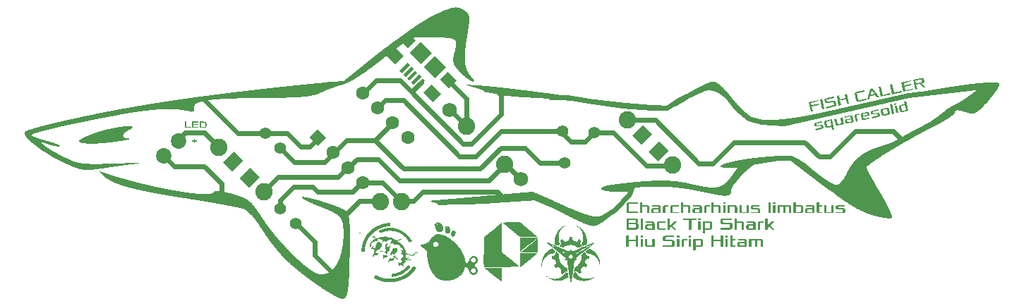
<source format=gts>
G04 ---------------------------- Layer name :TOP SOLDER LAYER*
G04 easyEDA 0.1*
G04 Scale: 100 percent, Rotated: No, Reflected: No *
G04 Dimensions in inches *
G04 leading zeros omitted , absolute positions ,2 integer and 4 * 
%FSLAX24Y24*%
%MOIN*%
G90*
G70D02*

%ADD11C,0.023748*%
%ADD14C,0.082000*%
%ADD16C,0.073000*%
%ADD18C,0.055200*%
%ADD20C,0.055000*%
%ADD23C,0.063000*%
%ADD30C,0.068000*%

%LPD*%

%LPD*%
G36*
G01X20234Y14155D02*
G01X20234Y14155D01*
G01X20234Y14155D01*
G01X20223Y14149D01*
G01X20212Y14144D01*
G01X20200Y14138D01*
G01X20188Y14132D01*
G01X20176Y14125D01*
G01X20164Y14119D01*
G01X20151Y14112D01*
G01X20139Y14105D01*
G01X20126Y14098D01*
G01X20112Y14091D01*
G01X20099Y14083D01*
G01X20085Y14075D01*
G01X20071Y14067D01*
G01X20057Y14059D01*
G01X20042Y14051D01*
G01X20027Y14042D01*
G01X20012Y14034D01*
G01X19997Y14025D01*
G01X19982Y14016D01*
G01X19966Y14006D01*
G01X19950Y13997D01*
G01X19934Y13987D01*
G01X19918Y13977D01*
G01X19902Y13967D01*
G01X19885Y13957D01*
G01X19868Y13947D01*
G01X19851Y13936D01*
G01X19834Y13926D01*
G01X19817Y13915D01*
G01X19799Y13904D01*
G01X19781Y13893D01*
G01X19763Y13881D01*
G01X19745Y13870D01*
G01X19727Y13858D01*
G01X19708Y13846D01*
G01X19689Y13834D01*
G01X19671Y13822D01*
G01X19652Y13810D01*
G01X19632Y13797D01*
G01X19613Y13785D01*
G01X19594Y13772D01*
G01X19574Y13759D01*
G01X19554Y13746D01*
G01X19534Y13733D01*
G01X19514Y13720D01*
G01X19494Y13707D01*
G01X19473Y13693D01*
G01X19453Y13679D01*
G01X19432Y13666D01*
G01X19412Y13652D01*
G01X19391Y13638D01*
G01X19370Y13624D01*
G01X19348Y13609D01*
G01X19327Y13595D01*
G01X19306Y13580D01*
G01X19284Y13566D01*
G01X19263Y13551D01*
G01X19241Y13536D01*
G01X19219Y13521D01*
G01X19197Y13506D01*
G01X19175Y13491D01*
G01X19153Y13476D01*
G01X19131Y13460D01*
G01X19108Y13445D01*
G01X19086Y13429D01*
G01X19063Y13414D01*
G01X19041Y13398D01*
G01X19018Y13382D01*
G01X18995Y13366D01*
G01X18972Y13350D01*
G01X18950Y13334D01*
G01X18927Y13318D01*
G01X18904Y13302D01*
G01X18880Y13286D01*
G01X18857Y13269D01*
G01X18834Y13253D01*
G01X18811Y13236D01*
G01X18787Y13220D01*
G01X18764Y13203D01*
G01X18741Y13186D01*
G01X18717Y13169D01*
G01X18694Y13153D01*
G01X18670Y13136D01*
G01X18646Y13119D01*
G01X18623Y13102D01*
G01X18599Y13084D01*
G01X18575Y13067D01*
G01X18552Y13050D01*
G01X18528Y13033D01*
G01X18504Y13016D01*
G01X18480Y12998D01*
G01X18457Y12981D01*
G01X18433Y12963D01*
G01X18409Y12946D01*
G01X18385Y12929D01*
G01X18361Y12911D01*
G01X18337Y12893D01*
G01X18314Y12876D01*
G01X18290Y12858D01*
G01X18266Y12841D01*
G01X18242Y12823D01*
G01X18218Y12805D01*
G01X18195Y12788D01*
G01X18171Y12770D01*
G01X18147Y12752D01*
G01X18123Y12734D01*
G01X18100Y12717D01*
G01X18076Y12699D01*
G01X18052Y12681D01*
G01X18029Y12663D01*
G01X18005Y12645D01*
G01X17982Y12628D01*
G01X17958Y12610D01*
G01X17935Y12592D01*
G01X17912Y12574D01*
G01X17888Y12556D01*
G01X17865Y12539D01*
G01X17842Y12521D01*
G01X17819Y12503D01*
G01X17796Y12485D01*
G01X17773Y12468D01*
G01X17750Y12450D01*
G01X17727Y12432D01*
G01X17704Y12415D01*
G01X16004Y11065D01*
G01X14994Y10975D01*
G01X14994Y10975D01*
G01X14968Y10972D01*
G01X14941Y10970D01*
G01X14914Y10967D01*
G01X14888Y10965D01*
G01X14861Y10962D01*
G01X14835Y10959D01*
G01X14808Y10957D01*
G01X14781Y10954D01*
G01X14755Y10952D01*
G01X14728Y10949D01*
G01X14701Y10947D01*
G01X14675Y10944D01*
G01X14648Y10942D01*
G01X14621Y10939D01*
G01X14594Y10936D01*
G01X14568Y10934D01*
G01X14541Y10931D01*
G01X14514Y10929D01*
G01X14487Y10926D01*
G01X14461Y10923D01*
G01X14434Y10921D01*
G01X14407Y10918D01*
G01X14380Y10915D01*
G01X14353Y10913D01*
G01X14327Y10910D01*
G01X14300Y10907D01*
G01X14273Y10905D01*
G01X14246Y10902D01*
G01X14219Y10899D01*
G01X14192Y10897D01*
G01X14166Y10894D01*
G01X14139Y10891D01*
G01X14112Y10889D01*
G01X14085Y10886D01*
G01X14058Y10883D01*
G01X14031Y10881D01*
G01X14004Y10878D01*
G01X13977Y10875D01*
G01X13950Y10872D01*
G01X13924Y10870D01*
G01X13897Y10867D01*
G01X13870Y10864D01*
G01X13843Y10861D01*
G01X13816Y10859D01*
G01X13789Y10856D01*
G01X13762Y10853D01*
G01X13735Y10850D01*
G01X13708Y10848D01*
G01X13681Y10845D01*
G01X13654Y10842D01*
G01X13627Y10839D01*
G01X13600Y10836D01*
G01X13573Y10834D01*
G01X13546Y10831D01*
G01X13519Y10828D01*
G01X13492Y10825D01*
G01X13465Y10822D01*
G01X13438Y10820D01*
G01X13411Y10817D01*
G01X13384Y10814D01*
G01X13357Y10811D01*
G01X13331Y10808D01*
G01X13304Y10805D01*
G01X13277Y10803D01*
G01X13250Y10800D01*
G01X13223Y10797D01*
G01X13196Y10794D01*
G01X13169Y10791D01*
G01X13142Y10788D01*
G01X13115Y10785D01*
G01X13088Y10782D01*
G01X13061Y10779D01*
G01X13034Y10777D01*
G01X13007Y10774D01*
G01X12980Y10771D01*
G01X12953Y10768D01*
G01X12926Y10765D01*
G01X12899Y10762D01*
G01X12872Y10759D01*
G01X12845Y10756D01*
G01X12818Y10753D01*
G01X12791Y10750D01*
G01X12764Y10747D01*
G01X12737Y10744D01*
G01X12710Y10741D01*
G01X12683Y10738D01*
G01X12656Y10736D01*
G01X12630Y10733D01*
G01X12603Y10730D01*
G01X12576Y10727D01*
G01X12549Y10724D01*
G01X12522Y10721D01*
G01X12495Y10718D01*
G01X12468Y10715D01*
G01X12441Y10712D01*
G01X12414Y10709D01*
G01X12387Y10706D01*
G01X12361Y10703D01*
G01X12334Y10700D01*
G01X12307Y10697D01*
G01X12280Y10694D01*
G01X12253Y10691D01*
G01X12226Y10688D01*
G01X12200Y10685D01*
G01X12173Y10682D01*
G01X12146Y10678D01*
G01X12119Y10675D01*
G01X12092Y10672D01*
G01X12066Y10669D01*
G01X12039Y10666D01*
G01X12012Y10663D01*
G01X11985Y10660D01*
G01X11959Y10657D01*
G01X11932Y10654D01*
G01X11905Y10651D01*
G01X11879Y10648D01*
G01X11852Y10645D01*
G01X11825Y10642D01*
G01X11799Y10639D01*
G01X11772Y10636D01*
G01X11745Y10633D01*
G01X11719Y10629D01*
G01X11692Y10626D01*
G01X11665Y10623D01*
G01X11639Y10620D01*
G01X11612Y10617D01*
G01X11586Y10614D01*
G01X11559Y10611D01*
G01X11533Y10608D01*
G01X11506Y10605D01*
G01X11479Y10601D01*
G01X11453Y10598D01*
G01X11426Y10595D01*
G01X11400Y10592D01*
G01X11374Y10589D01*
G01X11347Y10586D01*
G01X11321Y10583D01*
G01X11294Y10579D01*
G01X11268Y10576D01*
G01X11241Y10573D01*
G01X11215Y10570D01*
G01X11189Y10567D01*
G01X11162Y10564D01*
G01X11136Y10561D01*
G01X11110Y10557D01*
G01X11084Y10554D01*
G01X11057Y10551D01*
G01X11031Y10548D01*
G01X11005Y10545D01*
G01X10979Y10542D01*
G01X10952Y10538D01*
G01X10926Y10535D01*
G01X10900Y10532D01*
G01X10874Y10529D01*
G01X10848Y10526D01*
G01X10822Y10522D01*
G01X10796Y10519D01*
G01X10770Y10516D01*
G01X10744Y10513D01*
G01X10717Y10510D01*
G01X10691Y10506D01*
G01X10665Y10503D01*
G01X10640Y10500D01*
G01X10614Y10497D01*
G01X10588Y10494D01*
G01X10562Y10490D01*
G01X10536Y10487D01*
G01X10510Y10484D01*
G01X10484Y10481D01*
G01X10458Y10478D01*
G01X10433Y10474D01*
G01X10407Y10471D01*
G01X10381Y10468D01*
G01X10355Y10465D01*
G01X10330Y10461D01*
G01X10304Y10458D01*
G01X10278Y10455D01*
G01X10253Y10452D01*
G01X10227Y10448D01*
G01X10202Y10445D01*
G01X10176Y10442D01*
G01X10150Y10439D01*
G01X10125Y10435D01*
G01X10099Y10432D01*
G01X10074Y10429D01*
G01X10049Y10426D01*
G01X10023Y10422D01*
G01X9998Y10419D01*
G01X9972Y10416D01*
G01X9947Y10413D01*
G01X9922Y10409D01*
G01X9896Y10406D01*
G01X9871Y10403D01*
G01X9846Y10400D01*
G01X9821Y10396D01*
G01X9796Y10393D01*
G01X9771Y10390D01*
G01X9745Y10386D01*
G01X9720Y10383D01*
G01X9695Y10380D01*
G01X9670Y10377D01*
G01X9645Y10373D01*
G01X9620Y10370D01*
G01X9595Y10367D01*
G01X9570Y10364D01*
G01X9546Y10360D01*
G01X9521Y10357D01*
G01X9496Y10354D01*
G01X9471Y10350D01*
G01X9446Y10347D01*
G01X9422Y10344D01*
G01X9397Y10341D01*
G01X9372Y10337D01*
G01X9348Y10334D01*
G01X9323Y10331D01*
G01X9298Y10327D01*
G01X9274Y10324D01*
G01X9249Y10321D01*
G01X9225Y10317D01*
G01X9200Y10314D01*
G01X9176Y10311D01*
G01X9152Y10308D01*
G01X9127Y10304D01*
G01X9103Y10301D01*
G01X9079Y10298D01*
G01X9054Y10294D01*
G01X9030Y10291D01*
G01X9006Y10288D01*
G01X8982Y10284D01*
G01X8958Y10281D01*
G01X8934Y10278D01*
G01X8910Y10275D01*
G01X8886Y10271D01*
G01X8862Y10268D01*
G01X8838Y10265D01*
G01X8814Y10261D01*
G01X8790Y10258D01*
G01X8766Y10255D01*
G01X8742Y10251D01*
G01X8719Y10248D01*
G01X8695Y10245D01*
G01X8671Y10242D01*
G01X8648Y10238D01*
G01X8624Y10235D01*
G01X8600Y10232D01*
G01X8577Y10228D01*
G01X8553Y10225D01*
G01X8530Y10222D01*
G01X8507Y10218D01*
G01X8483Y10215D01*
G01X8460Y10212D01*
G01X8437Y10208D01*
G01X8413Y10205D01*
G01X8390Y10202D01*
G01X8367Y10199D01*
G01X8344Y10195D01*
G01X8321Y10192D01*
G01X8298Y10189D01*
G01X8275Y10185D01*
G01X8252Y10182D01*
G01X8229Y10179D01*
G01X8206Y10175D01*
G01X8183Y10172D01*
G01X8160Y10169D01*
G01X8137Y10165D01*
G01X8115Y10162D01*
G01X8092Y10159D01*
G01X8069Y10155D01*
G01X8047Y10152D01*
G01X8024Y10149D01*
G01X8002Y10146D01*
G01X7979Y10142D01*
G01X7957Y10139D01*
G01X7934Y10136D01*
G01X7912Y10132D01*
G01X7890Y10129D01*
G01X7867Y10126D01*
G01X7845Y10122D01*
G01X7823Y10119D01*
G01X7801Y10116D01*
G01X7779Y10113D01*
G01X7757Y10109D01*
G01X7735Y10106D01*
G01X7713Y10103D01*
G01X7691Y10099D01*
G01X7669Y10096D01*
G01X7647Y10093D01*
G01X7626Y10090D01*
G01X7604Y10086D01*
G01X7582Y10083D01*
G01X7561Y10080D01*
G01X7539Y10076D01*
G01X7518Y10073D01*
G01X7496Y10070D01*
G01X7475Y10066D01*
G01X7453Y10063D01*
G01X7432Y10060D01*
G01X7411Y10057D01*
G01X7390Y10053D01*
G01X7368Y10050D01*
G01X7347Y10047D01*
G01X7326Y10044D01*
G01X7305Y10040D01*
G01X7284Y10037D01*
G01X7263Y10034D01*
G01X7242Y10030D01*
G01X7222Y10027D01*
G01X7201Y10024D01*
G01X7180Y10021D01*
G01X7159Y10017D01*
G01X7139Y10014D01*
G01X7118Y10011D01*
G01X7098Y10008D01*
G01X7077Y10004D01*
G01X7057Y10001D01*
G01X7037Y9998D01*
G01X7016Y9995D01*
G01X6996Y9991D01*
G01X6976Y9988D01*
G01X6956Y9985D01*
G01X6936Y9982D01*
G01X6915Y9978D01*
G01X6896Y9975D01*
G01X6876Y9972D01*
G01X6856Y9969D01*
G01X6836Y9965D01*
G01X6816Y9962D01*
G01X6796Y9959D01*
G01X6777Y9956D01*
G01X6757Y9952D01*
G01X6738Y9949D01*
G01X6718Y9946D01*
G01X6699Y9943D01*
G01X6679Y9939D01*
G01X6660Y9936D01*
G01X6641Y9933D01*
G01X6622Y9930D01*
G01X6602Y9927D01*
G01X6583Y9923D01*
G01X6564Y9920D01*
G01X6545Y9917D01*
G01X6526Y9914D01*
G01X6508Y9911D01*
G01X6489Y9907D01*
G01X6470Y9904D01*
G01X6451Y9901D01*
G01X6433Y9898D01*
G01X6414Y9895D01*
G01X6414Y9895D01*
G01X6380Y9889D01*
G01X6347Y9883D01*
G01X6313Y9877D01*
G01X6279Y9871D01*
G01X6245Y9866D01*
G01X6211Y9860D01*
G01X6177Y9854D01*
G01X6143Y9848D01*
G01X6109Y9842D01*
G01X6076Y9836D01*
G01X6042Y9830D01*
G01X6008Y9824D01*
G01X5974Y9818D01*
G01X5940Y9812D01*
G01X5906Y9806D01*
G01X5872Y9800D01*
G01X5838Y9794D01*
G01X5804Y9787D01*
G01X5770Y9781D01*
G01X5736Y9775D01*
G01X5702Y9769D01*
G01X5668Y9763D01*
G01X5634Y9757D01*
G01X5600Y9750D01*
G01X5566Y9744D01*
G01X5532Y9738D01*
G01X5498Y9732D01*
G01X5464Y9725D01*
G01X5430Y9719D01*
G01X5396Y9713D01*
G01X5363Y9706D01*
G01X5329Y9700D01*
G01X5295Y9694D01*
G01X5261Y9687D01*
G01X5227Y9681D01*
G01X5194Y9674D01*
G01X5160Y9668D01*
G01X5126Y9662D01*
G01X5092Y9655D01*
G01X5059Y9649D01*
G01X5025Y9642D01*
G01X4992Y9636D01*
G01X4958Y9629D01*
G01X4925Y9623D01*
G01X4891Y9616D01*
G01X4858Y9610D01*
G01X4824Y9604D01*
G01X4791Y9597D01*
G01X4758Y9590D01*
G01X4724Y9584D01*
G01X4691Y9577D01*
G01X4658Y9571D01*
G01X4625Y9564D01*
G01X4592Y9558D01*
G01X4559Y9551D01*
G01X4526Y9545D01*
G01X4493Y9538D01*
G01X4460Y9532D01*
G01X4428Y9525D01*
G01X4395Y9518D01*
G01X4362Y9512D01*
G01X4330Y9505D01*
G01X4297Y9499D01*
G01X4265Y9492D01*
G01X4232Y9486D01*
G01X4200Y9479D01*
G01X4168Y9472D01*
G01X4135Y9466D01*
G01X4103Y9459D01*
G01X4071Y9453D01*
G01X4039Y9446D01*
G01X4008Y9440D01*
G01X3976Y9433D01*
G01X3944Y9426D01*
G01X3912Y9420D01*
G01X3881Y9413D01*
G01X3849Y9407D01*
G01X3818Y9400D01*
G01X3787Y9394D01*
G01X3756Y9387D01*
G01X3725Y9380D01*
G01X3694Y9374D01*
G01X3663Y9367D01*
G01X3632Y9361D01*
G01X3601Y9354D01*
G01X3571Y9348D01*
G01X3540Y9341D01*
G01X3510Y9335D01*
G01X3479Y9328D01*
G01X3449Y9322D01*
G01X3419Y9315D01*
G01X3389Y9309D01*
G01X3359Y9302D01*
G01X3329Y9296D01*
G01X3300Y9289D01*
G01X3270Y9283D01*
G01X3241Y9276D01*
G01X3211Y9270D01*
G01X3182Y9263D01*
G01X3153Y9257D01*
G01X3124Y9251D01*
G01X3095Y9244D01*
G01X3067Y9238D01*
G01X3038Y9231D01*
G01X3010Y9225D01*
G01X2981Y9219D01*
G01X2953Y9212D01*
G01X2925Y9206D01*
G01X2897Y9200D01*
G01X2869Y9193D01*
G01X2842Y9187D01*
G01X2814Y9181D01*
G01X2787Y9175D01*
G01X2759Y9168D01*
G01X2732Y9162D01*
G01X2705Y9156D01*
G01X2679Y9150D01*
G01X2652Y9144D01*
G01X2625Y9137D01*
G01X2599Y9131D01*
G01X2573Y9125D01*
G01X2547Y9119D01*
G01X2521Y9113D01*
G01X2495Y9107D01*
G01X2469Y9101D01*
G01X2444Y9095D01*
G01X2419Y9089D01*
G01X2394Y9083D01*
G01X2369Y9077D01*
G01X2344Y9071D01*
G01X2319Y9065D01*
G01X2295Y9059D01*
G01X2270Y9053D01*
G01X2246Y9047D01*
G01X2222Y9041D01*
G01X2199Y9036D01*
G01X2175Y9030D01*
G01X2151Y9024D01*
G01X2128Y9018D01*
G01X2105Y9013D01*
G01X2082Y9007D01*
G01X2059Y9001D01*
G01X2037Y8996D01*
G01X2015Y8990D01*
G01X1992Y8984D01*
G01X1970Y8979D01*
G01X1949Y8973D01*
G01X1927Y8968D01*
G01X1906Y8962D01*
G01X1884Y8957D01*
G01X1863Y8951D01*
G01X1843Y8946D01*
G01X1822Y8941D01*
G01X1802Y8935D01*
G01X1781Y8930D01*
G01X1761Y8925D01*
G01X1741Y8919D01*
G01X1722Y8914D01*
G01X1702Y8909D01*
G01X1683Y8904D01*
G01X1664Y8899D01*
G01X1645Y8894D01*
G01X1627Y8889D01*
G01X1608Y8884D01*
G01X1590Y8879D01*
G01X1572Y8874D01*
G01X1555Y8869D01*
G01X1537Y8864D01*
G01X1520Y8859D01*
G01X1503Y8854D01*
G01X1486Y8849D01*
G01X1470Y8845D01*
G01X1453Y8840D01*
G01X1437Y8835D01*
G01X1421Y8831D01*
G01X1405Y8826D01*
G01X1390Y8821D01*
G01X1375Y8817D01*
G01X1360Y8812D01*
G01X1345Y8808D01*
G01X1331Y8803D01*
G01X1316Y8799D01*
G01X1302Y8795D01*
G01X1289Y8790D01*
G01X1275Y8786D01*
G01X1262Y8782D01*
G01X1249Y8778D01*
G01X1236Y8774D01*
G01X1223Y8769D01*
G01X1211Y8765D01*
G01X1199Y8761D01*
G01X1187Y8757D01*
G01X1176Y8753D01*
G01X1165Y8750D01*
G01X1154Y8746D01*
G01X1143Y8742D01*
G01X1132Y8738D01*
G01X1122Y8734D01*
G01X1112Y8731D01*
G01X1102Y8727D01*
G01X1093Y8724D01*
G01X1084Y8720D01*
G01X1075Y8717D01*
G01X1066Y8713D01*
G01X1058Y8710D01*
G01X1050Y8706D01*
G01X1042Y8703D01*
G01X1035Y8700D01*
G01X1028Y8697D01*
G01X1021Y8693D01*
G01X1014Y8690D01*
G01X1008Y8687D01*
G01X1002Y8684D01*
G01X996Y8681D01*
G01X990Y8678D01*
G01X985Y8676D01*
G01X980Y8673D01*
G01X976Y8670D01*
G01X971Y8667D01*
G01X967Y8665D01*
G01X964Y8662D01*
G01X960Y8660D01*
G01X957Y8657D01*
G01X954Y8655D01*
G01X954Y8655D01*
G01X949Y8649D01*
G01X945Y8644D01*
G01X942Y8638D01*
G01X939Y8632D01*
G01X937Y8626D01*
G01X935Y8619D01*
G01X934Y8612D01*
G01X934Y8604D01*
G01X934Y8597D01*
G01X935Y8589D01*
G01X936Y8580D01*
G01X938Y8572D01*
G01X941Y8563D01*
G01X944Y8554D01*
G01X947Y8545D01*
G01X951Y8535D01*
G01X956Y8525D01*
G01X961Y8515D01*
G01X967Y8505D01*
G01X973Y8494D01*
G01X980Y8484D01*
G01X987Y8472D01*
G01X995Y8461D01*
G01X1003Y8450D01*
G01X1012Y8438D01*
G01X1021Y8426D01*
G01X1031Y8414D01*
G01X1041Y8402D01*
G01X1051Y8389D01*
G01X1062Y8376D01*
G01X1074Y8364D01*
G01X1086Y8350D01*
G01X1098Y8337D01*
G01X1111Y8324D01*
G01X1124Y8310D01*
G01X1138Y8296D01*
G01X1152Y8283D01*
G01X1166Y8268D01*
G01X1181Y8254D01*
G01X1196Y8240D01*
G01X1212Y8225D01*
G01X1228Y8211D01*
G01X1244Y8196D01*
G01X1261Y8181D01*
G01X1278Y8166D01*
G01X1295Y8151D01*
G01X1313Y8136D01*
G01X1331Y8121D01*
G01X1350Y8105D01*
G01X1368Y8090D01*
G01X1388Y8074D01*
G01X1407Y8059D01*
G01X1427Y8043D01*
G01X1447Y8027D01*
G01X1467Y8011D01*
G01X1487Y7995D01*
G01X1508Y7979D01*
G01X1529Y7963D01*
G01X1551Y7947D01*
G01X1572Y7931D01*
G01X1594Y7915D01*
G01X1617Y7899D01*
G01X1639Y7882D01*
G01X1662Y7866D01*
G01X1684Y7850D01*
G01X1708Y7834D01*
G01X1731Y7817D01*
G01X1754Y7801D01*
G01X1778Y7785D01*
G01X1802Y7769D01*
G01X1826Y7752D01*
G01X1850Y7736D01*
G01X1875Y7720D01*
G01X1900Y7704D01*
G01X1924Y7687D01*
G01X1949Y7671D01*
G01X1974Y7655D01*
G01X2000Y7639D01*
G01X2025Y7623D01*
G01X2051Y7607D01*
G01X2076Y7591D01*
G01X2102Y7576D01*
G01X2128Y7560D01*
G01X2154Y7544D01*
G01X2180Y7529D01*
G01X2206Y7513D01*
G01X2233Y7498D01*
G01X2259Y7483D01*
G01X2285Y7467D01*
G01X2312Y7452D01*
G01X2339Y7437D01*
G01X2365Y7422D01*
G01X2392Y7408D01*
G01X2419Y7393D01*
G01X2445Y7379D01*
G01X2472Y7364D01*
G01X2499Y7350D01*
G01X2526Y7336D01*
G01X2553Y7322D01*
G01X2580Y7308D01*
G01X2607Y7295D01*
G01X2633Y7281D01*
G01X2660Y7268D01*
G01X2687Y7255D01*
G01X2714Y7242D01*
G01X2741Y7229D01*
G01X2767Y7217D01*
G01X2794Y7205D01*
G01X2794Y7205D01*
G01X2826Y7190D01*
G01X2858Y7175D01*
G01X2889Y7161D01*
G01X2919Y7147D01*
G01X2948Y7134D01*
G01X2977Y7121D01*
G01X3005Y7108D01*
G01X3032Y7096D01*
G01X3059Y7084D01*
G01X3085Y7072D01*
G01X3111Y7061D01*
G01X3136Y7050D01*
G01X3161Y7039D01*
G01X3185Y7029D01*
G01X3209Y7019D01*
G01X3232Y7010D01*
G01X3255Y7000D01*
G01X3277Y6991D01*
G01X3299Y6983D01*
G01X3321Y6974D01*
G01X3342Y6966D01*
G01X3363Y6958D01*
G01X3384Y6951D01*
G01X3404Y6944D01*
G01X3424Y6937D01*
G01X3444Y6930D01*
G01X3464Y6924D01*
G01X3483Y6918D01*
G01X3503Y6912D01*
G01X3522Y6907D01*
G01X3541Y6902D01*
G01X3560Y6897D01*
G01X3578Y6893D01*
G01X3597Y6888D01*
G01X3616Y6884D01*
G01X3634Y6881D01*
G01X3653Y6877D01*
G01X3672Y6874D01*
G01X3690Y6871D01*
G01X3709Y6868D01*
G01X3728Y6866D01*
G01X3747Y6864D01*
G01X3766Y6862D01*
G01X3785Y6860D01*
G01X3804Y6859D01*
G01X3824Y6858D01*
G01X3843Y6857D01*
G01X3863Y6856D01*
G01X3883Y6856D01*
G01X3904Y6855D01*
G01X3925Y6855D01*
G01X3946Y6856D01*
G01X3967Y6856D01*
G01X3989Y6857D01*
G01X4011Y6858D01*
G01X4033Y6859D01*
G01X4056Y6860D01*
G01X4079Y6862D01*
G01X4103Y6864D01*
G01X4127Y6866D01*
G01X4152Y6868D01*
G01X4177Y6870D01*
G01X4203Y6873D01*
G01X4229Y6876D01*
G01X4256Y6879D01*
G01X4284Y6882D01*
G01X4312Y6885D01*
G01X4341Y6889D01*
G01X4370Y6892D01*
G01X4400Y6896D01*
G01X4431Y6900D01*
G01X4463Y6905D01*
G01X4495Y6909D01*
G01X4528Y6914D01*
G01X4562Y6918D01*
G01X4597Y6923D01*
G01X4632Y6928D01*
G01X4669Y6934D01*
G01X4706Y6939D01*
G01X4744Y6945D01*
G01X4744Y6945D01*
G01X4773Y6949D01*
G01X4802Y6954D01*
G01X4831Y6958D01*
G01X4860Y6963D01*
G01X4889Y6967D01*
G01X4918Y6972D01*
G01X4948Y6976D01*
G01X4978Y6980D01*
G01X5007Y6985D01*
G01X5037Y6989D01*
G01X5067Y6994D01*
G01X5097Y6998D01*
G01X5127Y7002D01*
G01X5157Y7007D01*
G01X5187Y7011D01*
G01X5217Y7015D01*
G01X5247Y7020D01*
G01X5277Y7024D01*
G01X5307Y7028D01*
G01X5336Y7032D01*
G01X5366Y7037D01*
G01X5395Y7041D01*
G01X5425Y7045D01*
G01X5454Y7049D01*
G01X5483Y7053D01*
G01X5512Y7057D01*
G01X5541Y7061D01*
G01X5569Y7064D01*
G01X5597Y7068D01*
G01X5625Y7072D01*
G01X5653Y7076D01*
G01X5681Y7079D01*
G01X5708Y7083D01*
G01X5735Y7087D01*
G01X5761Y7090D01*
G01X5787Y7094D01*
G01X5813Y7097D01*
G01X5839Y7100D01*
G01X5864Y7104D01*
G01X5889Y7107D01*
G01X5913Y7110D01*
G01X5937Y7113D01*
G01X5960Y7116D01*
G01X5983Y7119D01*
G01X6006Y7122D01*
G01X6027Y7125D01*
G01X6049Y7127D01*
G01X6070Y7130D01*
G01X6090Y7132D01*
G01X6110Y7135D01*
G01X6129Y7137D01*
G01X6148Y7140D01*
G01X6166Y7142D01*
G01X6183Y7144D01*
G01X6200Y7146D01*
G01X6216Y7148D01*
G01X6232Y7150D01*
G01X6247Y7151D01*
G01X6261Y7153D01*
G01X6274Y7155D01*
G01X6274Y7155D01*
G01X6286Y7156D01*
G01X6296Y7158D01*
G01X6305Y7160D01*
G01X6314Y7161D01*
G01X6321Y7163D01*
G01X6328Y7164D01*
G01X6333Y7165D01*
G01X6338Y7167D01*
G01X6342Y7168D01*
G01X6344Y7169D01*
G01X6346Y7170D01*
G01X6347Y7171D01*
G01X6347Y7172D01*
G01X6346Y7173D01*
G01X6345Y7174D01*
G01X6342Y7175D01*
G01X6338Y7176D01*
G01X6334Y7176D01*
G01X6329Y7177D01*
G01X6322Y7178D01*
G01X6315Y7178D01*
G01X6308Y7179D01*
G01X6299Y7179D01*
G01X6289Y7180D01*
G01X6279Y7180D01*
G01X6268Y7180D01*
G01X6256Y7180D01*
G01X6243Y7181D01*
G01X6230Y7181D01*
G01X6215Y7181D01*
G01X6200Y7181D01*
G01X6184Y7181D01*
G01X6168Y7181D01*
G01X6150Y7181D01*
G01X6132Y7181D01*
G01X6113Y7181D01*
G01X6094Y7180D01*
G01X6073Y7180D01*
G01X6052Y7180D01*
G01X6031Y7179D01*
G01X6008Y7179D01*
G01X5985Y7179D01*
G01X5961Y7178D01*
G01X5937Y7178D01*
G01X5912Y7177D01*
G01X5886Y7176D01*
G01X5859Y7176D01*
G01X5832Y7175D01*
G01X5804Y7174D01*
G01X5776Y7174D01*
G01X5747Y7173D01*
G01X5717Y7172D01*
G01X5687Y7171D01*
G01X5656Y7170D01*
G01X5624Y7169D01*
G01X5592Y7168D01*
G01X5560Y7167D01*
G01X5526Y7166D01*
G01X5493Y7165D01*
G01X5458Y7164D01*
G01X5423Y7163D01*
G01X5388Y7162D01*
G01X5352Y7161D01*
G01X5315Y7160D01*
G01X5278Y7158D01*
G01X5241Y7157D01*
G01X5203Y7156D01*
G01X5164Y7155D01*
G01X5164Y7155D01*
G01X5119Y7153D01*
G01X5074Y7152D01*
G01X5031Y7150D01*
G01X4988Y7149D01*
G01X4946Y7147D01*
G01X4905Y7146D01*
G01X4864Y7145D01*
G01X4825Y7144D01*
G01X4786Y7143D01*
G01X4747Y7141D01*
G01X4710Y7140D01*
G01X4673Y7140D01*
G01X4637Y7139D01*
G01X4601Y7138D01*
G01X4566Y7137D01*
G01X4532Y7136D01*
G01X4498Y7136D01*
G01X4465Y7135D01*
G01X4433Y7135D01*
G01X4401Y7134D01*
G01X4370Y7134D01*
G01X4340Y7134D01*
G01X4310Y7134D01*
G01X4280Y7134D01*
G01X4251Y7134D01*
G01X4223Y7134D01*
G01X4195Y7134D01*
G01X4168Y7134D01*
G01X4141Y7135D01*
G01X4115Y7135D01*
G01X4089Y7135D01*
G01X4064Y7136D01*
G01X4039Y7137D01*
G01X4014Y7138D01*
G01X3990Y7138D01*
G01X3967Y7139D01*
G01X3943Y7141D01*
G01X3921Y7142D01*
G01X3898Y7143D01*
G01X3876Y7144D01*
G01X3854Y7146D01*
G01X3833Y7148D01*
G01X3812Y7149D01*
G01X3791Y7151D01*
G01X3771Y7153D01*
G01X3751Y7155D01*
G01X3731Y7157D01*
G01X3712Y7160D01*
G01X3692Y7162D01*
G01X3673Y7165D01*
G01X3655Y7167D01*
G01X3636Y7170D01*
G01X3618Y7173D01*
G01X3600Y7176D01*
G01X3582Y7179D01*
G01X3564Y7182D01*
G01X3547Y7186D01*
G01X3529Y7189D01*
G01X3512Y7193D01*
G01X3495Y7197D01*
G01X3478Y7201D01*
G01X3461Y7205D01*
G01X3444Y7209D01*
G01X3428Y7213D01*
G01X3411Y7218D01*
G01X3395Y7222D01*
G01X3378Y7227D01*
G01X3362Y7232D01*
G01X3346Y7237D01*
G01X3329Y7242D01*
G01X3313Y7248D01*
G01X3297Y7253D01*
G01X3280Y7259D01*
G01X3264Y7265D01*
G01X3248Y7270D01*
G01X3231Y7277D01*
G01X3215Y7283D01*
G01X3198Y7289D01*
G01X3181Y7296D01*
G01X3165Y7303D01*
G01X3148Y7310D01*
G01X3131Y7317D01*
G01X3114Y7324D01*
G01X3096Y7332D01*
G01X3079Y7339D01*
G01X3061Y7347D01*
G01X3044Y7355D01*
G01X3026Y7363D01*
G01X3008Y7371D01*
G01X2989Y7380D01*
G01X2971Y7388D01*
G01X2952Y7397D01*
G01X2933Y7406D01*
G01X2914Y7416D01*
G01X2894Y7425D01*
G01X2874Y7435D01*
G01X2874Y7435D01*
G01X2848Y7447D01*
G01X2822Y7460D01*
G01X2796Y7472D01*
G01X2769Y7486D01*
G01X2743Y7499D01*
G01X2716Y7512D01*
G01X2690Y7526D01*
G01X2663Y7539D01*
G01X2636Y7553D01*
G01X2610Y7567D01*
G01X2583Y7581D01*
G01X2557Y7595D01*
G01X2531Y7609D01*
G01X2504Y7624D01*
G01X2478Y7638D01*
G01X2453Y7652D01*
G01X2427Y7666D01*
G01X2402Y7681D01*
G01X2376Y7695D01*
G01X2352Y7709D01*
G01X2327Y7723D01*
G01X2303Y7737D01*
G01X2279Y7751D01*
G01X2256Y7765D01*
G01X2232Y7779D01*
G01X2210Y7792D01*
G01X2188Y7805D01*
G01X2166Y7819D01*
G01X2145Y7832D01*
G01X2124Y7845D01*
G01X2104Y7857D01*
G01X2084Y7870D01*
G01X2066Y7882D01*
G01X2047Y7894D01*
G01X2030Y7905D01*
G01X2013Y7917D01*
G01X1996Y7928D01*
G01X1981Y7938D01*
G01X1966Y7949D01*
G01X1952Y7959D01*
G01X1939Y7968D01*
G01X1926Y7977D01*
G01X1915Y7986D01*
G01X1904Y7995D01*
G01X1904Y7995D01*
G01X1881Y8014D01*
G01X1859Y8032D01*
G01X1838Y8048D01*
G01X1820Y8064D01*
G01X1803Y8078D01*
G01X1787Y8091D01*
G01X1774Y8103D01*
G01X1762Y8114D01*
G01X1752Y8124D01*
G01X1744Y8132D01*
G01X1738Y8140D01*
G01X1733Y8146D01*
G01X1731Y8151D01*
G01X1730Y8155D01*
G01X1732Y8159D01*
G01X1735Y8161D01*
G01X1741Y8162D01*
G01X1748Y8162D01*
G01X1758Y8161D01*
G01X1770Y8159D01*
G01X1783Y8156D01*
G01X1799Y8153D01*
G01X1818Y8148D01*
G01X1838Y8142D01*
G01X1861Y8136D01*
G01X1886Y8128D01*
G01X1913Y8120D01*
G01X1942Y8110D01*
G01X1974Y8100D01*
G01X2008Y8089D01*
G01X2045Y8077D01*
G01X2084Y8065D01*
G01X2084Y8065D01*
G01X2115Y8054D01*
G01X2146Y8043D01*
G01X2177Y8034D01*
G01X2207Y8025D01*
G01X2237Y8016D01*
G01X2267Y8008D01*
G01X2296Y8001D01*
G01X2324Y7995D01*
G01X2351Y7989D01*
G01X2378Y7984D01*
G01X2403Y7980D01*
G01X2428Y7976D01*
G01X2451Y7973D01*
G01X2474Y7970D01*
G01X2495Y7969D01*
G01X2514Y7968D01*
G01X2533Y7967D01*
G01X2550Y7968D01*
G01X2565Y7969D01*
G01X2578Y7970D01*
G01X2590Y7973D01*
G01X2600Y7976D01*
G01X2608Y7980D01*
G01X2614Y7985D01*
G01X2614Y7985D01*
G01X2617Y7988D01*
G01X2618Y7991D01*
G01X2617Y7995D01*
G01X2614Y8000D01*
G01X2610Y8005D01*
G01X2603Y8010D01*
G01X2595Y8016D01*
G01X2586Y8022D01*
G01X2575Y8029D01*
G01X2562Y8036D01*
G01X2548Y8043D01*
G01X2533Y8051D01*
G01X2516Y8058D01*
G01X2497Y8066D01*
G01X2478Y8075D01*
G01X2457Y8083D01*
G01X2434Y8092D01*
G01X2411Y8101D01*
G01X2387Y8110D01*
G01X2361Y8119D01*
G01X2334Y8129D01*
G01X2307Y8138D01*
G01X2278Y8148D01*
G01X2248Y8158D01*
G01X2218Y8167D01*
G01X2187Y8177D01*
G01X2155Y8187D01*
G01X2122Y8196D01*
G01X2088Y8206D01*
G01X2054Y8216D01*
G01X2019Y8225D01*
G01X1984Y8235D01*
G01X1984Y8235D01*
G01X1948Y8244D01*
G01X1912Y8254D01*
G01X1876Y8263D01*
G01X1842Y8273D01*
G01X1807Y8283D01*
G01X1774Y8292D01*
G01X1741Y8302D01*
G01X1709Y8312D01*
G01X1677Y8322D01*
G01X1647Y8331D01*
G01X1617Y8341D01*
G01X1588Y8351D01*
G01X1560Y8360D01*
G01X1533Y8370D01*
G01X1508Y8379D01*
G01X1483Y8388D01*
G01X1459Y8397D01*
G01X1437Y8406D01*
G01X1416Y8415D01*
G01X1396Y8424D01*
G01X1377Y8432D01*
G01X1360Y8440D01*
G01X1344Y8448D01*
G01X1330Y8455D01*
G01X1317Y8463D01*
G01X1306Y8470D01*
G01X1297Y8476D01*
G01X1289Y8483D01*
G01X1282Y8489D01*
G01X1278Y8494D01*
G01X1275Y8500D01*
G01X1274Y8505D01*
G01X1274Y8505D01*
G01X1274Y8506D01*
G01X1275Y8508D01*
G01X1276Y8510D01*
G01X1277Y8512D01*
G01X1279Y8514D01*
G01X1281Y8517D01*
G01X1283Y8519D01*
G01X1286Y8521D01*
G01X1289Y8523D01*
G01X1292Y8526D01*
G01X1296Y8528D01*
G01X1300Y8531D01*
G01X1305Y8533D01*
G01X1310Y8536D01*
G01X1315Y8539D01*
G01X1320Y8541D01*
G01X1326Y8544D01*
G01X1332Y8547D01*
G01X1339Y8550D01*
G01X1346Y8553D01*
G01X1353Y8556D01*
G01X1360Y8559D01*
G01X1368Y8562D01*
G01X1377Y8566D01*
G01X1385Y8569D01*
G01X1394Y8572D01*
G01X1403Y8576D01*
G01X1413Y8579D01*
G01X1422Y8582D01*
G01X1433Y8586D01*
G01X1443Y8590D01*
G01X1454Y8593D01*
G01X1465Y8597D01*
G01X1476Y8601D01*
G01X1488Y8604D01*
G01X1500Y8608D01*
G01X1512Y8612D01*
G01X1525Y8616D01*
G01X1538Y8620D01*
G01X1551Y8624D01*
G01X1564Y8628D01*
G01X1578Y8633D01*
G01X1592Y8637D01*
G01X1607Y8641D01*
G01X1621Y8645D01*
G01X1636Y8650D01*
G01X1652Y8654D01*
G01X1667Y8658D01*
G01X1683Y8663D01*
G01X1699Y8667D01*
G01X1716Y8672D01*
G01X1732Y8677D01*
G01X1749Y8681D01*
G01X1766Y8686D01*
G01X1784Y8691D01*
G01X1802Y8695D01*
G01X1820Y8700D01*
G01X1838Y8705D01*
G01X1856Y8710D01*
G01X1875Y8715D01*
G01X1894Y8720D01*
G01X1914Y8725D01*
G01X1933Y8730D01*
G01X1953Y8735D01*
G01X1973Y8740D01*
G01X1994Y8745D01*
G01X2014Y8751D01*
G01X2035Y8756D01*
G01X2056Y8761D01*
G01X2077Y8767D01*
G01X2099Y8772D01*
G01X2121Y8777D01*
G01X2143Y8783D01*
G01X2165Y8788D01*
G01X2188Y8794D01*
G01X2211Y8799D01*
G01X2234Y8805D01*
G01X2257Y8810D01*
G01X2280Y8816D01*
G01X2304Y8822D01*
G01X2328Y8827D01*
G01X2352Y8833D01*
G01X2376Y8839D01*
G01X2401Y8845D01*
G01X2426Y8851D01*
G01X2451Y8856D01*
G01X2476Y8862D01*
G01X2502Y8868D01*
G01X2527Y8874D01*
G01X2553Y8880D01*
G01X2579Y8886D01*
G01X2605Y8892D01*
G01X2632Y8898D01*
G01X2658Y8904D01*
G01X2685Y8910D01*
G01X2712Y8916D01*
G01X2740Y8923D01*
G01X2767Y8929D01*
G01X2795Y8935D01*
G01X2823Y8941D01*
G01X2851Y8947D01*
G01X2879Y8954D01*
G01X2907Y8960D01*
G01X2936Y8966D01*
G01X2965Y8973D01*
G01X2994Y8979D01*
G01X3023Y8985D01*
G01X3052Y8992D01*
G01X3082Y8998D01*
G01X3111Y9005D01*
G01X3141Y9011D01*
G01X3171Y9017D01*
G01X3201Y9024D01*
G01X3231Y9030D01*
G01X3262Y9037D01*
G01X3293Y9044D01*
G01X3323Y9050D01*
G01X3354Y9057D01*
G01X3385Y9063D01*
G01X3417Y9070D01*
G01X3448Y9076D01*
G01X3480Y9083D01*
G01X3511Y9090D01*
G01X3543Y9096D01*
G01X3575Y9103D01*
G01X3607Y9110D01*
G01X3640Y9116D01*
G01X3672Y9123D01*
G01X3705Y9130D01*
G01X3737Y9137D01*
G01X3770Y9143D01*
G01X3803Y9150D01*
G01X3836Y9157D01*
G01X3869Y9164D01*
G01X3903Y9170D01*
G01X3936Y9177D01*
G01X3970Y9184D01*
G01X4004Y9191D01*
G01X4037Y9198D01*
G01X4071Y9204D01*
G01X4106Y9211D01*
G01X4140Y9218D01*
G01X4174Y9225D01*
G01X4208Y9232D01*
G01X4243Y9239D01*
G01X4278Y9245D01*
G01X4312Y9252D01*
G01X4347Y9259D01*
G01X4382Y9266D01*
G01X4417Y9273D01*
G01X4452Y9280D01*
G01X4487Y9287D01*
G01X4523Y9294D01*
G01X4558Y9300D01*
G01X4594Y9307D01*
G01X4629Y9314D01*
G01X4665Y9321D01*
G01X4701Y9328D01*
G01X4737Y9335D01*
G01X4772Y9342D01*
G01X4808Y9348D01*
G01X4845Y9355D01*
G01X4881Y9362D01*
G01X4917Y9369D01*
G01X4953Y9376D01*
G01X4990Y9383D01*
G01X5026Y9390D01*
G01X5062Y9396D01*
G01X5099Y9403D01*
G01X5136Y9410D01*
G01X5172Y9417D01*
G01X5209Y9424D01*
G01X5246Y9430D01*
G01X5283Y9437D01*
G01X5320Y9444D01*
G01X5357Y9451D01*
G01X5394Y9458D01*
G01X5431Y9464D01*
G01X5468Y9471D01*
G01X5505Y9478D01*
G01X5542Y9484D01*
G01X5580Y9491D01*
G01X5617Y9498D01*
G01X5654Y9505D01*
G01X5654Y9505D01*
G01X5688Y9511D01*
G01X5722Y9517D01*
G01X5756Y9522D01*
G01X5789Y9528D01*
G01X5823Y9534D01*
G01X5856Y9540D01*
G01X5889Y9545D01*
G01X5922Y9551D01*
G01X5955Y9556D01*
G01X5987Y9561D01*
G01X6019Y9567D01*
G01X6052Y9572D01*
G01X6083Y9577D01*
G01X6115Y9582D01*
G01X6147Y9587D01*
G01X6178Y9591D01*
G01X6209Y9596D01*
G01X6241Y9601D01*
G01X6271Y9605D01*
G01X6302Y9610D01*
G01X6333Y9614D01*
G01X6363Y9618D01*
G01X6393Y9623D01*
G01X6423Y9627D01*
G01X6453Y9631D01*
G01X6483Y9635D01*
G01X6512Y9639D01*
G01X6542Y9642D01*
G01X6571Y9646D01*
G01X6600Y9650D01*
G01X6629Y9653D01*
G01X6658Y9657D01*
G01X6686Y9660D01*
G01X6715Y9663D01*
G01X6743Y9667D01*
G01X6771Y9670D01*
G01X6799Y9673D01*
G01X6827Y9676D01*
G01X6854Y9679D01*
G01X6882Y9682D01*
G01X6909Y9684D01*
G01X6936Y9687D01*
G01X6963Y9690D01*
G01X6990Y9692D01*
G01X7017Y9694D01*
G01X7043Y9697D01*
G01X7069Y9699D01*
G01X7096Y9701D01*
G01X7122Y9703D01*
G01X7148Y9705D01*
G01X7173Y9707D01*
G01X7199Y9709D01*
G01X7225Y9711D01*
G01X7250Y9712D01*
G01X7275Y9714D01*
G01X7300Y9715D01*
G01X7325Y9717D01*
G01X7350Y9718D01*
G01X7374Y9719D01*
G01X7399Y9721D01*
G01X7423Y9722D01*
G01X7447Y9723D01*
G01X7471Y9724D01*
G01X7495Y9725D01*
G01X7519Y9725D01*
G01X7543Y9726D01*
G01X7566Y9727D01*
G01X7590Y9727D01*
G01X7613Y9728D01*
G01X7636Y9728D01*
G01X7659Y9728D01*
G01X7682Y9729D01*
G01X7705Y9729D01*
G01X7727Y9729D01*
G01X7750Y9729D01*
G01X7772Y9729D01*
G01X7794Y9728D01*
G01X7816Y9728D01*
G01X7838Y9728D01*
G01X7860Y9727D01*
G01X7882Y9727D01*
G01X7903Y9726D01*
G01X7925Y9726D01*
G01X7946Y9725D01*
G01X7967Y9724D01*
G01X7988Y9723D01*
G01X8009Y9722D01*
G01X8030Y9721D01*
G01X8051Y9720D01*
G01X8071Y9719D01*
G01X8092Y9718D01*
G01X8112Y9716D01*
G01X8132Y9715D01*
G01X8152Y9713D01*
G01X8172Y9712D01*
G01X8192Y9710D01*
G01X8212Y9708D01*
G01X8232Y9706D01*
G01X8251Y9704D01*
G01X8271Y9702D01*
G01X8290Y9700D01*
G01X8309Y9698D01*
G01X8329Y9696D01*
G01X8348Y9694D01*
G01X8367Y9691D01*
G01X8385Y9689D01*
G01X8404Y9686D01*
G01X8423Y9684D01*
G01X8441Y9681D01*
G01X8460Y9678D01*
G01X8478Y9675D01*
G01X8496Y9672D01*
G01X8514Y9669D01*
G01X8532Y9666D01*
G01X8550Y9663D01*
G01X8568Y9660D01*
G01X8586Y9656D01*
G01X8603Y9653D01*
G01X8621Y9649D01*
G01X8638Y9646D01*
G01X8655Y9642D01*
G01X8673Y9639D01*
G01X8690Y9635D01*
G01X8707Y9631D01*
G01X8724Y9627D01*
G01X8741Y9623D01*
G01X8757Y9619D01*
G01X8774Y9615D01*
G01X8774Y9615D01*
G01X8799Y9608D01*
G01X8823Y9605D01*
G01X8844Y9603D01*
G01X8864Y9605D01*
G01X8882Y9608D01*
G01X8898Y9614D01*
G01X8912Y9623D01*
G01X8924Y9633D01*
G01X8934Y9646D01*
G01X8943Y9661D01*
G01X8949Y9678D01*
G01X8954Y9698D01*
G01X8957Y9719D01*
G01X8958Y9742D01*
G01X8957Y9767D01*
G01X8954Y9795D01*
G01X8954Y9795D01*
G01X8953Y9801D01*
G01X8952Y9808D01*
G01X8951Y9815D01*
G01X8951Y9822D01*
G01X8951Y9828D01*
G01X8951Y9835D01*
G01X8951Y9841D01*
G01X8952Y9848D01*
G01X8952Y9854D01*
G01X8953Y9860D01*
G01X8955Y9867D01*
G01X8956Y9873D01*
G01X8958Y9879D01*
G01X8960Y9885D01*
G01X8962Y9891D01*
G01X8964Y9897D01*
G01X8967Y9903D01*
G01X8970Y9909D01*
G01X8973Y9914D01*
G01X8977Y9920D01*
G01X8980Y9926D01*
G01X8984Y9931D01*
G01X8989Y9937D01*
G01X8993Y9942D01*
G01X8998Y9948D01*
G01X9003Y9953D01*
G01X9008Y9958D01*
G01X9014Y9964D01*
G01X9020Y9969D01*
G01X9026Y9974D01*
G01X9032Y9979D01*
G01X9039Y9984D01*
G01X9046Y9989D01*
G01X9053Y9994D01*
G01X9061Y9999D01*
G01X9068Y10004D01*
G01X9076Y10009D01*
G01X9085Y10013D01*
G01X9094Y10018D01*
G01X9103Y10022D01*
G01X9112Y10027D01*
G01X9121Y10031D01*
G01X9131Y10036D01*
G01X9141Y10040D01*
G01X9152Y10045D01*
G01X9163Y10049D01*
G01X9174Y10053D01*
G01X9185Y10057D01*
G01X9197Y10061D01*
G01X9209Y10065D01*
G01X9221Y10069D01*
G01X9234Y10073D01*
G01X9247Y10077D01*
G01X9260Y10081D01*
G01X9274Y10085D01*
G01X9288Y10089D01*
G01X9302Y10093D01*
G01X9316Y10096D01*
G01X9331Y10100D01*
G01X9346Y10103D01*
G01X9362Y10107D01*
G01X9378Y10110D01*
G01X9394Y10114D01*
G01X9411Y10117D01*
G01X9428Y10120D01*
G01X9445Y10124D01*
G01X9462Y10127D01*
G01X9480Y10130D01*
G01X9499Y10133D01*
G01X9517Y10136D01*
G01X9536Y10139D01*
G01X9556Y10142D01*
G01X9575Y10145D01*
G01X9595Y10148D01*
G01X9616Y10151D01*
G01X9637Y10154D01*
G01X9658Y10157D01*
G01X9679Y10160D01*
G01X9701Y10162D01*
G01X9723Y10165D01*
G01X9746Y10167D01*
G01X9769Y10170D01*
G01X9792Y10173D01*
G01X9816Y10175D01*
G01X9840Y10177D01*
G01X9864Y10180D01*
G01X9889Y10182D01*
G01X9914Y10184D01*
G01X9940Y10187D01*
G01X9966Y10189D01*
G01X9992Y10191D01*
G01X10019Y10193D01*
G01X10046Y10195D01*
G01X10074Y10197D01*
G01X10102Y10199D01*
G01X10130Y10201D01*
G01X10159Y10203D01*
G01X10188Y10205D01*
G01X10217Y10207D01*
G01X10247Y10209D01*
G01X10278Y10211D01*
G01X10308Y10212D01*
G01X10339Y10214D01*
G01X10371Y10216D01*
G01X10403Y10217D01*
G01X10435Y10219D01*
G01X10468Y10220D01*
G01X10501Y10222D01*
G01X10535Y10223D01*
G01X10569Y10225D01*
G01X10604Y10226D01*
G01X10639Y10228D01*
G01X10674Y10229D01*
G01X10710Y10230D01*
G01X10746Y10232D01*
G01X10782Y10233D01*
G01X10820Y10234D01*
G01X10857Y10235D01*
G01X10895Y10236D01*
G01X10933Y10237D01*
G01X10972Y10238D01*
G01X11011Y10239D01*
G01X11051Y10240D01*
G01X11091Y10241D01*
G01X11132Y10242D01*
G01X11173Y10243D01*
G01X11215Y10244D01*
G01X11256Y10245D01*
G01X11299Y10246D01*
G01X11342Y10246D01*
G01X11385Y10247D01*
G01X11429Y10248D01*
G01X11473Y10248D01*
G01X11518Y10249D01*
G01X11563Y10250D01*
G01X11609Y10250D01*
G01X11655Y10251D01*
G01X11702Y10251D01*
G01X11749Y10252D01*
G01X11796Y10252D01*
G01X11844Y10252D01*
G01X11893Y10253D01*
G01X11942Y10253D01*
G01X11991Y10254D01*
G01X12041Y10254D01*
G01X12092Y10254D01*
G01X12143Y10254D01*
G01X12194Y10255D01*
G01X12194Y10255D01*
G01X12242Y10255D01*
G01X12289Y10255D01*
G01X12335Y10255D01*
G01X12381Y10256D01*
G01X12426Y10256D01*
G01X12471Y10257D01*
G01X12515Y10257D01*
G01X12559Y10257D01*
G01X12602Y10258D01*
G01X12644Y10258D01*
G01X12686Y10259D01*
G01X12728Y10259D01*
G01X12769Y10260D01*
G01X12809Y10260D01*
G01X12849Y10261D01*
G01X12888Y10262D01*
G01X12927Y10262D01*
G01X12965Y10263D01*
G01X13002Y10264D01*
G01X13040Y10264D01*
G01X13076Y10265D01*
G01X13112Y10266D01*
G01X13148Y10267D01*
G01X13183Y10267D01*
G01X13218Y10268D01*
G01X13252Y10269D01*
G01X13286Y10270D01*
G01X13319Y10271D01*
G01X13352Y10272D01*
G01X13384Y10273D01*
G01X13416Y10274D01*
G01X13448Y10275D01*
G01X13479Y10276D01*
G01X13509Y10277D01*
G01X13539Y10278D01*
G01X13569Y10280D01*
G01X13598Y10281D01*
G01X13627Y10282D01*
G01X13655Y10283D01*
G01X13683Y10285D01*
G01X13711Y10286D01*
G01X13738Y10287D01*
G01X13765Y10289D01*
G01X13791Y10290D01*
G01X13817Y10292D01*
G01X13843Y10293D01*
G01X13868Y10295D01*
G01X13893Y10297D01*
G01X13917Y10298D01*
G01X13941Y10300D01*
G01X13965Y10302D01*
G01X13988Y10303D01*
G01X14011Y10305D01*
G01X14034Y10307D01*
G01X14056Y10309D01*
G01X14078Y10311D01*
G01X14099Y10313D01*
G01X14121Y10315D01*
G01X14142Y10317D01*
G01X14162Y10319D01*
G01X14183Y10321D01*
G01X14203Y10323D01*
G01X14222Y10325D01*
G01X14242Y10328D01*
G01X14261Y10330D01*
G01X14279Y10332D01*
G01X14298Y10335D01*
G01X14316Y10337D01*
G01X14334Y10340D01*
G01X14352Y10342D01*
G01X14369Y10345D01*
G01X14386Y10347D01*
G01X14403Y10350D01*
G01X14419Y10353D01*
G01X14436Y10356D01*
G01X14452Y10358D01*
G01X14468Y10361D01*
G01X14483Y10364D01*
G01X14499Y10367D01*
G01X14514Y10370D01*
G01X14529Y10373D01*
G01X14543Y10376D01*
G01X14558Y10379D01*
G01X14572Y10383D01*
G01X14586Y10386D01*
G01X14600Y10389D01*
G01X14614Y10392D01*
G01X14627Y10396D01*
G01X14640Y10399D01*
G01X14653Y10403D01*
G01X14666Y10406D01*
G01X14679Y10410D01*
G01X14692Y10414D01*
G01X14704Y10417D01*
G01X14716Y10421D01*
G01X14728Y10425D01*
G01X14740Y10429D01*
G01X14752Y10433D01*
G01X14764Y10437D01*
G01X14775Y10441D01*
G01X14786Y10445D01*
G01X14798Y10449D01*
G01X14809Y10454D01*
G01X14820Y10458D01*
G01X14831Y10462D01*
G01X14841Y10467D01*
G01X14852Y10471D01*
G01X14863Y10476D01*
G01X14873Y10480D01*
G01X14884Y10485D01*
G01X14894Y10490D01*
G01X14904Y10495D01*
G01X14904Y10495D01*
G01X14922Y10504D01*
G01X14941Y10513D01*
G01X14960Y10522D01*
G01X14980Y10531D01*
G01X15000Y10541D01*
G01X15021Y10550D01*
G01X15043Y10560D01*
G01X15065Y10570D01*
G01X15087Y10579D01*
G01X15110Y10589D01*
G01X15133Y10599D01*
G01X15156Y10609D01*
G01X15180Y10619D01*
G01X15204Y10629D01*
G01X15229Y10639D01*
G01X15254Y10649D01*
G01X15279Y10659D01*
G01X15304Y10669D01*
G01X15329Y10679D01*
G01X15355Y10689D01*
G01X15381Y10699D01*
G01X15407Y10708D01*
G01X15433Y10718D01*
G01X15459Y10728D01*
G01X15485Y10737D01*
G01X15511Y10746D01*
G01X15537Y10756D01*
G01X15563Y10765D01*
G01X15589Y10774D01*
G01X15615Y10783D01*
G01X15640Y10791D01*
G01X15666Y10800D01*
G01X15692Y10808D01*
G01X15717Y10816D01*
G01X15742Y10824D01*
G01X15767Y10832D01*
G01X15791Y10839D01*
G01X15816Y10847D01*
G01X15840Y10854D01*
G01X15863Y10860D01*
G01X15887Y10867D01*
G01X15910Y10873D01*
G01X15932Y10879D01*
G01X15954Y10885D01*
G01X15954Y10885D01*
G01X15967Y10888D01*
G01X15980Y10892D01*
G01X15993Y10897D01*
G01X16006Y10901D01*
G01X16020Y10906D01*
G01X16034Y10911D01*
G01X16049Y10917D01*
G01X16063Y10922D01*
G01X16078Y10928D01*
G01X16093Y10934D01*
G01X16108Y10941D01*
G01X16124Y10948D01*
G01X16140Y10955D01*
G01X16156Y10962D01*
G01X16173Y10970D01*
G01X16189Y10978D01*
G01X16206Y10986D01*
G01X16223Y10994D01*
G01X16241Y11003D01*
G01X16258Y11011D01*
G01X16276Y11021D01*
G01X16294Y11030D01*
G01X16312Y11040D01*
G01X16331Y11049D01*
G01X16350Y11059D01*
G01X16369Y11070D01*
G01X16388Y11080D01*
G01X16407Y11091D01*
G01X16427Y11102D01*
G01X16446Y11114D01*
G01X16466Y11125D01*
G01X16487Y11137D01*
G01X16507Y11149D01*
G01X16528Y11161D01*
G01X16548Y11174D01*
G01X16569Y11186D01*
G01X16591Y11199D01*
G01X16612Y11212D01*
G01X16633Y11226D01*
G01X16655Y11239D01*
G01X16677Y11253D01*
G01X16699Y11267D01*
G01X16721Y11281D01*
G01X16744Y11296D01*
G01X16766Y11310D01*
G01X16789Y11325D01*
G01X16812Y11340D01*
G01X16835Y11355D01*
G01X16858Y11371D01*
G01X16881Y11387D01*
G01X16905Y11402D01*
G01X16929Y11418D01*
G01X16952Y11435D01*
G01X16976Y11451D01*
G01X17000Y11468D01*
G01X17024Y11485D01*
G01X17049Y11502D01*
G01X17073Y11519D01*
G01X17098Y11536D01*
G01X17122Y11554D01*
G01X17147Y11571D01*
G01X17172Y11589D01*
G01X17197Y11607D01*
G01X17222Y11626D01*
G01X17248Y11644D01*
G01X17273Y11663D01*
G01X17298Y11681D01*
G01X17324Y11700D01*
G01X17350Y11719D01*
G01X17375Y11739D01*
G01X17401Y11758D01*
G01X17427Y11778D01*
G01X17453Y11798D01*
G01X17479Y11817D01*
G01X17505Y11837D01*
G01X17532Y11858D01*
G01X17558Y11878D01*
G01X17584Y11899D01*
G01X17611Y11919D01*
G01X17637Y11940D01*
G01X17664Y11961D01*
G01X17691Y11982D01*
G01X17717Y12003D01*
G01X17744Y12025D01*
G01X17744Y12025D01*
G01X17771Y12046D01*
G01X17797Y12067D01*
G01X17823Y12088D01*
G01X17850Y12109D01*
G01X17876Y12130D01*
G01X17903Y12151D01*
G01X17929Y12172D01*
G01X17955Y12193D01*
G01X17982Y12213D01*
G01X18008Y12234D01*
G01X18034Y12254D01*
G01X18060Y12274D01*
G01X18086Y12295D01*
G01X18112Y12315D01*
G01X18138Y12334D01*
G01X18164Y12354D01*
G01X18189Y12374D01*
G01X18215Y12393D01*
G01X18240Y12412D01*
G01X18265Y12432D01*
G01X18291Y12450D01*
G01X18316Y12469D01*
G01X18340Y12488D01*
G01X18365Y12506D01*
G01X18390Y12524D01*
G01X18414Y12543D01*
G01X18438Y12560D01*
G01X18462Y12578D01*
G01X18486Y12595D01*
G01X18510Y12613D01*
G01X18533Y12630D01*
G01X18556Y12646D01*
G01X18579Y12663D01*
G01X18602Y12679D01*
G01X18624Y12695D01*
G01X18647Y12711D01*
G01X18669Y12727D01*
G01X18690Y12742D01*
G01X18712Y12757D01*
G01X18733Y12772D01*
G01X18754Y12786D01*
G01X18775Y12801D01*
G01X18795Y12815D01*
G01X18815Y12828D01*
G01X18835Y12842D01*
G01X18854Y12855D01*
G01X18873Y12868D01*
G01X18892Y12880D01*
G01X18910Y12892D01*
G01X18929Y12904D01*
G01X18946Y12916D01*
G01X18964Y12927D01*
G01X18981Y12938D01*
G01X18997Y12948D01*
G01X19014Y12959D01*
G01X19029Y12969D01*
G01X19045Y12978D01*
G01X19060Y12987D01*
G01X19075Y12996D01*
G01X19089Y13004D01*
G01X19103Y13012D01*
G01X19116Y13020D01*
G01X19129Y13027D01*
G01X19142Y13034D01*
G01X19154Y13041D01*
G01X19165Y13047D01*
G01X19176Y13053D01*
G01X19187Y13058D01*
G01X19197Y13063D01*
G01X19207Y13067D01*
G01X19216Y13071D01*
G01X19225Y13075D01*
G01X19233Y13078D01*
G01X19240Y13081D01*
G01X19248Y13083D01*
G01X19254Y13085D01*
G01X19254Y13085D01*
G01X19265Y13088D01*
G01X19277Y13091D01*
G01X19290Y13094D01*
G01X19304Y13096D01*
G01X19319Y13099D01*
G01X19334Y13101D01*
G01X19350Y13104D01*
G01X19367Y13106D01*
G01X19385Y13109D01*
G01X19404Y13111D01*
G01X19423Y13113D01*
G01X19443Y13115D01*
G01X19464Y13117D01*
G01X19485Y13118D01*
G01X19507Y13120D01*
G01X19530Y13122D01*
G01X19553Y13123D01*
G01X19577Y13124D01*
G01X19601Y13126D01*
G01X19626Y13127D01*
G01X19651Y13128D01*
G01X19677Y13129D01*
G01X19704Y13130D01*
G01X19730Y13131D01*
G01X19758Y13132D01*
G01X19785Y13132D01*
G01X19813Y13133D01*
G01X19842Y13133D01*
G01X19870Y13134D01*
G01X19900Y13134D01*
G01X19929Y13134D01*
G01X19959Y13134D01*
G01X19988Y13134D01*
G01X20019Y13134D01*
G01X20049Y13134D01*
G01X20080Y13134D01*
G01X20110Y13133D01*
G01X20141Y13133D01*
G01X20172Y13133D01*
G01X20203Y13132D01*
G01X20235Y13131D01*
G01X20266Y13131D01*
G01X20297Y13130D01*
G01X20329Y13129D01*
G01X20360Y13128D01*
G01X20391Y13127D01*
G01X20423Y13126D01*
G01X20454Y13125D01*
G01X20454Y13125D01*
G01X20494Y13123D01*
G01X20532Y13120D01*
G01X20569Y13118D01*
G01X20605Y13116D01*
G01X20641Y13114D01*
G01X20675Y13112D01*
G01X20708Y13110D01*
G01X20740Y13108D01*
G01X20771Y13106D01*
G01X20801Y13104D01*
G01X20830Y13102D01*
G01X20858Y13099D01*
G01X20885Y13097D01*
G01X20912Y13094D01*
G01X20937Y13091D01*
G01X20961Y13088D01*
G01X20985Y13085D01*
G01X21007Y13082D01*
G01X21029Y13078D01*
G01X21050Y13075D01*
G01X21070Y13071D01*
G01X21089Y13067D01*
G01X21107Y13062D01*
G01X21124Y13058D01*
G01X21141Y13053D01*
G01X21157Y13047D01*
G01X21172Y13042D01*
G01X21186Y13036D01*
G01X21199Y13030D01*
G01X21212Y13024D01*
G01X21224Y13017D01*
G01X21235Y13010D01*
G01X21246Y13002D01*
G01X21255Y12994D01*
G01X21264Y12986D01*
G01X21273Y12977D01*
G01X21281Y12968D01*
G01X21288Y12958D01*
G01X21294Y12948D01*
G01X21300Y12938D01*
G01X21305Y12927D01*
G01X21309Y12915D01*
G01X21313Y12903D01*
G01X21316Y12891D01*
G01X21319Y12878D01*
G01X21321Y12864D01*
G01X21323Y12850D01*
G01X21324Y12835D01*
G01X21324Y12820D01*
G01X21324Y12804D01*
G01X21324Y12787D01*
G01X21323Y12770D01*
G01X21321Y12752D01*
G01X21319Y12734D01*
G01X21316Y12715D01*
G01X21313Y12695D01*
G01X21310Y12674D01*
G01X21306Y12653D01*
G01X21302Y12631D01*
G01X21297Y12608D01*
G01X21292Y12585D01*
G01X21287Y12561D01*
G01X21281Y12536D01*
G01X21275Y12510D01*
G01X21268Y12484D01*
G01X21262Y12456D01*
G01X21254Y12428D01*
G01X21247Y12399D01*
G01X21239Y12369D01*
G01X21231Y12339D01*
G01X21223Y12307D01*
G01X21214Y12275D01*
G01X21214Y12275D01*
G01X21208Y12252D01*
G01X21203Y12229D01*
G01X21199Y12207D01*
G01X21194Y12186D01*
G01X21191Y12165D01*
G01X21188Y12145D01*
G01X21186Y12125D01*
G01X21184Y12105D01*
G01X21183Y12086D01*
G01X21183Y12066D01*
G01X21183Y12048D01*
G01X21184Y12029D01*
G01X21185Y12011D01*
G01X21188Y11992D01*
G01X21191Y11974D01*
G01X21194Y11956D01*
G01X21199Y11938D01*
G01X21204Y11920D01*
G01X21210Y11903D01*
G01X21217Y11885D01*
G01X21224Y11867D01*
G01X21232Y11848D01*
G01X21242Y11830D01*
G01X21252Y11812D01*
G01X21262Y11793D01*
G01X21274Y11774D01*
G01X21287Y11755D01*
G01X21300Y11735D01*
G01X21314Y11715D01*
G01X21329Y11695D01*
G01X21346Y11675D01*
G01X21363Y11653D01*
G01X21381Y11632D01*
G01X21400Y11610D01*
G01X21419Y11587D01*
G01X21440Y11564D01*
G01X21462Y11540D01*
G01X21485Y11516D01*
G01X21509Y11490D01*
G01X21534Y11465D01*
G01X21534Y11465D01*
G01X21559Y11439D01*
G01X21584Y11414D01*
G01X21609Y11389D01*
G01X21634Y11365D01*
G01X21659Y11342D01*
G01X21684Y11319D01*
G01X21709Y11296D01*
G01X21734Y11274D01*
G01X21759Y11253D01*
G01X21783Y11233D01*
G01X21807Y11213D01*
G01X21831Y11195D01*
G01X21854Y11177D01*
G01X21877Y11160D01*
G01X21899Y11143D01*
G01X21920Y11128D01*
G01X21941Y11114D01*
G01X21962Y11101D01*
G01X21981Y11089D01*
G01X22000Y11078D01*
G01X22018Y11068D01*
G01X22035Y11059D01*
G01X22051Y11052D01*
G01X22066Y11046D01*
G01X22080Y11041D01*
G01X22092Y11037D01*
G01X22104Y11035D01*
G01X22114Y11035D01*
G01X22114Y11035D01*
G01X22130Y11036D01*
G01X22143Y11039D01*
G01X22153Y11044D01*
G01X22161Y11051D01*
G01X22166Y11059D01*
G01X22169Y11070D01*
G01X22169Y11082D01*
G01X22167Y11096D01*
G01X22162Y11111D01*
G01X22154Y11128D01*
G01X22144Y11146D01*
G01X22131Y11165D01*
G01X22116Y11186D01*
G01X22098Y11208D01*
G01X22077Y11231D01*
G01X22054Y11255D01*
G01X22054Y11255D01*
G01X22042Y11267D01*
G01X22030Y11280D01*
G01X22019Y11293D01*
G01X22007Y11305D01*
G01X21996Y11318D01*
G01X21986Y11332D01*
G01X21975Y11345D01*
G01X21965Y11358D01*
G01X21954Y11372D01*
G01X21945Y11386D01*
G01X21935Y11399D01*
G01X21925Y11413D01*
G01X21916Y11428D01*
G01X21907Y11442D01*
G01X21899Y11456D01*
G01X21890Y11471D01*
G01X21882Y11486D01*
G01X21874Y11501D01*
G01X21866Y11516D01*
G01X21858Y11532D01*
G01X21851Y11547D01*
G01X21844Y11563D01*
G01X21837Y11579D01*
G01X21831Y11596D01*
G01X21824Y11612D01*
G01X21818Y11629D01*
G01X21812Y11646D01*
G01X21806Y11663D01*
G01X21801Y11681D01*
G01X21796Y11698D01*
G01X21791Y11716D01*
G01X21786Y11734D01*
G01X21781Y11753D01*
G01X21777Y11772D01*
G01X21773Y11791D01*
G01X21769Y11810D01*
G01X21765Y11830D01*
G01X21762Y11850D01*
G01X21759Y11870D01*
G01X21756Y11890D01*
G01X21753Y11911D01*
G01X21750Y11932D01*
G01X21748Y11953D01*
G01X21746Y11975D01*
G01X21744Y11997D01*
G01X21743Y12020D01*
G01X21741Y12042D01*
G01X21740Y12065D01*
G01X21739Y12089D01*
G01X21738Y12113D01*
G01X21738Y12137D01*
G01X21737Y12161D01*
G01X21737Y12186D01*
G01X21738Y12211D01*
G01X21738Y12237D01*
G01X21739Y12263D01*
G01X21739Y12289D01*
G01X21740Y12316D01*
G01X21742Y12343D01*
G01X21743Y12370D01*
G01X21745Y12398D01*
G01X21747Y12427D01*
G01X21749Y12456D01*
G01X21751Y12485D01*
G01X21754Y12514D01*
G01X21757Y12544D01*
G01X21760Y12575D01*
G01X21763Y12606D01*
G01X21766Y12637D01*
G01X21770Y12669D01*
G01X21774Y12701D01*
G01X21778Y12734D01*
G01X21782Y12767D01*
G01X21787Y12801D01*
G01X21792Y12835D01*
G01X21797Y12870D01*
G01X21802Y12905D01*
G01X21807Y12940D01*
G01X21813Y12976D01*
G01X21819Y13013D01*
G01X21825Y13050D01*
G01X21831Y13088D01*
G01X21837Y13126D01*
G01X21844Y13165D01*
G01X21844Y13165D01*
G01X21853Y13218D01*
G01X21861Y13269D01*
G01X21868Y13319D01*
G01X21876Y13367D01*
G01X21883Y13413D01*
G01X21890Y13457D01*
G01X21896Y13500D01*
G01X21902Y13541D01*
G01X21907Y13581D01*
G01X21912Y13619D01*
G01X21917Y13656D01*
G01X21922Y13691D01*
G01X21926Y13725D01*
G01X21929Y13757D01*
G01X21933Y13788D01*
G01X21935Y13818D01*
G01X21938Y13847D01*
G01X21940Y13874D01*
G01X21942Y13900D01*
G01X21943Y13925D01*
G01X21944Y13949D01*
G01X21944Y13972D01*
G01X21944Y13994D01*
G01X21944Y14015D01*
G01X21943Y14035D01*
G01X21942Y14055D01*
G01X21940Y14073D01*
G01X21938Y14090D01*
G01X21935Y14107D01*
G01X21932Y14123D01*
G01X21929Y14139D01*
G01X21925Y14153D01*
G01X21921Y14167D01*
G01X21916Y14181D01*
G01X21911Y14194D01*
G01X21906Y14207D01*
G01X21900Y14219D01*
G01X21893Y14230D01*
G01X21886Y14242D01*
G01X21879Y14253D01*
G01X21871Y14264D01*
G01X21863Y14274D01*
G01X21854Y14284D01*
G01X21845Y14294D01*
G01X21835Y14304D01*
G01X21825Y14314D01*
G01X21814Y14324D01*
G01X21803Y14334D01*
G01X21792Y14344D01*
G01X21780Y14354D01*
G01X21767Y14364D01*
G01X21754Y14375D01*
G01X21754Y14375D01*
G01X21738Y14386D01*
G01X21723Y14397D01*
G01X21707Y14407D01*
G01X21692Y14417D01*
G01X21677Y14427D01*
G01X21661Y14437D01*
G01X21646Y14446D01*
G01X21631Y14454D01*
G01X21617Y14462D01*
G01X21602Y14470D01*
G01X21587Y14477D01*
G01X21572Y14484D01*
G01X21557Y14491D01*
G01X21542Y14497D01*
G01X21527Y14503D01*
G01X21512Y14508D01*
G01X21497Y14513D01*
G01X21482Y14518D01*
G01X21466Y14522D01*
G01X21451Y14525D01*
G01X21435Y14529D01*
G01X21420Y14531D01*
G01X21404Y14534D01*
G01X21387Y14536D01*
G01X21371Y14537D01*
G01X21354Y14538D01*
G01X21338Y14539D01*
G01X21321Y14539D01*
G01X21303Y14539D01*
G01X21286Y14538D01*
G01X21268Y14537D01*
G01X21249Y14535D01*
G01X21231Y14533D01*
G01X21212Y14531D01*
G01X21192Y14528D01*
G01X21172Y14524D01*
G01X21152Y14520D01*
G01X21132Y14516D01*
G01X21111Y14511D01*
G01X21089Y14506D01*
G01X21067Y14500D01*
G01X21045Y14494D01*
G01X21022Y14487D01*
G01X20998Y14480D01*
G01X20974Y14472D01*
G01X20949Y14464D01*
G01X20924Y14455D01*
G01X20899Y14446D01*
G01X20872Y14436D01*
G01X20845Y14426D01*
G01X20818Y14415D01*
G01X20789Y14404D01*
G01X20760Y14392D01*
G01X20731Y14380D01*
G01X20700Y14368D01*
G01X20669Y14354D01*
G01X20637Y14341D01*
G01X20605Y14326D01*
G01X20571Y14311D01*
G01X20537Y14296D01*
G01X20502Y14280D01*
G01X20467Y14264D01*
G01X20430Y14247D01*
G01X20393Y14230D01*
G01X20354Y14212D01*
G01X20315Y14193D01*
G01X20275Y14174D01*
G01X20234Y14155D01*
G37*
G36*
G01X32244Y10455D02*
G01X32244Y10455D01*
G01X31344Y9885D01*
G01X30024Y9965D01*
G01X30024Y9965D01*
G01X30010Y9966D01*
G01X29995Y9967D01*
G01X29980Y9968D01*
G01X29965Y9969D01*
G01X29950Y9970D01*
G01X29934Y9971D01*
G01X29919Y9972D01*
G01X29903Y9974D01*
G01X29886Y9975D01*
G01X29870Y9976D01*
G01X29853Y9978D01*
G01X29836Y9979D01*
G01X29819Y9980D01*
G01X29802Y9982D01*
G01X29784Y9983D01*
G01X29766Y9985D01*
G01X29748Y9986D01*
G01X29730Y9988D01*
G01X29712Y9990D01*
G01X29693Y9991D01*
G01X29674Y9993D01*
G01X29655Y9995D01*
G01X29636Y9996D01*
G01X29616Y9998D01*
G01X29597Y10000D01*
G01X29577Y10002D01*
G01X29557Y10004D01*
G01X29537Y10006D01*
G01X29516Y10008D01*
G01X29496Y10009D01*
G01X29475Y10011D01*
G01X29454Y10013D01*
G01X29433Y10016D01*
G01X29411Y10018D01*
G01X29390Y10020D01*
G01X29368Y10022D01*
G01X29346Y10024D01*
G01X29324Y10026D01*
G01X29302Y10028D01*
G01X29280Y10031D01*
G01X29257Y10033D01*
G01X29235Y10035D01*
G01X29212Y10037D01*
G01X29189Y10040D01*
G01X29166Y10042D01*
G01X29143Y10045D01*
G01X29119Y10047D01*
G01X29096Y10049D01*
G01X29072Y10052D01*
G01X29048Y10054D01*
G01X29024Y10057D01*
G01X29000Y10059D01*
G01X28976Y10062D01*
G01X28952Y10065D01*
G01X28927Y10067D01*
G01X28902Y10070D01*
G01X28878Y10073D01*
G01X28853Y10075D01*
G01X28828Y10078D01*
G01X28803Y10081D01*
G01X28777Y10083D01*
G01X28752Y10086D01*
G01X28727Y10089D01*
G01X28701Y10092D01*
G01X28675Y10095D01*
G01X28650Y10097D01*
G01X28624Y10100D01*
G01X28598Y10103D01*
G01X28572Y10106D01*
G01X28546Y10109D01*
G01X28519Y10112D01*
G01X28493Y10115D01*
G01X28466Y10118D01*
G01X28440Y10121D01*
G01X28413Y10124D01*
G01X28387Y10127D01*
G01X28360Y10130D01*
G01X28333Y10133D01*
G01X28306Y10136D01*
G01X28279Y10139D01*
G01X28252Y10143D01*
G01X28225Y10146D01*
G01X28198Y10149D01*
G01X28170Y10152D01*
G01X28143Y10155D01*
G01X28116Y10159D01*
G01X28088Y10162D01*
G01X28061Y10165D01*
G01X28033Y10168D01*
G01X28005Y10172D01*
G01X27978Y10175D01*
G01X27950Y10178D01*
G01X27922Y10182D01*
G01X27894Y10185D01*
G01X27866Y10188D01*
G01X27839Y10192D01*
G01X27811Y10195D01*
G01X27783Y10198D01*
G01X27755Y10202D01*
G01X27727Y10205D01*
G01X27699Y10209D01*
G01X27671Y10212D01*
G01X27642Y10216D01*
G01X27614Y10219D01*
G01X27586Y10222D01*
G01X27558Y10226D01*
G01X27530Y10229D01*
G01X27502Y10233D01*
G01X27474Y10237D01*
G01X27445Y10240D01*
G01X27417Y10244D01*
G01X27389Y10247D01*
G01X27361Y10251D01*
G01X27333Y10254D01*
G01X27304Y10258D01*
G01X27276Y10261D01*
G01X27248Y10265D01*
G01X27220Y10269D01*
G01X27192Y10272D01*
G01X27163Y10276D01*
G01X27135Y10280D01*
G01X27107Y10283D01*
G01X27079Y10287D01*
G01X27051Y10290D01*
G01X27023Y10294D01*
G01X26995Y10298D01*
G01X26967Y10301D01*
G01X26939Y10305D01*
G01X26911Y10309D01*
G01X26883Y10313D01*
G01X26856Y10316D01*
G01X26828Y10320D01*
G01X26800Y10324D01*
G01X26772Y10327D01*
G01X26745Y10331D01*
G01X26717Y10335D01*
G01X26689Y10338D01*
G01X26662Y10342D01*
G01X26635Y10346D01*
G01X26607Y10350D01*
G01X26580Y10353D01*
G01X26553Y10357D01*
G01X26525Y10361D01*
G01X26498Y10365D01*
G01X26471Y10368D01*
G01X26444Y10372D01*
G01X26417Y10376D01*
G01X26391Y10380D01*
G01X26364Y10383D01*
G01X26337Y10387D01*
G01X26311Y10391D01*
G01X26284Y10395D01*
G01X26284Y10395D01*
G01X26255Y10399D01*
G01X26227Y10403D01*
G01X26198Y10407D01*
G01X26169Y10411D01*
G01X26140Y10415D01*
G01X26111Y10419D01*
G01X26082Y10423D01*
G01X26052Y10427D01*
G01X26023Y10431D01*
G01X25994Y10435D01*
G01X25965Y10439D01*
G01X25935Y10443D01*
G01X25906Y10447D01*
G01X25877Y10451D01*
G01X25847Y10455D01*
G01X25818Y10459D01*
G01X25788Y10463D01*
G01X25759Y10467D01*
G01X25729Y10471D01*
G01X25700Y10475D01*
G01X25670Y10479D01*
G01X25641Y10483D01*
G01X25611Y10487D01*
G01X25582Y10491D01*
G01X25552Y10495D01*
G01X25522Y10499D01*
G01X25493Y10503D01*
G01X25463Y10506D01*
G01X25434Y10510D01*
G01X25404Y10514D01*
G01X25375Y10518D01*
G01X25345Y10522D01*
G01X25316Y10526D01*
G01X25286Y10530D01*
G01X25257Y10533D01*
G01X25227Y10537D01*
G01X25198Y10541D01*
G01X25168Y10545D01*
G01X25139Y10548D01*
G01X25110Y10552D01*
G01X25080Y10556D01*
G01X25051Y10560D01*
G01X25022Y10563D01*
G01X24993Y10567D01*
G01X24964Y10571D01*
G01X24935Y10574D01*
G01X24906Y10578D01*
G01X24877Y10582D01*
G01X24848Y10585D01*
G01X24819Y10589D01*
G01X24790Y10592D01*
G01X24761Y10596D01*
G01X24733Y10600D01*
G01X24704Y10603D01*
G01X24676Y10607D01*
G01X24647Y10610D01*
G01X24619Y10614D01*
G01X24591Y10617D01*
G01X24563Y10620D01*
G01X24534Y10624D01*
G01X24506Y10627D01*
G01X24479Y10631D01*
G01X24451Y10634D01*
G01X24423Y10637D01*
G01X24396Y10641D01*
G01X24368Y10644D01*
G01X24341Y10647D01*
G01X24313Y10651D01*
G01X24286Y10654D01*
G01X24259Y10657D01*
G01X24232Y10660D01*
G01X24205Y10663D01*
G01X24179Y10667D01*
G01X24152Y10670D01*
G01X24126Y10673D01*
G01X24099Y10676D01*
G01X24073Y10679D01*
G01X24047Y10682D01*
G01X24021Y10685D01*
G01X23995Y10688D01*
G01X23970Y10691D01*
G01X23944Y10694D01*
G01X23919Y10697D01*
G01X23894Y10700D01*
G01X23869Y10703D01*
G01X23844Y10706D01*
G01X23819Y10708D01*
G01X23794Y10711D01*
G01X23770Y10714D01*
G01X23746Y10717D01*
G01X23722Y10719D01*
G01X23698Y10722D01*
G01X23674Y10725D01*
G01X23651Y10727D01*
G01X23627Y10730D01*
G01X23604Y10733D01*
G01X23581Y10735D01*
G01X23558Y10738D01*
G01X23536Y10740D01*
G01X23513Y10743D01*
G01X23491Y10745D01*
G01X23469Y10748D01*
G01X23447Y10750D01*
G01X23426Y10752D01*
G01X23404Y10755D01*
G01X23383Y10757D01*
G01X23362Y10759D01*
G01X23341Y10761D01*
G01X23321Y10764D01*
G01X23300Y10766D01*
G01X23280Y10768D01*
G01X23260Y10770D01*
G01X23240Y10772D01*
G01X23221Y10774D01*
G01X23202Y10776D01*
G01X23183Y10778D01*
G01X23164Y10780D01*
G01X23145Y10782D01*
G01X23127Y10784D01*
G01X23109Y10786D01*
G01X23091Y10787D01*
G01X23074Y10789D01*
G01X23057Y10791D01*
G01X23040Y10793D01*
G01X23023Y10794D01*
G01X23006Y10796D01*
G01X22990Y10797D01*
G01X22974Y10799D01*
G01X22958Y10800D01*
G01X22943Y10802D01*
G01X22928Y10803D01*
G01X22913Y10805D01*
G01X22898Y10806D01*
G01X22884Y10807D01*
G01X22870Y10809D01*
G01X22856Y10810D01*
G01X22843Y10811D01*
G01X22830Y10812D01*
G01X22817Y10813D01*
G01X22804Y10815D01*
G01X21764Y10885D01*
G01X22604Y10605D01*
G01X22604Y10605D01*
G01X22622Y10599D01*
G01X22640Y10593D01*
G01X22658Y10587D01*
G01X22676Y10581D01*
G01X22694Y10576D01*
G01X22713Y10570D01*
G01X22731Y10565D01*
G01X22750Y10559D01*
G01X22769Y10554D01*
G01X22789Y10548D01*
G01X22808Y10543D01*
G01X22827Y10537D01*
G01X22847Y10532D01*
G01X22867Y10527D01*
G01X22887Y10521D01*
G01X22907Y10516D01*
G01X22927Y10511D01*
G01X22948Y10506D01*
G01X22968Y10501D01*
G01X22989Y10496D01*
G01X23010Y10491D01*
G01X23031Y10486D01*
G01X23052Y10481D01*
G01X23074Y10476D01*
G01X23095Y10472D01*
G01X23117Y10467D01*
G01X23139Y10462D01*
G01X23160Y10458D01*
G01X23183Y10453D01*
G01X23205Y10449D01*
G01X23227Y10444D01*
G01X23250Y10440D01*
G01X23272Y10435D01*
G01X23295Y10431D01*
G01X23318Y10427D01*
G01X23341Y10423D01*
G01X23364Y10418D01*
G01X23388Y10414D01*
G01X23411Y10410D01*
G01X23435Y10406D01*
G01X23458Y10402D01*
G01X23482Y10398D01*
G01X23506Y10395D01*
G01X23530Y10391D01*
G01X23555Y10387D01*
G01X23579Y10383D01*
G01X23604Y10380D01*
G01X23628Y10376D01*
G01X23653Y10373D01*
G01X23678Y10369D01*
G01X23703Y10366D01*
G01X23728Y10362D01*
G01X23753Y10359D01*
G01X23779Y10356D01*
G01X23804Y10352D01*
G01X23830Y10349D01*
G01X23856Y10346D01*
G01X23881Y10343D01*
G01X23907Y10340D01*
G01X23934Y10337D01*
G01X23960Y10334D01*
G01X23986Y10332D01*
G01X24013Y10329D01*
G01X24039Y10326D01*
G01X24066Y10323D01*
G01X24093Y10321D01*
G01X24119Y10318D01*
G01X24146Y10316D01*
G01X24173Y10313D01*
G01X24201Y10311D01*
G01X24228Y10309D01*
G01X24255Y10307D01*
G01X24283Y10304D01*
G01X24311Y10302D01*
G01X24338Y10300D01*
G01X24366Y10298D01*
G01X24394Y10296D01*
G01X24422Y10294D01*
G01X24450Y10293D01*
G01X24478Y10291D01*
G01X24507Y10289D01*
G01X24535Y10288D01*
G01X24564Y10286D01*
G01X24592Y10284D01*
G01X24621Y10283D01*
G01X24650Y10282D01*
G01X24678Y10280D01*
G01X24707Y10279D01*
G01X24736Y10278D01*
G01X24766Y10277D01*
G01X24795Y10276D01*
G01X24824Y10275D01*
G01X24824Y10275D01*
G01X24843Y10274D01*
G01X24863Y10273D01*
G01X24882Y10272D01*
G01X24902Y10271D01*
G01X24922Y10270D01*
G01X24942Y10269D01*
G01X24963Y10268D01*
G01X24984Y10267D01*
G01X25004Y10266D01*
G01X25026Y10265D01*
G01X25047Y10264D01*
G01X25068Y10263D01*
G01X25090Y10261D01*
G01X25112Y10260D01*
G01X25134Y10259D01*
G01X25157Y10258D01*
G01X25179Y10256D01*
G01X25202Y10255D01*
G01X25225Y10253D01*
G01X25248Y10252D01*
G01X25271Y10250D01*
G01X25294Y10249D01*
G01X25318Y10247D01*
G01X25341Y10245D01*
G01X25365Y10244D01*
G01X25389Y10242D01*
G01X25413Y10240D01*
G01X25437Y10239D01*
G01X25462Y10237D01*
G01X25486Y10235D01*
G01X25511Y10233D01*
G01X25536Y10231D01*
G01X25561Y10229D01*
G01X25586Y10228D01*
G01X25611Y10226D01*
G01X25636Y10224D01*
G01X25662Y10222D01*
G01X25687Y10219D01*
G01X25713Y10217D01*
G01X25739Y10215D01*
G01X25764Y10213D01*
G01X25790Y10211D01*
G01X25816Y10209D01*
G01X25842Y10207D01*
G01X25868Y10204D01*
G01X25895Y10202D01*
G01X25921Y10200D01*
G01X25947Y10198D01*
G01X25974Y10195D01*
G01X26000Y10193D01*
G01X26027Y10191D01*
G01X26053Y10188D01*
G01X26080Y10186D01*
G01X26107Y10183D01*
G01X26134Y10181D01*
G01X26160Y10178D01*
G01X26187Y10176D01*
G01X26214Y10173D01*
G01X26241Y10171D01*
G01X26268Y10168D01*
G01X26295Y10166D01*
G01X26322Y10163D01*
G01X26349Y10161D01*
G01X26376Y10158D01*
G01X26403Y10155D01*
G01X26430Y10153D01*
G01X26457Y10150D01*
G01X26484Y10147D01*
G01X26511Y10145D01*
G01X26538Y10142D01*
G01X26565Y10139D01*
G01X26592Y10136D01*
G01X26619Y10134D01*
G01X26646Y10131D01*
G01X26672Y10128D01*
G01X26699Y10125D01*
G01X26726Y10122D01*
G01X26753Y10120D01*
G01X26780Y10117D01*
G01X26806Y10114D01*
G01X26833Y10111D01*
G01X26860Y10108D01*
G01X26886Y10105D01*
G01X26913Y10102D01*
G01X26939Y10099D01*
G01X26965Y10096D01*
G01X26992Y10094D01*
G01X27018Y10091D01*
G01X27044Y10088D01*
G01X27070Y10085D01*
G01X27096Y10082D01*
G01X27122Y10079D01*
G01X27147Y10076D01*
G01X27173Y10073D01*
G01X27199Y10070D01*
G01X27224Y10067D01*
G01X27249Y10064D01*
G01X27275Y10061D01*
G01X27300Y10058D01*
G01X27325Y10055D01*
G01X27350Y10052D01*
G01X27374Y10049D01*
G01X27399Y10046D01*
G01X27424Y10043D01*
G01X27448Y10040D01*
G01X27472Y10037D01*
G01X27496Y10034D01*
G01X27520Y10031D01*
G01X27544Y10028D01*
G01X27567Y10025D01*
G01X27591Y10022D01*
G01X27614Y10019D01*
G01X27637Y10016D01*
G01X27660Y10013D01*
G01X27683Y10010D01*
G01X27706Y10007D01*
G01X27728Y10004D01*
G01X27750Y10001D01*
G01X27772Y9998D01*
G01X27794Y9995D01*
G01X27794Y9995D01*
G01X27819Y9991D01*
G01X27845Y9987D01*
G01X27870Y9983D01*
G01X27896Y9980D01*
G01X27922Y9976D01*
G01X27948Y9972D01*
G01X27974Y9969D01*
G01X28000Y9965D01*
G01X28026Y9961D01*
G01X28053Y9958D01*
G01X28079Y9954D01*
G01X28106Y9950D01*
G01X28133Y9947D01*
G01X28160Y9943D01*
G01X28187Y9940D01*
G01X28214Y9936D01*
G01X28242Y9933D01*
G01X28269Y9929D01*
G01X28296Y9926D01*
G01X28324Y9922D01*
G01X28352Y9919D01*
G01X28379Y9915D01*
G01X28407Y9912D01*
G01X28435Y9909D01*
G01X28463Y9905D01*
G01X28491Y9902D01*
G01X28518Y9899D01*
G01X28546Y9895D01*
G01X28574Y9892D01*
G01X28603Y9889D01*
G01X28631Y9886D01*
G01X28659Y9882D01*
G01X28687Y9879D01*
G01X28715Y9876D01*
G01X28743Y9873D01*
G01X28771Y9870D01*
G01X28799Y9867D01*
G01X28828Y9864D01*
G01X28856Y9860D01*
G01X28884Y9857D01*
G01X28912Y9854D01*
G01X28940Y9851D01*
G01X28968Y9849D01*
G01X28996Y9846D01*
G01X29024Y9843D01*
G01X29052Y9840D01*
G01X29080Y9837D01*
G01X29107Y9834D01*
G01X29135Y9831D01*
G01X29163Y9829D01*
G01X29190Y9826D01*
G01X29218Y9823D01*
G01X29245Y9821D01*
G01X29273Y9818D01*
G01X29300Y9815D01*
G01X29327Y9813D01*
G01X29354Y9810D01*
G01X29381Y9808D01*
G01X29408Y9805D01*
G01X29435Y9803D01*
G01X29461Y9801D01*
G01X29488Y9798D01*
G01X29514Y9796D01*
G01X29540Y9794D01*
G01X29566Y9791D01*
G01X29592Y9789D01*
G01X29618Y9787D01*
G01X29644Y9785D01*
G01X29669Y9783D01*
G01X29695Y9781D01*
G01X29720Y9779D01*
G01X29745Y9777D01*
G01X29770Y9775D01*
G01X29794Y9773D01*
G01X29819Y9771D01*
G01X29843Y9769D01*
G01X29867Y9767D01*
G01X29891Y9765D01*
G01X29914Y9764D01*
G01X29938Y9762D01*
G01X29961Y9760D01*
G01X29984Y9759D01*
G01X30007Y9757D01*
G01X30029Y9756D01*
G01X30052Y9754D01*
G01X30074Y9753D01*
G01X30096Y9751D01*
G01X30117Y9750D01*
G01X30138Y9749D01*
G01X30159Y9747D01*
G01X30180Y9746D01*
G01X30201Y9745D01*
G01X30221Y9744D01*
G01X30241Y9743D01*
G01X30261Y9742D01*
G01X30280Y9741D01*
G01X30299Y9740D01*
G01X30318Y9739D01*
G01X30336Y9738D01*
G01X30355Y9737D01*
G01X30372Y9737D01*
G01X30390Y9736D01*
G01X30407Y9735D01*
G01X30424Y9735D01*
G01X30424Y9735D01*
G01X30463Y9733D01*
G01X30500Y9732D01*
G01X30537Y9731D01*
G01X30573Y9730D01*
G01X30609Y9730D01*
G01X30643Y9729D01*
G01X30677Y9728D01*
G01X30709Y9728D01*
G01X30742Y9727D01*
G01X30773Y9727D01*
G01X30804Y9726D01*
G01X30834Y9726D01*
G01X30863Y9726D01*
G01X30891Y9726D01*
G01X30919Y9726D01*
G01X30947Y9727D01*
G01X30974Y9727D01*
G01X31000Y9728D01*
G01X31026Y9729D01*
G01X31051Y9729D01*
G01X31075Y9730D01*
G01X31099Y9732D01*
G01X31123Y9733D01*
G01X31146Y9735D01*
G01X31169Y9736D01*
G01X31191Y9738D01*
G01X31213Y9740D01*
G01X31235Y9742D01*
G01X31256Y9745D01*
G01X31277Y9747D01*
G01X31297Y9750D01*
G01X31317Y9753D01*
G01X31337Y9756D01*
G01X31357Y9760D01*
G01X31376Y9764D01*
G01X31395Y9767D01*
G01X31414Y9772D01*
G01X31433Y9776D01*
G01X31451Y9780D01*
G01X31470Y9785D01*
G01X31488Y9790D01*
G01X31506Y9796D01*
G01X31524Y9801D01*
G01X31542Y9807D01*
G01X31560Y9813D01*
G01X31578Y9819D01*
G01X31596Y9826D01*
G01X31614Y9833D01*
G01X31632Y9840D01*
G01X31650Y9847D01*
G01X31668Y9855D01*
G01X31686Y9863D01*
G01X31704Y9871D01*
G01X31722Y9880D01*
G01X31741Y9889D01*
G01X31760Y9898D01*
G01X31778Y9908D01*
G01X31797Y9917D01*
G01X31816Y9928D01*
G01X31836Y9938D01*
G01X31856Y9949D01*
G01X31876Y9960D01*
G01X31896Y9972D01*
G01X31916Y9984D01*
G01X31937Y9996D01*
G01X31958Y10008D01*
G01X31980Y10021D01*
G01X32002Y10035D01*
G01X32024Y10048D01*
G01X32047Y10062D01*
G01X32070Y10077D01*
G01X32094Y10091D01*
G01X32118Y10107D01*
G01X32143Y10122D01*
G01X32168Y10138D01*
G01X32194Y10155D01*
G01X32194Y10155D01*
G01X32222Y10172D01*
G01X32249Y10190D01*
G01X32276Y10207D01*
G01X32302Y10224D01*
G01X32328Y10240D01*
G01X32354Y10256D01*
G01X32380Y10272D01*
G01X32405Y10287D01*
G01X32431Y10302D01*
G01X32455Y10317D01*
G01X32480Y10331D01*
G01X32504Y10345D01*
G01X32528Y10359D01*
G01X32552Y10372D01*
G01X32576Y10385D01*
G01X32599Y10397D01*
G01X32622Y10409D01*
G01X32645Y10421D01*
G01X32668Y10433D01*
G01X32690Y10444D01*
G01X32713Y10455D01*
G01X32735Y10465D01*
G01X32757Y10475D01*
G01X32778Y10485D01*
G01X32800Y10494D01*
G01X32821Y10503D01*
G01X32842Y10512D01*
G01X32863Y10520D01*
G01X32883Y10528D01*
G01X32904Y10536D01*
G01X32924Y10543D01*
G01X32944Y10550D01*
G01X32964Y10556D01*
G01X32984Y10562D01*
G01X33003Y10568D01*
G01X33023Y10574D01*
G01X33042Y10579D01*
G01X33061Y10583D01*
G01X33080Y10588D01*
G01X33099Y10591D01*
G01X33118Y10595D01*
G01X33137Y10598D01*
G01X33155Y10601D01*
G01X33174Y10604D01*
G01X33192Y10606D01*
G01X33210Y10607D01*
G01X33228Y10609D01*
G01X33246Y10610D01*
G01X33264Y10610D01*
G01X33282Y10611D01*
G01X33299Y10611D01*
G01X33317Y10610D01*
G01X33334Y10609D01*
G01X33352Y10608D01*
G01X33369Y10607D01*
G01X33387Y10605D01*
G01X33404Y10602D01*
G01X33421Y10600D01*
G01X33438Y10596D01*
G01X33455Y10593D01*
G01X33472Y10589D01*
G01X33489Y10585D01*
G01X33506Y10580D01*
G01X33523Y10575D01*
G01X33540Y10570D01*
G01X33557Y10564D01*
G01X33574Y10558D01*
G01X33591Y10552D01*
G01X33608Y10545D01*
G01X33624Y10538D01*
G01X33641Y10530D01*
G01X33658Y10522D01*
G01X33675Y10514D01*
G01X33692Y10505D01*
G01X33709Y10496D01*
G01X33726Y10486D01*
G01X33742Y10477D01*
G01X33759Y10466D01*
G01X33776Y10456D01*
G01X33793Y10445D01*
G01X33810Y10433D01*
G01X33828Y10421D01*
G01X33845Y10409D01*
G01X33862Y10396D01*
G01X33879Y10383D01*
G01X33897Y10370D01*
G01X33914Y10356D01*
G01X33931Y10342D01*
G01X33949Y10328D01*
G01X33967Y10313D01*
G01X33984Y10297D01*
G01X34002Y10282D01*
G01X34020Y10266D01*
G01X34038Y10249D01*
G01X34056Y10232D01*
G01X34074Y10215D01*
G01X34093Y10197D01*
G01X34111Y10179D01*
G01X34130Y10161D01*
G01X34148Y10142D01*
G01X34167Y10123D01*
G01X34186Y10103D01*
G01X34205Y10083D01*
G01X34225Y10062D01*
G01X34244Y10042D01*
G01X34263Y10020D01*
G01X34283Y9999D01*
G01X34303Y9977D01*
G01X34323Y9954D01*
G01X34343Y9931D01*
G01X34364Y9908D01*
G01X34384Y9885D01*
G01X34384Y9885D01*
G01X34408Y9857D01*
G01X34430Y9831D01*
G01X34453Y9805D01*
G01X34475Y9780D01*
G01X34496Y9755D01*
G01X34517Y9731D01*
G01X34537Y9708D01*
G01X34557Y9685D01*
G01X34577Y9663D01*
G01X34596Y9641D01*
G01X34615Y9620D01*
G01X34633Y9600D01*
G01X34651Y9580D01*
G01X34669Y9561D01*
G01X34687Y9543D01*
G01X34704Y9525D01*
G01X34721Y9507D01*
G01X34738Y9490D01*
G01X34754Y9474D01*
G01X34770Y9457D01*
G01X34786Y9442D01*
G01X34802Y9427D01*
G01X34818Y9412D01*
G01X34834Y9398D01*
G01X34849Y9385D01*
G01X34865Y9371D01*
G01X34880Y9359D01*
G01X34895Y9346D01*
G01X34911Y9334D01*
G01X34926Y9323D01*
G01X34941Y9312D01*
G01X34956Y9301D01*
G01X34972Y9290D01*
G01X34987Y9280D01*
G01X35002Y9271D01*
G01X35018Y9261D01*
G01X35033Y9252D01*
G01X35049Y9243D01*
G01X35065Y9235D01*
G01X35081Y9227D01*
G01X35097Y9219D01*
G01X35114Y9211D01*
G01X35130Y9204D01*
G01X35147Y9197D01*
G01X35164Y9190D01*
G01X35182Y9184D01*
G01X35199Y9177D01*
G01X35217Y9171D01*
G01X35236Y9165D01*
G01X35254Y9159D01*
G01X35273Y9154D01*
G01X35293Y9148D01*
G01X35313Y9143D01*
G01X35333Y9138D01*
G01X35354Y9133D01*
G01X35375Y9128D01*
G01X35397Y9124D01*
G01X35419Y9119D01*
G01X35441Y9115D01*
G01X35465Y9110D01*
G01X35488Y9106D01*
G01X35513Y9102D01*
G01X35538Y9098D01*
G01X35563Y9094D01*
G01X35589Y9090D01*
G01X35616Y9086D01*
G01X35644Y9082D01*
G01X35672Y9078D01*
G01X35701Y9074D01*
G01X35730Y9070D01*
G01X35761Y9065D01*
G01X35792Y9061D01*
G01X35824Y9057D01*
G01X35856Y9053D01*
G01X35890Y9049D01*
G01X35924Y9045D01*
G01X35924Y9045D01*
G01X35943Y9042D01*
G01X35962Y9040D01*
G01X35980Y9038D01*
G01X35999Y9036D01*
G01X36017Y9034D01*
G01X36035Y9032D01*
G01X36053Y9030D01*
G01X36071Y9028D01*
G01X36089Y9026D01*
G01X36107Y9024D01*
G01X36124Y9022D01*
G01X36142Y9021D01*
G01X36159Y9019D01*
G01X36176Y9018D01*
G01X36194Y9016D01*
G01X36211Y9015D01*
G01X36228Y9013D01*
G01X36245Y9012D01*
G01X36262Y9011D01*
G01X36279Y9010D01*
G01X36296Y9009D01*
G01X36312Y9008D01*
G01X36329Y9007D01*
G01X36346Y9006D01*
G01X36363Y9005D01*
G01X36380Y9005D01*
G01X36396Y9004D01*
G01X36413Y9004D01*
G01X36430Y9003D01*
G01X36446Y9003D01*
G01X36463Y9003D01*
G01X36480Y9002D01*
G01X36497Y9002D01*
G01X36513Y9002D01*
G01X36530Y9002D01*
G01X36547Y9002D01*
G01X36564Y9003D01*
G01X36581Y9003D01*
G01X36598Y9003D01*
G01X36615Y9004D01*
G01X36633Y9005D01*
G01X36650Y9005D01*
G01X36667Y9006D01*
G01X36685Y9007D01*
G01X36702Y9008D01*
G01X36720Y9009D01*
G01X36738Y9010D01*
G01X36756Y9011D01*
G01X36774Y9013D01*
G01X36792Y9014D01*
G01X36810Y9015D01*
G01X36829Y9017D01*
G01X36847Y9019D01*
G01X36866Y9021D01*
G01X36885Y9023D01*
G01X36904Y9025D01*
G01X36923Y9027D01*
G01X36942Y9029D01*
G01X36962Y9031D01*
G01X36982Y9034D01*
G01X37002Y9036D01*
G01X37022Y9039D01*
G01X37042Y9042D01*
G01X37063Y9045D01*
G01X37084Y9048D01*
G01X37105Y9051D01*
G01X37126Y9054D01*
G01X37147Y9057D01*
G01X37169Y9061D01*
G01X37191Y9064D01*
G01X37213Y9068D01*
G01X37236Y9072D01*
G01X37259Y9076D01*
G01X37282Y9080D01*
G01X37305Y9084D01*
G01X37328Y9088D01*
G01X37352Y9092D01*
G01X37377Y9097D01*
G01X37401Y9101D01*
G01X37426Y9106D01*
G01X37451Y9111D01*
G01X37476Y9116D01*
G01X37502Y9121D01*
G01X37528Y9126D01*
G01X37554Y9132D01*
G01X37581Y9137D01*
G01X37608Y9143D01*
G01X37636Y9149D01*
G01X37664Y9154D01*
G01X37692Y9160D01*
G01X37720Y9167D01*
G01X37749Y9173D01*
G01X37779Y9179D01*
G01X37808Y9186D01*
G01X37838Y9192D01*
G01X37869Y9199D01*
G01X37900Y9206D01*
G01X37931Y9213D01*
G01X37963Y9221D01*
G01X37995Y9228D01*
G01X38028Y9235D01*
G01X38061Y9243D01*
G01X38094Y9251D01*
G01X38128Y9259D01*
G01X38163Y9267D01*
G01X38198Y9275D01*
G01X38233Y9284D01*
G01X38269Y9292D01*
G01X38305Y9301D01*
G01X38342Y9310D01*
G01X38379Y9318D01*
G01X38417Y9328D01*
G01X38455Y9337D01*
G01X38494Y9346D01*
G01X38533Y9356D01*
G01X38573Y9366D01*
G01X38613Y9375D01*
G01X38654Y9385D01*
G01X38696Y9396D01*
G01X38738Y9406D01*
G01X38780Y9417D01*
G01X38823Y9427D01*
G01X38867Y9438D01*
G01X38911Y9449D01*
G01X38956Y9460D01*
G01X39002Y9471D01*
G01X39048Y9483D01*
G01X39094Y9495D01*
G01X39094Y9495D01*
G01X39125Y9502D01*
G01X39156Y9510D01*
G01X39188Y9517D01*
G01X39219Y9525D01*
G01X39250Y9532D01*
G01X39281Y9540D01*
G01X39312Y9548D01*
G01X39344Y9555D01*
G01X39375Y9563D01*
G01X39406Y9570D01*
G01X39437Y9577D01*
G01X39468Y9585D01*
G01X39499Y9592D01*
G01X39531Y9600D01*
G01X39562Y9607D01*
G01X39593Y9614D01*
G01X39624Y9622D01*
G01X39655Y9629D01*
G01X39686Y9636D01*
G01X39717Y9644D01*
G01X39749Y9651D01*
G01X39780Y9658D01*
G01X39811Y9666D01*
G01X39842Y9673D01*
G01X39873Y9680D01*
G01X39904Y9687D01*
G01X39935Y9694D01*
G01X39966Y9702D01*
G01X39997Y9709D01*
G01X40028Y9716D01*
G01X40059Y9723D01*
G01X40090Y9730D01*
G01X40121Y9737D01*
G01X40151Y9744D01*
G01X40182Y9751D01*
G01X40213Y9758D01*
G01X40244Y9765D01*
G01X40275Y9772D01*
G01X40306Y9779D01*
G01X40336Y9786D01*
G01X40367Y9793D01*
G01X40398Y9800D01*
G01X40428Y9807D01*
G01X40459Y9813D01*
G01X40490Y9820D01*
G01X40520Y9827D01*
G01X40551Y9834D01*
G01X40581Y9841D01*
G01X40612Y9847D01*
G01X40642Y9854D01*
G01X40673Y9861D01*
G01X40703Y9868D01*
G01X40734Y9874D01*
G01X40764Y9881D01*
G01X40794Y9887D01*
G01X40825Y9894D01*
G01X40855Y9901D01*
G01X40885Y9907D01*
G01X40915Y9914D01*
G01X40945Y9920D01*
G01X40976Y9927D01*
G01X41006Y9933D01*
G01X41036Y9940D01*
G01X41066Y9946D01*
G01X41096Y9952D01*
G01X41126Y9959D01*
G01X41155Y9965D01*
G01X41185Y9971D01*
G01X41215Y9978D01*
G01X41245Y9984D01*
G01X41274Y9990D01*
G01X41304Y9997D01*
G01X41334Y10003D01*
G01X41363Y10009D01*
G01X41393Y10015D01*
G01X41422Y10021D01*
G01X41452Y10027D01*
G01X41481Y10033D01*
G01X41510Y10039D01*
G01X41540Y10046D01*
G01X41569Y10052D01*
G01X41598Y10058D01*
G01X41627Y10063D01*
G01X41656Y10069D01*
G01X41685Y10075D01*
G01X41714Y10081D01*
G01X41743Y10087D01*
G01X41772Y10093D01*
G01X41801Y10099D01*
G01X41830Y10105D01*
G01X41858Y10110D01*
G01X41887Y10116D01*
G01X41916Y10122D01*
G01X41944Y10127D01*
G01X41973Y10133D01*
G01X42001Y10139D01*
G01X42029Y10144D01*
G01X42058Y10150D01*
G01X42086Y10155D01*
G01X42114Y10161D01*
G01X42142Y10166D01*
G01X42170Y10172D01*
G01X42198Y10177D01*
G01X42226Y10183D01*
G01X42254Y10188D01*
G01X42281Y10193D01*
G01X42309Y10199D01*
G01X42337Y10204D01*
G01X42364Y10209D01*
G01X42392Y10215D01*
G01X42419Y10220D01*
G01X42447Y10225D01*
G01X42474Y10230D01*
G01X42501Y10235D01*
G01X42528Y10240D01*
G01X42555Y10245D01*
G01X42582Y10251D01*
G01X42609Y10256D01*
G01X42636Y10261D01*
G01X42663Y10265D01*
G01X42689Y10270D01*
G01X42716Y10275D01*
G01X42742Y10280D01*
G01X42769Y10285D01*
G01X42795Y10290D01*
G01X42822Y10295D01*
G01X42848Y10299D01*
G01X42874Y10304D01*
G01X42900Y10309D01*
G01X42926Y10313D01*
G01X42952Y10318D01*
G01X42978Y10323D01*
G01X43003Y10327D01*
G01X43029Y10332D01*
G01X43055Y10336D01*
G01X43080Y10341D01*
G01X43105Y10345D01*
G01X43131Y10350D01*
G01X43156Y10354D01*
G01X43181Y10358D01*
G01X43206Y10363D01*
G01X43231Y10367D01*
G01X43256Y10371D01*
G01X43280Y10375D01*
G01X43305Y10379D01*
G01X43330Y10384D01*
G01X43354Y10388D01*
G01X43379Y10392D01*
G01X43403Y10396D01*
G01X43427Y10400D01*
G01X43451Y10404D01*
G01X43475Y10408D01*
G01X43499Y10412D01*
G01X43523Y10416D01*
G01X43546Y10419D01*
G01X43570Y10423D01*
G01X43594Y10427D01*
G01X43617Y10431D01*
G01X43640Y10435D01*
G01X43663Y10438D01*
G01X43687Y10442D01*
G01X43709Y10445D01*
G01X43732Y10449D01*
G01X43755Y10453D01*
G01X43778Y10456D01*
G01X43800Y10460D01*
G01X43823Y10463D01*
G01X43845Y10466D01*
G01X43867Y10470D01*
G01X43890Y10473D01*
G01X43912Y10476D01*
G01X43934Y10480D01*
G01X43955Y10483D01*
G01X43977Y10486D01*
G01X43999Y10489D01*
G01X44020Y10492D01*
G01X44041Y10495D01*
G01X44063Y10499D01*
G01X44084Y10502D01*
G01X44105Y10504D01*
G01X44126Y10507D01*
G01X44147Y10510D01*
G01X44167Y10513D01*
G01X44188Y10516D01*
G01X44208Y10519D01*
G01X44229Y10522D01*
G01X44249Y10524D01*
G01X44269Y10527D01*
G01X44289Y10530D01*
G01X44309Y10532D01*
G01X44328Y10535D01*
G01X44348Y10537D01*
G01X44367Y10540D01*
G01X44387Y10542D01*
G01X44406Y10545D01*
G01X44425Y10547D01*
G01X44444Y10549D01*
G01X44463Y10552D01*
G01X44482Y10554D01*
G01X44500Y10556D01*
G01X44519Y10558D01*
G01X44537Y10560D01*
G01X44555Y10562D01*
G01X44573Y10565D01*
G01X44591Y10567D01*
G01X44609Y10569D01*
G01X44627Y10570D01*
G01X44644Y10572D01*
G01X44662Y10574D01*
G01X44679Y10576D01*
G01X44696Y10578D01*
G01X44713Y10580D01*
G01X44730Y10581D01*
G01X44747Y10583D01*
G01X44763Y10585D01*
G01X44780Y10586D01*
G01X44796Y10588D01*
G01X44812Y10589D01*
G01X44828Y10591D01*
G01X44844Y10592D01*
G01X44860Y10593D01*
G01X44875Y10595D01*
G01X44891Y10596D01*
G01X44906Y10597D01*
G01X44921Y10598D01*
G01X44936Y10600D01*
G01X44951Y10601D01*
G01X44966Y10602D01*
G01X44981Y10603D01*
G01X44995Y10604D01*
G01X45009Y10605D01*
G01X45023Y10606D01*
G01X45037Y10607D01*
G01X45051Y10607D01*
G01X45065Y10608D01*
G01X45078Y10609D01*
G01X45092Y10610D01*
G01X45105Y10610D01*
G01X45118Y10611D01*
G01X45131Y10611D01*
G01X45144Y10612D01*
G01X45157Y10612D01*
G01X45169Y10613D01*
G01X45181Y10613D01*
G01X45193Y10613D01*
G01X45205Y10614D01*
G01X45217Y10614D01*
G01X45229Y10614D01*
G01X45241Y10614D01*
G01X45252Y10614D01*
G01X45263Y10615D01*
G01X45274Y10615D01*
G01X45924Y10615D01*
G01X45414Y10265D01*
G01X45414Y10265D01*
G01X45384Y10243D01*
G01X45354Y10223D01*
G01X45325Y10202D01*
G01X45295Y10182D01*
G01X45266Y10163D01*
G01X45238Y10144D01*
G01X45209Y10126D01*
G01X45182Y10108D01*
G01X45155Y10091D01*
G01X45128Y10074D01*
G01X45102Y10058D01*
G01X45077Y10043D01*
G01X45053Y10028D01*
G01X45029Y10015D01*
G01X45007Y10002D01*
G01X44985Y9989D01*
G01X44964Y9978D01*
G01X44945Y9967D01*
G01X44927Y9958D01*
G01X44910Y9949D01*
G01X44894Y9941D01*
G01X44879Y9934D01*
G01X44866Y9928D01*
G01X44855Y9923D01*
G01X44845Y9920D01*
G01X44836Y9917D01*
G01X44829Y9915D01*
G01X44824Y9915D01*
G01X44824Y9915D01*
G01X44820Y9914D01*
G01X44815Y9912D01*
G01X44808Y9910D01*
G01X44800Y9906D01*
G01X44791Y9902D01*
G01X44781Y9896D01*
G01X44770Y9890D01*
G01X44757Y9882D01*
G01X44744Y9874D01*
G01X44729Y9865D01*
G01X44714Y9855D01*
G01X44697Y9845D01*
G01X44680Y9833D01*
G01X44662Y9821D01*
G01X44643Y9808D01*
G01X44623Y9794D01*
G01X44602Y9780D01*
G01X44580Y9765D01*
G01X44558Y9749D01*
G01X44535Y9732D01*
G01X44512Y9716D01*
G01X44487Y9698D01*
G01X44463Y9680D01*
G01X44437Y9661D01*
G01X44412Y9642D01*
G01X44385Y9622D01*
G01X44359Y9602D01*
G01X44332Y9582D01*
G01X44304Y9561D01*
G01X44276Y9540D01*
G01X44248Y9518D01*
G01X44220Y9496D01*
G01X44191Y9473D01*
G01X44162Y9451D01*
G01X44133Y9428D01*
G01X44104Y9405D01*
G01X44104Y9405D01*
G01X44086Y9391D01*
G01X44067Y9376D01*
G01X44048Y9362D01*
G01X44029Y9348D01*
G01X44010Y9334D01*
G01X43990Y9320D01*
G01X43971Y9306D01*
G01X43951Y9292D01*
G01X43932Y9278D01*
G01X43912Y9263D01*
G01X43892Y9249D01*
G01X43872Y9235D01*
G01X43851Y9221D01*
G01X43831Y9207D01*
G01X43810Y9193D01*
G01X43790Y9179D01*
G01X43769Y9165D01*
G01X43748Y9150D01*
G01X43727Y9136D01*
G01X43706Y9122D01*
G01X43685Y9108D01*
G01X43664Y9094D01*
G01X43642Y9080D01*
G01X43621Y9066D01*
G01X43599Y9052D01*
G01X43578Y9038D01*
G01X43556Y9024D01*
G01X43534Y9010D01*
G01X43512Y8996D01*
G01X43490Y8982D01*
G01X43468Y8968D01*
G01X43446Y8954D01*
G01X43424Y8941D01*
G01X43402Y8927D01*
G01X43379Y8913D01*
G01X43357Y8899D01*
G01X43334Y8886D01*
G01X43312Y8872D01*
G01X43289Y8858D01*
G01X43266Y8845D01*
G01X43244Y8831D01*
G01X43221Y8818D01*
G01X43198Y8804D01*
G01X43175Y8791D01*
G01X43152Y8777D01*
G01X43129Y8764D01*
G01X43106Y8751D01*
G01X43083Y8737D01*
G01X43060Y8724D01*
G01X43037Y8711D01*
G01X43014Y8698D01*
G01X42990Y8685D01*
G01X42967Y8672D01*
G01X42944Y8659D01*
G01X42921Y8646D01*
G01X42897Y8633D01*
G01X42874Y8621D01*
G01X42851Y8608D01*
G01X42827Y8595D01*
G01X42804Y8583D01*
G01X42780Y8570D01*
G01X42757Y8558D01*
G01X42734Y8546D01*
G01X42710Y8533D01*
G01X42687Y8521D01*
G01X42664Y8509D01*
G01X42640Y8497D01*
G01X42617Y8485D01*
G01X42594Y8473D01*
G01X42570Y8461D01*
G01X42547Y8449D01*
G01X42524Y8438D01*
G01X42500Y8426D01*
G01X42477Y8415D01*
G01X42454Y8403D01*
G01X42431Y8392D01*
G01X42407Y8381D01*
G01X42384Y8370D01*
G01X42361Y8358D01*
G01X42338Y8347D01*
G01X42315Y8337D01*
G01X42292Y8326D01*
G01X42269Y8315D01*
G01X42246Y8304D01*
G01X42224Y8294D01*
G01X42201Y8284D01*
G01X42178Y8273D01*
G01X42155Y8263D01*
G01X42133Y8253D01*
G01X42110Y8243D01*
G01X42088Y8233D01*
G01X42065Y8223D01*
G01X42043Y8214D01*
G01X42021Y8204D01*
G01X41999Y8195D01*
G01X41976Y8185D01*
G01X41954Y8176D01*
G01X41932Y8167D01*
G01X41911Y8158D01*
G01X41889Y8149D01*
G01X41867Y8140D01*
G01X41846Y8132D01*
G01X41824Y8123D01*
G01X41803Y8115D01*
G01X41781Y8107D01*
G01X41760Y8099D01*
G01X41739Y8091D01*
G01X41718Y8083D01*
G01X41697Y8075D01*
G01X41676Y8067D01*
G01X41656Y8060D01*
G01X41635Y8053D01*
G01X41615Y8045D01*
G01X41594Y8038D01*
G01X41574Y8031D01*
G01X41554Y8025D01*
G01X41534Y8018D01*
G01X41514Y8011D01*
G01X41495Y8005D01*
G01X41475Y7999D01*
G01X41456Y7993D01*
G01X41437Y7987D01*
G01X41417Y7981D01*
G01X41398Y7976D01*
G01X41380Y7970D01*
G01X41361Y7965D01*
G01X41342Y7960D01*
G01X41324Y7955D01*
G01X41324Y7955D01*
G01X41298Y7947D01*
G01X41272Y7940D01*
G01X41246Y7932D01*
G01X41220Y7925D01*
G01X41194Y7917D01*
G01X41169Y7908D01*
G01X41144Y7900D01*
G01X41119Y7891D01*
G01X41094Y7883D01*
G01X41070Y7874D01*
G01X41045Y7865D01*
G01X41021Y7855D01*
G01X40997Y7846D01*
G01X40973Y7836D01*
G01X40950Y7826D01*
G01X40926Y7816D01*
G01X40903Y7806D01*
G01X40880Y7796D01*
G01X40857Y7785D01*
G01X40834Y7774D01*
G01X40812Y7763D01*
G01X40790Y7752D01*
G01X40768Y7741D01*
G01X40746Y7729D01*
G01X40724Y7718D01*
G01X40702Y7706D01*
G01X40681Y7694D01*
G01X40660Y7681D01*
G01X40639Y7669D01*
G01X40618Y7656D01*
G01X40598Y7643D01*
G01X40577Y7630D01*
G01X40557Y7617D01*
G01X40537Y7604D01*
G01X40517Y7590D01*
G01X40498Y7576D01*
G01X40478Y7562D01*
G01X40459Y7548D01*
G01X40440Y7534D01*
G01X40421Y7519D01*
G01X40403Y7505D01*
G01X40384Y7490D01*
G01X40366Y7475D01*
G01X40348Y7459D01*
G01X40330Y7444D01*
G01X40312Y7428D01*
G01X40294Y7412D01*
G01X40277Y7396D01*
G01X40260Y7380D01*
G01X40243Y7364D01*
G01X40226Y7347D01*
G01X40209Y7330D01*
G01X40193Y7313D01*
G01X40177Y7296D01*
G01X40161Y7279D01*
G01X40145Y7261D01*
G01X40129Y7244D01*
G01X40114Y7226D01*
G01X40098Y7208D01*
G01X40083Y7189D01*
G01X40068Y7171D01*
G01X40053Y7152D01*
G01X40039Y7133D01*
G01X40024Y7114D01*
G01X40010Y7095D01*
G01X39996Y7076D01*
G01X39982Y7056D01*
G01X39969Y7036D01*
G01X39955Y7016D01*
G01X39942Y6996D01*
G01X39929Y6976D01*
G01X39916Y6955D01*
G01X39903Y6935D01*
G01X39890Y6914D01*
G01X39878Y6893D01*
G01X39866Y6871D01*
G01X39853Y6850D01*
G01X39842Y6828D01*
G01X39830Y6807D01*
G01X39818Y6785D01*
G01X39807Y6762D01*
G01X39796Y6740D01*
G01X39785Y6717D01*
G01X39774Y6695D01*
G01X39774Y6695D01*
G01X39762Y6668D01*
G01X39749Y6642D01*
G01X39736Y6617D01*
G01X39722Y6591D01*
G01X39708Y6566D01*
G01X39694Y6542D01*
G01X39679Y6517D01*
G01X39664Y6493D01*
G01X39649Y6470D01*
G01X39634Y6447D01*
G01X39619Y6425D01*
G01X39603Y6403D01*
G01X39587Y6382D01*
G01X39572Y6361D01*
G01X39556Y6341D01*
G01X39540Y6322D01*
G01X39525Y6304D01*
G01X39509Y6286D01*
G01X39494Y6269D01*
G01X39478Y6254D01*
G01X39463Y6239D01*
G01X39448Y6225D01*
G01X39433Y6212D01*
G01X39418Y6200D01*
G01X39404Y6189D01*
G01X39390Y6179D01*
G01X39376Y6170D01*
G01X39363Y6162D01*
G01X39350Y6156D01*
G01X39338Y6151D01*
G01X39326Y6147D01*
G01X39314Y6145D01*
G01X39314Y6145D01*
G01X39307Y6143D01*
G01X39299Y6143D01*
G01X39290Y6143D01*
G01X39280Y6143D01*
G01X39270Y6145D01*
G01X39259Y6147D01*
G01X39247Y6150D01*
G01X39235Y6153D01*
G01X39221Y6157D01*
G01X39208Y6162D01*
G01X39193Y6168D01*
G01X39178Y6174D01*
G01X39163Y6180D01*
G01X39146Y6187D01*
G01X39130Y6195D01*
G01X39112Y6204D01*
G01X39094Y6213D01*
G01X39076Y6222D01*
G01X39057Y6232D01*
G01X39038Y6243D01*
G01X39018Y6254D01*
G01X38997Y6266D01*
G01X38976Y6278D01*
G01X38955Y6290D01*
G01X38934Y6303D01*
G01X38912Y6317D01*
G01X38889Y6331D01*
G01X38866Y6346D01*
G01X38843Y6361D01*
G01X38820Y6376D01*
G01X38796Y6392D01*
G01X38772Y6408D01*
G01X38748Y6425D01*
G01X38723Y6442D01*
G01X38698Y6459D01*
G01X38673Y6477D01*
G01X38648Y6495D01*
G01X38623Y6514D01*
G01X38597Y6533D01*
G01X38571Y6552D01*
G01X38545Y6571D01*
G01X38519Y6591D01*
G01X38493Y6611D01*
G01X38466Y6632D01*
G01X38440Y6653D01*
G01X38414Y6674D01*
G01X38387Y6695D01*
G01X38360Y6716D01*
G01X38334Y6738D01*
G01X38307Y6760D01*
G01X38281Y6782D01*
G01X38254Y6805D01*
G01X38254Y6805D01*
G01X38222Y6831D01*
G01X38191Y6857D01*
G01X38161Y6883D01*
G01X38132Y6908D01*
G01X38103Y6932D01*
G01X38074Y6955D01*
G01X38047Y6978D01*
G01X38020Y7000D01*
G01X37993Y7022D01*
G01X37967Y7043D01*
G01X37942Y7063D01*
G01X37917Y7083D01*
G01X37893Y7102D01*
G01X37869Y7121D01*
G01X37846Y7139D01*
G01X37823Y7156D01*
G01X37800Y7173D01*
G01X37778Y7190D01*
G01X37757Y7206D01*
G01X37736Y7221D01*
G01X37715Y7236D01*
G01X37694Y7250D01*
G01X37674Y7264D01*
G01X37654Y7278D01*
G01X37635Y7290D01*
G01X37615Y7303D01*
G01X37596Y7315D01*
G01X37577Y7326D01*
G01X37559Y7337D01*
G01X37540Y7348D01*
G01X37522Y7358D01*
G01X37504Y7368D01*
G01X37486Y7378D01*
G01X37468Y7387D01*
G01X37450Y7395D01*
G01X37433Y7403D01*
G01X37415Y7411D01*
G01X37398Y7419D01*
G01X37380Y7426D01*
G01X37363Y7432D01*
G01X37345Y7439D01*
G01X37328Y7445D01*
G01X37310Y7451D01*
G01X37292Y7456D01*
G01X37275Y7461D01*
G01X37257Y7466D01*
G01X37239Y7471D01*
G01X37221Y7475D01*
G01X37202Y7479D01*
G01X37184Y7483D01*
G01X37165Y7486D01*
G01X37146Y7489D01*
G01X37127Y7492D01*
G01X37108Y7495D01*
G01X37088Y7498D01*
G01X37068Y7500D01*
G01X37048Y7502D01*
G01X37028Y7504D01*
G01X37007Y7506D01*
G01X36985Y7507D01*
G01X36964Y7508D01*
G01X36942Y7510D01*
G01X36919Y7511D01*
G01X36896Y7512D01*
G01X36873Y7512D01*
G01X36849Y7513D01*
G01X36824Y7514D01*
G01X36799Y7514D01*
G01X36774Y7514D01*
G01X36748Y7514D01*
G01X36721Y7515D01*
G01X36694Y7515D01*
G01X36694Y7515D01*
G01X36677Y7515D01*
G01X36659Y7514D01*
G01X36640Y7514D01*
G01X36621Y7514D01*
G01X36602Y7513D01*
G01X36582Y7513D01*
G01X36562Y7512D01*
G01X36542Y7512D01*
G01X36521Y7511D01*
G01X36499Y7510D01*
G01X36478Y7509D01*
G01X36455Y7508D01*
G01X36433Y7507D01*
G01X36410Y7506D01*
G01X36387Y7505D01*
G01X36364Y7504D01*
G01X36340Y7502D01*
G01X36316Y7501D01*
G01X36291Y7499D01*
G01X36267Y7498D01*
G01X36242Y7496D01*
G01X36217Y7495D01*
G01X36191Y7493D01*
G01X36166Y7491D01*
G01X36140Y7489D01*
G01X36114Y7487D01*
G01X36087Y7485D01*
G01X36061Y7483D01*
G01X36034Y7481D01*
G01X36008Y7479D01*
G01X35981Y7477D01*
G01X35954Y7474D01*
G01X35926Y7472D01*
G01X35899Y7470D01*
G01X35872Y7467D01*
G01X35844Y7465D01*
G01X35817Y7462D01*
G01X35789Y7459D01*
G01X35761Y7457D01*
G01X35734Y7454D01*
G01X35706Y7451D01*
G01X35678Y7449D01*
G01X35650Y7446D01*
G01X35622Y7443D01*
G01X35594Y7440D01*
G01X35567Y7437D01*
G01X35539Y7434D01*
G01X35511Y7431D01*
G01X35484Y7428D01*
G01X35456Y7425D01*
G01X35428Y7422D01*
G01X35401Y7419D01*
G01X35374Y7415D01*
G01X35347Y7412D01*
G01X35319Y7409D01*
G01X35293Y7406D01*
G01X35266Y7402D01*
G01X35239Y7399D01*
G01X35213Y7396D01*
G01X35186Y7392D01*
G01X35160Y7389D01*
G01X35134Y7385D01*
G01X35109Y7382D01*
G01X35083Y7379D01*
G01X35058Y7375D01*
G01X35033Y7372D01*
G01X35009Y7368D01*
G01X34984Y7365D01*
G01X34984Y7365D01*
G01X34951Y7359D01*
G01X34917Y7354D01*
G01X34885Y7348D01*
G01X34852Y7343D01*
G01X34820Y7337D01*
G01X34789Y7332D01*
G01X34758Y7326D01*
G01X34727Y7321D01*
G01X34696Y7315D01*
G01X34667Y7310D01*
G01X34637Y7304D01*
G01X34608Y7298D01*
G01X34579Y7292D01*
G01X34551Y7287D01*
G01X34524Y7281D01*
G01X34496Y7275D01*
G01X34469Y7269D01*
G01X34443Y7264D01*
G01X34417Y7258D01*
G01X34392Y7252D01*
G01X34367Y7246D01*
G01X34342Y7240D01*
G01X34318Y7235D01*
G01X34295Y7229D01*
G01X34272Y7223D01*
G01X34249Y7217D01*
G01X34227Y7211D01*
G01X34206Y7206D01*
G01X34185Y7200D01*
G01X34164Y7194D01*
G01X34144Y7188D01*
G01X34125Y7183D01*
G01X34106Y7177D01*
G01X34088Y7171D01*
G01X34070Y7166D01*
G01X34052Y7160D01*
G01X34035Y7155D01*
G01X34019Y7149D01*
G01X34004Y7144D01*
G01X33988Y7138D01*
G01X33974Y7133D01*
G01X33960Y7127D01*
G01X33946Y7122D01*
G01X33934Y7117D01*
G01X33921Y7111D01*
G01X33910Y7106D01*
G01X33898Y7101D01*
G01X33888Y7096D01*
G01X33878Y7091D01*
G01X33869Y7086D01*
G01X33860Y7081D01*
G01X33852Y7076D01*
G01X33844Y7071D01*
G01X33837Y7066D01*
G01X33831Y7062D01*
G01X33825Y7057D01*
G01X33820Y7053D01*
G01X33816Y7048D01*
G01X33812Y7044D01*
G01X33809Y7039D01*
G01X33807Y7035D01*
G01X33805Y7031D01*
G01X33804Y7027D01*
G01X33803Y7023D01*
G01X33804Y7019D01*
G01X33804Y7015D01*
G01X33806Y7012D01*
G01X33808Y7008D01*
G01X33811Y7005D01*
G01X33815Y7001D01*
G01X33819Y6998D01*
G01X33824Y6995D01*
G01X33830Y6992D01*
G01X33836Y6989D01*
G01X33843Y6986D01*
G01X33851Y6983D01*
G01X33859Y6980D01*
G01X33869Y6978D01*
G01X33879Y6975D01*
G01X33889Y6973D01*
G01X33901Y6971D01*
G01X33913Y6969D01*
G01X33926Y6967D01*
G01X33940Y6965D01*
G01X33954Y6964D01*
G01X33969Y6962D01*
G01X33985Y6961D01*
G01X34002Y6959D01*
G01X34020Y6958D01*
G01X34038Y6957D01*
G01X34057Y6956D01*
G01X34077Y6956D01*
G01X34097Y6955D01*
G01X34119Y6955D01*
G01X34141Y6955D01*
G01X34164Y6955D01*
G01X34614Y6955D01*
G01X34304Y6525D01*
G01X34304Y6525D01*
G01X34290Y6506D01*
G01X34276Y6487D01*
G01X34263Y6469D01*
G01X34249Y6451D01*
G01X34235Y6434D01*
G01X34222Y6417D01*
G01X34208Y6401D01*
G01X34195Y6384D01*
G01X34181Y6369D01*
G01X34168Y6353D01*
G01X34154Y6338D01*
G01X34141Y6323D01*
G01X34128Y6309D01*
G01X34114Y6295D01*
G01X34101Y6282D01*
G01X34087Y6269D01*
G01X34074Y6256D01*
G01X34060Y6243D01*
G01X34047Y6231D01*
G01X34033Y6220D01*
G01X34019Y6208D01*
G01X34005Y6197D01*
G01X33991Y6187D01*
G01X33977Y6176D01*
G01X33963Y6166D01*
G01X33949Y6157D01*
G01X33934Y6148D01*
G01X33920Y6139D01*
G01X33905Y6130D01*
G01X33890Y6122D01*
G01X33875Y6114D01*
G01X33860Y6107D01*
G01X33844Y6100D01*
G01X33829Y6093D01*
G01X33813Y6086D01*
G01X33797Y6080D01*
G01X33781Y6075D01*
G01X33764Y6069D01*
G01X33748Y6064D01*
G01X33731Y6059D01*
G01X33714Y6055D01*
G01X33696Y6051D01*
G01X33678Y6047D01*
G01X33660Y6043D01*
G01X33642Y6040D01*
G01X33623Y6037D01*
G01X33605Y6035D01*
G01X33585Y6033D01*
G01X33566Y6031D01*
G01X33546Y6029D01*
G01X33526Y6028D01*
G01X33505Y6027D01*
G01X33484Y6026D01*
G01X33463Y6026D01*
G01X33441Y6026D01*
G01X33419Y6026D01*
G01X33397Y6027D01*
G01X33374Y6028D01*
G01X33350Y6029D01*
G01X33327Y6030D01*
G01X33302Y6032D01*
G01X33278Y6034D01*
G01X33253Y6036D01*
G01X33227Y6039D01*
G01X33201Y6042D01*
G01X33175Y6045D01*
G01X33148Y6049D01*
G01X33121Y6052D01*
G01X33093Y6056D01*
G01X33064Y6061D01*
G01X33035Y6065D01*
G01X33006Y6070D01*
G01X32976Y6075D01*
G01X32945Y6081D01*
G01X32914Y6086D01*
G01X32882Y6092D01*
G01X32850Y6099D01*
G01X32817Y6105D01*
G01X32783Y6112D01*
G01X32749Y6119D01*
G01X32715Y6126D01*
G01X32679Y6134D01*
G01X32643Y6142D01*
G01X32607Y6150D01*
G01X32570Y6158D01*
G01X32532Y6167D01*
G01X32493Y6176D01*
G01X32454Y6185D01*
G01X32454Y6185D01*
G01X32435Y6189D01*
G01X32417Y6194D01*
G01X32398Y6198D01*
G01X32379Y6202D01*
G01X32361Y6207D01*
G01X32342Y6211D01*
G01X32324Y6215D01*
G01X32305Y6219D01*
G01X32287Y6223D01*
G01X32268Y6227D01*
G01X32250Y6231D01*
G01X32232Y6235D01*
G01X32213Y6238D01*
G01X32195Y6242D01*
G01X32177Y6246D01*
G01X32158Y6249D01*
G01X32140Y6253D01*
G01X32121Y6256D01*
G01X32103Y6260D01*
G01X32085Y6263D01*
G01X32066Y6266D01*
G01X32048Y6269D01*
G01X32030Y6273D01*
G01X32011Y6276D01*
G01X31993Y6279D01*
G01X31975Y6282D01*
G01X31956Y6284D01*
G01X31938Y6287D01*
G01X31919Y6290D01*
G01X31901Y6293D01*
G01X31882Y6295D01*
G01X31864Y6298D01*
G01X31845Y6301D01*
G01X31827Y6303D01*
G01X31808Y6305D01*
G01X31790Y6308D01*
G01X31771Y6310D01*
G01X31752Y6312D01*
G01X31733Y6314D01*
G01X31714Y6316D01*
G01X31696Y6319D01*
G01X31677Y6320D01*
G01X31658Y6322D01*
G01X31639Y6324D01*
G01X31620Y6326D01*
G01X31600Y6328D01*
G01X31581Y6329D01*
G01X31562Y6331D01*
G01X31542Y6333D01*
G01X31523Y6334D01*
G01X31504Y6335D01*
G01X31484Y6337D01*
G01X31464Y6338D01*
G01X31445Y6339D01*
G01X31425Y6340D01*
G01X31405Y6342D01*
G01X31385Y6343D01*
G01X31365Y6344D01*
G01X31345Y6345D01*
G01X31324Y6345D01*
G01X31304Y6346D01*
G01X31283Y6347D01*
G01X31263Y6348D01*
G01X31242Y6348D01*
G01X31221Y6349D01*
G01X31201Y6349D01*
G01X31180Y6350D01*
G01X31159Y6350D01*
G01X31137Y6350D01*
G01X31116Y6351D01*
G01X31095Y6351D01*
G01X31073Y6351D01*
G01X31051Y6351D01*
G01X31029Y6351D01*
G01X31007Y6351D01*
G01X30985Y6351D01*
G01X30963Y6351D01*
G01X30941Y6350D01*
G01X30918Y6350D01*
G01X30896Y6350D01*
G01X30873Y6349D01*
G01X30850Y6349D01*
G01X30827Y6348D01*
G01X30804Y6348D01*
G01X30780Y6347D01*
G01X30757Y6346D01*
G01X30733Y6346D01*
G01X30709Y6345D01*
G01X30685Y6344D01*
G01X30661Y6343D01*
G01X30637Y6342D01*
G01X30612Y6341D01*
G01X30587Y6340D01*
G01X30563Y6338D01*
G01X30538Y6337D01*
G01X30512Y6336D01*
G01X30487Y6334D01*
G01X30461Y6333D01*
G01X30436Y6331D01*
G01X30410Y6330D01*
G01X30384Y6328D01*
G01X30357Y6326D01*
G01X30331Y6325D01*
G01X30304Y6323D01*
G01X30277Y6321D01*
G01X30250Y6319D01*
G01X30223Y6317D01*
G01X30195Y6315D01*
G01X30167Y6313D01*
G01X30139Y6311D01*
G01X30111Y6308D01*
G01X30083Y6306D01*
G01X30054Y6304D01*
G01X30026Y6301D01*
G01X29996Y6299D01*
G01X29967Y6296D01*
G01X29938Y6294D01*
G01X29908Y6291D01*
G01X29878Y6288D01*
G01X29848Y6285D01*
G01X29817Y6283D01*
G01X29787Y6280D01*
G01X29756Y6277D01*
G01X29725Y6274D01*
G01X29693Y6271D01*
G01X29662Y6268D01*
G01X29630Y6264D01*
G01X29598Y6261D01*
G01X29565Y6258D01*
G01X29533Y6254D01*
G01X29500Y6251D01*
G01X29466Y6247D01*
G01X29433Y6244D01*
G01X29399Y6240D01*
G01X29365Y6236D01*
G01X29331Y6233D01*
G01X29297Y6229D01*
G01X29262Y6225D01*
G01X29227Y6221D01*
G01X29191Y6217D01*
G01X29156Y6213D01*
G01X29120Y6209D01*
G01X29083Y6205D01*
G01X29047Y6201D01*
G01X29010Y6196D01*
G01X28973Y6192D01*
G01X28936Y6188D01*
G01X28898Y6183D01*
G01X28860Y6179D01*
G01X28822Y6174D01*
G01X28783Y6169D01*
G01X28744Y6165D01*
G01X28744Y6165D01*
G01X28712Y6161D01*
G01X28681Y6156D01*
G01X28651Y6152D01*
G01X28622Y6148D01*
G01X28594Y6143D01*
G01X28567Y6138D01*
G01X28541Y6134D01*
G01X28516Y6129D01*
G01X28491Y6124D01*
G01X28468Y6119D01*
G01X28445Y6114D01*
G01X28424Y6108D01*
G01X28403Y6103D01*
G01X28384Y6097D01*
G01X28365Y6092D01*
G01X28347Y6086D01*
G01X28330Y6081D01*
G01X28314Y6075D01*
G01X28299Y6069D01*
G01X28285Y6063D01*
G01X28272Y6058D01*
G01X28259Y6052D01*
G01X28248Y6046D01*
G01X28237Y6040D01*
G01X28228Y6034D01*
G01X28219Y6028D01*
G01X28211Y6022D01*
G01X28204Y6016D01*
G01X28198Y6010D01*
G01X28193Y6004D01*
G01X28189Y5998D01*
G01X28186Y5992D01*
G01X28183Y5986D01*
G01X28182Y5980D01*
G01X28181Y5974D01*
G01X28181Y5969D01*
G01X28182Y5963D01*
G01X28184Y5957D01*
G01X28187Y5951D01*
G01X28191Y5946D01*
G01X28195Y5940D01*
G01X28201Y5935D01*
G01X28207Y5929D01*
G01X28214Y5924D01*
G01X28222Y5919D01*
G01X28231Y5913D01*
G01X28240Y5908D01*
G01X28251Y5903D01*
G01X28262Y5898D01*
G01X28275Y5894D01*
G01X28288Y5889D01*
G01X28302Y5884D01*
G01X28317Y5880D01*
G01X28332Y5876D01*
G01X28349Y5872D01*
G01X28366Y5868D01*
G01X28384Y5864D01*
G01X28403Y5860D01*
G01X28423Y5856D01*
G01X28443Y5853D01*
G01X28465Y5850D01*
G01X28487Y5847D01*
G01X28510Y5844D01*
G01X28534Y5841D01*
G01X28559Y5839D01*
G01X28584Y5836D01*
G01X28611Y5834D01*
G01X28638Y5832D01*
G01X28666Y5830D01*
G01X28695Y5829D01*
G01X28724Y5828D01*
G01X28755Y5827D01*
G01X28786Y5826D01*
G01X28818Y5825D01*
G01X28851Y5825D01*
G01X28884Y5825D01*
G01X29524Y5825D01*
G01X29124Y5395D01*
G01X29124Y5395D01*
G01X29107Y5377D01*
G01X29089Y5358D01*
G01X29070Y5340D01*
G01X29052Y5322D01*
G01X29033Y5303D01*
G01X29013Y5285D01*
G01X28994Y5266D01*
G01X28974Y5247D01*
G01X28954Y5229D01*
G01X28933Y5210D01*
G01X28913Y5192D01*
G01X28892Y5173D01*
G01X28871Y5155D01*
G01X28850Y5137D01*
G01X28829Y5119D01*
G01X28808Y5101D01*
G01X28787Y5083D01*
G01X28765Y5065D01*
G01X28744Y5048D01*
G01X28723Y5031D01*
G01X28702Y5014D01*
G01X28681Y4997D01*
G01X28660Y4981D01*
G01X28639Y4965D01*
G01X28618Y4949D01*
G01X28598Y4934D01*
G01X28577Y4918D01*
G01X28557Y4904D01*
G01X28538Y4890D01*
G01X28518Y4876D01*
G01X28499Y4862D01*
G01X28480Y4849D01*
G01X28461Y4837D01*
G01X28443Y4825D01*
G01X28426Y4813D01*
G01X28408Y4802D01*
G01X28392Y4792D01*
G01X28375Y4782D01*
G01X28359Y4773D01*
G01X28344Y4765D01*
G01X28344Y4765D01*
G01X28332Y4758D01*
G01X28320Y4752D01*
G01X28308Y4746D01*
G01X28297Y4740D01*
G01X28285Y4735D01*
G01X28274Y4729D01*
G01X28262Y4724D01*
G01X28251Y4719D01*
G01X28239Y4714D01*
G01X28228Y4709D01*
G01X28217Y4704D01*
G01X28206Y4700D01*
G01X28195Y4695D01*
G01X28183Y4691D01*
G01X28172Y4687D01*
G01X28161Y4683D01*
G01X28150Y4680D01*
G01X28139Y4676D01*
G01X28127Y4673D01*
G01X28116Y4670D01*
G01X28105Y4667D01*
G01X28093Y4665D01*
G01X28082Y4662D01*
G01X28070Y4660D01*
G01X28058Y4658D01*
G01X28046Y4656D01*
G01X28034Y4655D01*
G01X28022Y4653D01*
G01X28010Y4652D01*
G01X27997Y4651D01*
G01X27985Y4650D01*
G01X27972Y4650D01*
G01X27959Y4650D01*
G01X27946Y4650D01*
G01X27933Y4650D01*
G01X27919Y4650D01*
G01X27905Y4651D01*
G01X27891Y4652D01*
G01X27877Y4653D01*
G01X27862Y4655D01*
G01X27848Y4656D01*
G01X27832Y4658D01*
G01X27817Y4660D01*
G01X27801Y4663D01*
G01X27785Y4666D01*
G01X27769Y4669D01*
G01X27752Y4672D01*
G01X27736Y4675D01*
G01X27718Y4679D01*
G01X27701Y4683D01*
G01X27683Y4687D01*
G01X27664Y4692D01*
G01X27645Y4697D01*
G01X27626Y4702D01*
G01X27606Y4708D01*
G01X27586Y4713D01*
G01X27566Y4719D01*
G01X27545Y4726D01*
G01X27524Y4732D01*
G01X27502Y4739D01*
G01X27480Y4747D01*
G01X27457Y4754D01*
G01X27434Y4762D01*
G01X27410Y4770D01*
G01X27386Y4779D01*
G01X27361Y4788D01*
G01X27336Y4797D01*
G01X27310Y4806D01*
G01X27283Y4816D01*
G01X27256Y4826D01*
G01X27229Y4837D01*
G01X27201Y4847D01*
G01X27172Y4859D01*
G01X27143Y4870D01*
G01X27113Y4882D01*
G01X27082Y4894D01*
G01X27051Y4906D01*
G01X27019Y4919D01*
G01X26987Y4932D01*
G01X26954Y4946D01*
G01X26920Y4960D01*
G01X26886Y4974D01*
G01X26850Y4989D01*
G01X26815Y5004D01*
G01X26778Y5019D01*
G01X26741Y5035D01*
G01X26703Y5051D01*
G01X26664Y5068D01*
G01X26624Y5084D01*
G01X26584Y5102D01*
G01X26543Y5119D01*
G01X26501Y5137D01*
G01X26458Y5156D01*
G01X26415Y5174D01*
G01X26371Y5194D01*
G01X26326Y5213D01*
G01X26280Y5233D01*
G01X26233Y5254D01*
G01X26185Y5274D01*
G01X26137Y5296D01*
G01X26088Y5317D01*
G01X26037Y5339D01*
G01X25986Y5362D01*
G01X25934Y5385D01*
G01X24954Y5805D01*
G01X22594Y5615D01*
G01X22594Y5615D01*
G01X22555Y5611D01*
G01X22517Y5608D01*
G01X22478Y5605D01*
G01X22440Y5601D01*
G01X22402Y5598D01*
G01X22364Y5595D01*
G01X22326Y5592D01*
G01X22288Y5588D01*
G01X22250Y5585D01*
G01X22213Y5582D01*
G01X22175Y5579D01*
G01X22138Y5576D01*
G01X22101Y5572D01*
G01X22064Y5569D01*
G01X22027Y5566D01*
G01X21991Y5563D01*
G01X21954Y5560D01*
G01X21918Y5557D01*
G01X21882Y5554D01*
G01X21847Y5550D01*
G01X21811Y5547D01*
G01X21776Y5544D01*
G01X21740Y5541D01*
G01X21705Y5538D01*
G01X21671Y5535D01*
G01X21636Y5532D01*
G01X21602Y5529D01*
G01X21568Y5526D01*
G01X21534Y5523D01*
G01X21501Y5520D01*
G01X21467Y5518D01*
G01X21434Y5515D01*
G01X21402Y5512D01*
G01X21369Y5509D01*
G01X21337Y5506D01*
G01X21305Y5503D01*
G01X21274Y5501D01*
G01X21242Y5498D01*
G01X21211Y5495D01*
G01X21181Y5493D01*
G01X21150Y5490D01*
G01X21120Y5487D01*
G01X21090Y5485D01*
G01X21061Y5482D01*
G01X21032Y5479D01*
G01X21003Y5477D01*
G01X20975Y5474D01*
G01X20947Y5472D01*
G01X20919Y5470D01*
G01X20892Y5467D01*
G01X20865Y5465D01*
G01X20838Y5462D01*
G01X20812Y5460D01*
G01X20786Y5458D01*
G01X20761Y5455D01*
G01X20735Y5453D01*
G01X20711Y5451D01*
G01X20687Y5449D01*
G01X20663Y5447D01*
G01X20639Y5445D01*
G01X20616Y5443D01*
G01X20594Y5441D01*
G01X20572Y5439D01*
G01X20550Y5437D01*
G01X20529Y5435D01*
G01X20508Y5433D01*
G01X20487Y5431D01*
G01X20467Y5429D01*
G01X20448Y5427D01*
G01X20429Y5426D01*
G01X20410Y5424D01*
G01X20392Y5422D01*
G01X20375Y5421D01*
G01X20358Y5419D01*
G01X20341Y5418D01*
G01X20325Y5416D01*
G01X20310Y5415D01*
G01X20295Y5413D01*
G01X20280Y5412D01*
G01X20266Y5411D01*
G01X20253Y5409D01*
G01X20240Y5408D01*
G01X20227Y5407D01*
G01X20215Y5406D01*
G01X20204Y5405D01*
G01X20193Y5404D01*
G01X20183Y5403D01*
G01X20174Y5402D01*
G01X20164Y5401D01*
G01X20156Y5400D01*
G01X20148Y5399D01*
G01X20141Y5399D01*
G01X20134Y5398D01*
G01X20128Y5397D01*
G01X20122Y5397D01*
G01X20118Y5396D01*
G01X20113Y5396D01*
G01X20110Y5395D01*
G01X20107Y5395D01*
G01X20104Y5395D01*
G01X20104Y5395D01*
G01X20096Y5393D01*
G01X20090Y5391D01*
G01X20086Y5389D01*
G01X20086Y5386D01*
G01X20088Y5382D01*
G01X20092Y5378D01*
G01X20099Y5374D01*
G01X20108Y5370D01*
G01X20120Y5365D01*
G01X20133Y5360D01*
G01X20149Y5354D01*
G01X20167Y5348D01*
G01X20186Y5342D01*
G01X20208Y5336D01*
G01X20231Y5329D01*
G01X20257Y5323D01*
G01X20284Y5316D01*
G01X20312Y5309D01*
G01X20342Y5302D01*
G01X20374Y5294D01*
G01X20407Y5287D01*
G01X20441Y5280D01*
G01X20477Y5272D01*
G01X20514Y5265D01*
G01X20514Y5265D01*
G01X20523Y5263D01*
G01X20533Y5261D01*
G01X20543Y5260D01*
G01X20554Y5258D01*
G01X20565Y5256D01*
G01X20576Y5255D01*
G01X20588Y5253D01*
G01X20600Y5252D01*
G01X20613Y5250D01*
G01X20627Y5249D01*
G01X20640Y5248D01*
G01X20654Y5246D01*
G01X20669Y5245D01*
G01X20684Y5244D01*
G01X20699Y5242D01*
G01X20715Y5241D01*
G01X20731Y5240D01*
G01X20748Y5239D01*
G01X20765Y5238D01*
G01X20782Y5237D01*
G01X20800Y5236D01*
G01X20818Y5235D01*
G01X20836Y5234D01*
G01X20855Y5233D01*
G01X20874Y5232D01*
G01X20893Y5231D01*
G01X20913Y5230D01*
G01X20934Y5230D01*
G01X20954Y5229D01*
G01X20975Y5228D01*
G01X20996Y5227D01*
G01X21018Y5227D01*
G01X21040Y5226D01*
G01X21062Y5226D01*
G01X21084Y5225D01*
G01X21107Y5225D01*
G01X21130Y5224D01*
G01X21153Y5224D01*
G01X21177Y5223D01*
G01X21201Y5223D01*
G01X21225Y5223D01*
G01X21250Y5223D01*
G01X21275Y5222D01*
G01X21300Y5222D01*
G01X21325Y5222D01*
G01X21351Y5222D01*
G01X21376Y5222D01*
G01X21402Y5222D01*
G01X21429Y5222D01*
G01X21455Y5222D01*
G01X21482Y5222D01*
G01X21509Y5222D01*
G01X21536Y5222D01*
G01X21564Y5222D01*
G01X21591Y5223D01*
G01X21619Y5223D01*
G01X21647Y5223D01*
G01X21676Y5224D01*
G01X21704Y5224D01*
G01X21733Y5224D01*
G01X21762Y5225D01*
G01X21791Y5225D01*
G01X21820Y5226D01*
G01X21849Y5227D01*
G01X21879Y5227D01*
G01X21908Y5228D01*
G01X21938Y5229D01*
G01X21968Y5229D01*
G01X21998Y5230D01*
G01X22028Y5231D01*
G01X22059Y5232D01*
G01X22089Y5233D01*
G01X22120Y5234D01*
G01X22151Y5235D01*
G01X22181Y5236D01*
G01X22212Y5237D01*
G01X22244Y5238D01*
G01X22275Y5239D01*
G01X22306Y5240D01*
G01X22337Y5242D01*
G01X22369Y5243D01*
G01X22400Y5244D01*
G01X22432Y5246D01*
G01X22464Y5247D01*
G01X22495Y5249D01*
G01X22527Y5250D01*
G01X22559Y5252D01*
G01X22591Y5253D01*
G01X22623Y5255D01*
G01X22655Y5257D01*
G01X22687Y5258D01*
G01X22719Y5260D01*
G01X22751Y5262D01*
G01X22783Y5264D01*
G01X22815Y5266D01*
G01X22847Y5268D01*
G01X22879Y5270D01*
G01X22912Y5272D01*
G01X22944Y5274D01*
G01X22976Y5276D01*
G01X23008Y5278D01*
G01X23040Y5280D01*
G01X23072Y5282D01*
G01X23104Y5285D01*
G01X25144Y5405D01*
G01X26474Y4755D01*
G01X26474Y4755D01*
G01X26525Y4730D01*
G01X26575Y4705D01*
G01X26623Y4682D01*
G01X26670Y4659D01*
G01X26716Y4636D01*
G01X26761Y4615D01*
G01X26805Y4593D01*
G01X26847Y4573D01*
G01X26888Y4553D01*
G01X26928Y4534D01*
G01X26967Y4515D01*
G01X27005Y4497D01*
G01X27041Y4480D01*
G01X27077Y4463D01*
G01X27112Y4446D01*
G01X27145Y4431D01*
G01X27178Y4416D01*
G01X27210Y4401D01*
G01X27240Y4387D01*
G01X27270Y4373D01*
G01X27299Y4361D01*
G01X27327Y4348D01*
G01X27354Y4336D01*
G01X27381Y4325D01*
G01X27406Y4314D01*
G01X27431Y4304D01*
G01X27455Y4294D01*
G01X27479Y4285D01*
G01X27501Y4277D01*
G01X27523Y4268D01*
G01X27545Y4261D01*
G01X27565Y4254D01*
G01X27585Y4247D01*
G01X27605Y4241D01*
G01X27623Y4235D01*
G01X27642Y4230D01*
G01X27659Y4225D01*
G01X27677Y4221D01*
G01X27693Y4217D01*
G01X27710Y4214D01*
G01X27725Y4211D01*
G01X27741Y4208D01*
G01X27756Y4206D01*
G01X27770Y4205D01*
G01X27785Y4204D01*
G01X27799Y4203D01*
G01X27812Y4203D01*
G01X27826Y4203D01*
G01X27839Y4203D01*
G01X27852Y4204D01*
G01X27864Y4205D01*
G01X27877Y4207D01*
G01X27889Y4209D01*
G01X27901Y4212D01*
G01X27913Y4215D01*
G01X27925Y4218D01*
G01X27937Y4222D01*
G01X27948Y4226D01*
G01X27960Y4230D01*
G01X27972Y4235D01*
G01X27983Y4240D01*
G01X27995Y4245D01*
G01X28007Y4251D01*
G01X28019Y4257D01*
G01X28030Y4263D01*
G01X28042Y4270D01*
G01X28055Y4277D01*
G01X28067Y4285D01*
G01X28079Y4292D01*
G01X28092Y4300D01*
G01X28105Y4309D01*
G01X28118Y4317D01*
G01X28132Y4326D01*
G01X28146Y4335D01*
G01X28160Y4345D01*
G01X28174Y4355D01*
G01X28174Y4355D01*
G01X28197Y4370D01*
G01X28221Y4385D01*
G01X28244Y4401D01*
G01X28268Y4417D01*
G01X28291Y4433D01*
G01X28315Y4450D01*
G01X28339Y4467D01*
G01X28362Y4484D01*
G01X28386Y4502D01*
G01X28410Y4519D01*
G01X28434Y4537D01*
G01X28458Y4555D01*
G01X28482Y4574D01*
G01X28506Y4592D01*
G01X28530Y4611D01*
G01X28554Y4630D01*
G01X28578Y4649D01*
G01X28602Y4669D01*
G01X28626Y4688D01*
G01X28650Y4708D01*
G01X28674Y4727D01*
G01X28697Y4747D01*
G01X28721Y4767D01*
G01X28745Y4787D01*
G01X28768Y4808D01*
G01X28792Y4828D01*
G01X28815Y4848D01*
G01X28838Y4869D01*
G01X28861Y4889D01*
G01X28884Y4910D01*
G01X28907Y4931D01*
G01X28930Y4951D01*
G01X28952Y4972D01*
G01X28974Y4993D01*
G01X28997Y5014D01*
G01X29019Y5035D01*
G01X29040Y5055D01*
G01X29062Y5076D01*
G01X29083Y5097D01*
G01X29105Y5118D01*
G01X29125Y5138D01*
G01X29146Y5159D01*
G01X29167Y5180D01*
G01X29187Y5200D01*
G01X29207Y5220D01*
G01X29227Y5241D01*
G01X29246Y5261D01*
G01X29265Y5281D01*
G01X29284Y5301D01*
G01X29303Y5321D01*
G01X29321Y5341D01*
G01X29339Y5361D01*
G01X29356Y5380D01*
G01X29374Y5399D01*
G01X29390Y5419D01*
G01X29407Y5438D01*
G01X29423Y5456D01*
G01X29439Y5475D01*
G01X29454Y5493D01*
G01X29469Y5511D01*
G01X29484Y5529D01*
G01X29498Y5547D01*
G01X29512Y5565D01*
G01X29526Y5582D01*
G01X29539Y5599D01*
G01X29551Y5615D01*
G01X29563Y5632D01*
G01X29575Y5648D01*
G01X29586Y5664D01*
G01X29597Y5679D01*
G01X29607Y5695D01*
G01X29617Y5709D01*
G01X29626Y5724D01*
G01X29634Y5738D01*
G01X29643Y5752D01*
G01X29650Y5765D01*
G01X29657Y5779D01*
G01X29664Y5791D01*
G01X29670Y5804D01*
G01X29675Y5816D01*
G01X29680Y5827D01*
G01X29685Y5838D01*
G01X29688Y5849D01*
G01X29692Y5859D01*
G01X29694Y5869D01*
G01X29696Y5878D01*
G01X29697Y5887D01*
G01X29698Y5896D01*
G01X29698Y5904D01*
G01X29697Y5911D01*
G01X29696Y5918D01*
G01X29694Y5925D01*
G01X29694Y5925D01*
G01X29692Y5930D01*
G01X29691Y5936D01*
G01X29690Y5942D01*
G01X29690Y5947D01*
G01X29690Y5953D01*
G01X29691Y5958D01*
G01X29692Y5963D01*
G01X29694Y5969D01*
G01X29697Y5974D01*
G01X29700Y5979D01*
G01X29704Y5984D01*
G01X29708Y5988D01*
G01X29712Y5993D01*
G01X29717Y5998D01*
G01X29723Y6002D01*
G01X29729Y6007D01*
G01X29736Y6011D01*
G01X29743Y6015D01*
G01X29751Y6020D01*
G01X29759Y6024D01*
G01X29767Y6028D01*
G01X29776Y6032D01*
G01X29786Y6035D01*
G01X29796Y6039D01*
G01X29806Y6043D01*
G01X29817Y6046D01*
G01X29829Y6050D01*
G01X29841Y6053D01*
G01X29853Y6056D01*
G01X29865Y6060D01*
G01X29879Y6063D01*
G01X29892Y6066D01*
G01X29906Y6069D01*
G01X29920Y6071D01*
G01X29935Y6074D01*
G01X29950Y6077D01*
G01X29966Y6079D01*
G01X29982Y6082D01*
G01X29998Y6084D01*
G01X30015Y6086D01*
G01X30032Y6089D01*
G01X30049Y6091D01*
G01X30067Y6093D01*
G01X30085Y6095D01*
G01X30104Y6096D01*
G01X30123Y6098D01*
G01X30142Y6100D01*
G01X30162Y6101D01*
G01X30181Y6103D01*
G01X30202Y6104D01*
G01X30222Y6106D01*
G01X30243Y6107D01*
G01X30264Y6108D01*
G01X30286Y6109D01*
G01X30308Y6110D01*
G01X30330Y6111D01*
G01X30352Y6112D01*
G01X30375Y6112D01*
G01X30398Y6113D01*
G01X30421Y6114D01*
G01X30445Y6114D01*
G01X30468Y6114D01*
G01X30492Y6115D01*
G01X30517Y6115D01*
G01X30541Y6115D01*
G01X30566Y6115D01*
G01X30591Y6115D01*
G01X30616Y6115D01*
G01X30642Y6115D01*
G01X30668Y6114D01*
G01X30694Y6114D01*
G01X30720Y6113D01*
G01X30746Y6113D01*
G01X30773Y6112D01*
G01X30800Y6111D01*
G01X30827Y6110D01*
G01X30854Y6110D01*
G01X30881Y6109D01*
G01X30909Y6107D01*
G01X30937Y6106D01*
G01X30964Y6105D01*
G01X30993Y6104D01*
G01X31021Y6102D01*
G01X31049Y6101D01*
G01X31078Y6099D01*
G01X31106Y6097D01*
G01X31135Y6096D01*
G01X31164Y6094D01*
G01X31193Y6092D01*
G01X31222Y6090D01*
G01X31252Y6088D01*
G01X31281Y6086D01*
G01X31311Y6083D01*
G01X31340Y6081D01*
G01X31370Y6079D01*
G01X31400Y6076D01*
G01X31430Y6074D01*
G01X31460Y6071D01*
G01X31490Y6068D01*
G01X31520Y6065D01*
G01X31550Y6062D01*
G01X31581Y6059D01*
G01X31611Y6056D01*
G01X31642Y6053D01*
G01X31672Y6050D01*
G01X31703Y6047D01*
G01X31733Y6043D01*
G01X31764Y6040D01*
G01X31794Y6036D01*
G01X31825Y6032D01*
G01X31856Y6029D01*
G01X31886Y6025D01*
G01X31917Y6021D01*
G01X31947Y6017D01*
G01X31978Y6013D01*
G01X32009Y6009D01*
G01X32039Y6005D01*
G01X32070Y6000D01*
G01X32101Y5996D01*
G01X32131Y5991D01*
G01X32162Y5987D01*
G01X32192Y5982D01*
G01X32223Y5978D01*
G01X32253Y5973D01*
G01X32283Y5968D01*
G01X32314Y5963D01*
G01X32344Y5958D01*
G01X32374Y5953D01*
G01X32404Y5948D01*
G01X32434Y5942D01*
G01X32464Y5937D01*
G01X32494Y5932D01*
G01X32523Y5926D01*
G01X32553Y5921D01*
G01X32583Y5915D01*
G01X32612Y5909D01*
G01X32641Y5904D01*
G01X32670Y5898D01*
G01X32699Y5892D01*
G01X32728Y5886D01*
G01X32757Y5880D01*
G01X32786Y5873D01*
G01X32814Y5867D01*
G01X32842Y5861D01*
G01X32871Y5854D01*
G01X32899Y5848D01*
G01X32926Y5841D01*
G01X32954Y5835D01*
G01X32954Y5835D01*
G01X33003Y5823D01*
G01X33050Y5811D01*
G01X33097Y5800D01*
G01X33142Y5789D01*
G01X33186Y5779D01*
G01X33229Y5769D01*
G01X33271Y5759D01*
G01X33312Y5749D01*
G01X33352Y5740D01*
G01X33391Y5732D01*
G01X33428Y5723D01*
G01X33465Y5716D01*
G01X33501Y5708D01*
G01X33536Y5701D01*
G01X33570Y5694D01*
G01X33603Y5687D01*
G01X33635Y5681D01*
G01X33666Y5676D01*
G01X33696Y5670D01*
G01X33725Y5665D01*
G01X33754Y5660D01*
G01X33781Y5656D01*
G01X33808Y5652D01*
G01X33834Y5649D01*
G01X33859Y5645D01*
G01X33883Y5643D01*
G01X33906Y5640D01*
G01X33929Y5638D01*
G01X33950Y5636D01*
G01X33971Y5635D01*
G01X33992Y5634D01*
G01X34011Y5633D01*
G01X34030Y5633D01*
G01X34048Y5633D01*
G01X34065Y5634D01*
G01X34082Y5635D01*
G01X34098Y5636D01*
G01X34113Y5637D01*
G01X34127Y5639D01*
G01X34141Y5642D01*
G01X34155Y5644D01*
G01X34167Y5648D01*
G01X34179Y5651D01*
G01X34191Y5655D01*
G01X34202Y5659D01*
G01X34212Y5664D01*
G01X34222Y5669D01*
G01X34231Y5674D01*
G01X34240Y5680D01*
G01X34248Y5686D01*
G01X34256Y5692D01*
G01X34263Y5699D01*
G01X34270Y5706D01*
G01X34276Y5714D01*
G01X34282Y5722D01*
G01X34287Y5730D01*
G01X34292Y5739D01*
G01X34297Y5748D01*
G01X34301Y5757D01*
G01X34305Y5767D01*
G01X34308Y5777D01*
G01X34311Y5788D01*
G01X34314Y5799D01*
G01X34316Y5810D01*
G01X34318Y5822D01*
G01X34320Y5834D01*
G01X34321Y5846D01*
G01X34322Y5859D01*
G01X34323Y5873D01*
G01X34324Y5886D01*
G01X34324Y5900D01*
G01X34324Y5915D01*
G01X34324Y5915D01*
G01X34325Y5923D01*
G01X34326Y5933D01*
G01X34328Y5943D01*
G01X34331Y5954D01*
G01X34335Y5966D01*
G01X34340Y5979D01*
G01X34346Y5992D01*
G01X34352Y6006D01*
G01X34360Y6021D01*
G01X34368Y6036D01*
G01X34377Y6052D01*
G01X34386Y6068D01*
G01X34396Y6085D01*
G01X34407Y6103D01*
G01X34419Y6121D01*
G01X34431Y6140D01*
G01X34444Y6159D01*
G01X34458Y6178D01*
G01X34472Y6198D01*
G01X34487Y6218D01*
G01X34502Y6239D01*
G01X34518Y6260D01*
G01X34534Y6281D01*
G01X34551Y6303D01*
G01X34568Y6324D01*
G01X34586Y6346D01*
G01X34604Y6369D01*
G01X34623Y6391D01*
G01X34642Y6414D01*
G01X34662Y6436D01*
G01X34681Y6459D01*
G01X34702Y6482D01*
G01X34722Y6505D01*
G01X34743Y6528D01*
G01X34764Y6551D01*
G01X34786Y6574D01*
G01X34808Y6597D01*
G01X34829Y6619D01*
G01X34852Y6642D01*
G01X34874Y6665D01*
G01X34874Y6665D01*
G01X34895Y6686D01*
G01X34916Y6707D01*
G01X34937Y6727D01*
G01X34957Y6747D01*
G01X34977Y6766D01*
G01X34997Y6785D01*
G01X35016Y6803D01*
G01X35035Y6821D01*
G01X35054Y6838D01*
G01X35072Y6855D01*
G01X35090Y6871D01*
G01X35108Y6887D01*
G01X35126Y6903D01*
G01X35143Y6918D01*
G01X35161Y6932D01*
G01X35178Y6946D01*
G01X35195Y6960D01*
G01X35212Y6974D01*
G01X35229Y6987D01*
G01X35246Y6999D01*
G01X35263Y7011D01*
G01X35279Y7023D01*
G01X35296Y7035D01*
G01X35313Y7046D01*
G01X35329Y7057D01*
G01X35346Y7067D01*
G01X35363Y7077D01*
G01X35380Y7087D01*
G01X35397Y7096D01*
G01X35414Y7106D01*
G01X35431Y7115D01*
G01X35449Y7123D01*
G01X35466Y7132D01*
G01X35484Y7140D01*
G01X35502Y7147D01*
G01X35520Y7155D01*
G01X35539Y7162D01*
G01X35557Y7169D01*
G01X35576Y7176D01*
G01X35596Y7183D01*
G01X35615Y7189D01*
G01X35635Y7196D01*
G01X35656Y7202D01*
G01X35676Y7207D01*
G01X35697Y7213D01*
G01X35719Y7219D01*
G01X35741Y7224D01*
G01X35763Y7229D01*
G01X35786Y7234D01*
G01X35809Y7239D01*
G01X35833Y7244D01*
G01X35858Y7249D01*
G01X35882Y7253D01*
G01X35908Y7258D01*
G01X35934Y7262D01*
G01X35961Y7266D01*
G01X35988Y7271D01*
G01X36016Y7275D01*
G01X36044Y7279D01*
G01X36074Y7283D01*
G01X36104Y7287D01*
G01X36134Y7291D01*
G01X36166Y7295D01*
G01X36198Y7299D01*
G01X36231Y7303D01*
G01X36264Y7307D01*
G01X36299Y7311D01*
G01X36334Y7315D01*
G01X37234Y7405D01*
G01X38384Y6415D01*
G01X38384Y6415D01*
G01X38412Y6391D01*
G01X38439Y6367D01*
G01X38466Y6344D01*
G01X38493Y6320D01*
G01X38520Y6297D01*
G01X38547Y6274D01*
G01X38573Y6251D01*
G01X38600Y6229D01*
G01X38626Y6206D01*
G01X38653Y6184D01*
G01X38679Y6162D01*
G01X38705Y6140D01*
G01X38731Y6119D01*
G01X38756Y6097D01*
G01X38782Y6076D01*
G01X38808Y6055D01*
G01X38833Y6034D01*
G01X38858Y6013D01*
G01X38884Y5992D01*
G01X38909Y5972D01*
G01X38934Y5951D01*
G01X38958Y5931D01*
G01X38983Y5911D01*
G01X39008Y5892D01*
G01X39032Y5872D01*
G01X39057Y5853D01*
G01X39081Y5833D01*
G01X39105Y5814D01*
G01X39129Y5795D01*
G01X39153Y5777D01*
G01X39177Y5758D01*
G01X39201Y5740D01*
G01X39224Y5722D01*
G01X39248Y5703D01*
G01X39271Y5686D01*
G01X39295Y5668D01*
G01X39318Y5650D01*
G01X39341Y5633D01*
G01X39364Y5616D01*
G01X39387Y5599D01*
G01X39410Y5582D01*
G01X39432Y5565D01*
G01X39455Y5548D01*
G01X39478Y5532D01*
G01X39500Y5516D01*
G01X39522Y5500D01*
G01X39545Y5484D01*
G01X39567Y5468D01*
G01X39589Y5452D01*
G01X39611Y5437D01*
G01X39633Y5422D01*
G01X39654Y5406D01*
G01X39676Y5391D01*
G01X39698Y5377D01*
G01X39719Y5362D01*
G01X39741Y5347D01*
G01X39762Y5333D01*
G01X39783Y5319D01*
G01X39805Y5305D01*
G01X39826Y5291D01*
G01X39847Y5277D01*
G01X39868Y5264D01*
G01X39888Y5250D01*
G01X39909Y5237D01*
G01X39930Y5224D01*
G01X39951Y5211D01*
G01X39971Y5198D01*
G01X39992Y5185D01*
G01X40012Y5173D01*
G01X40032Y5160D01*
G01X40053Y5148D01*
G01X40073Y5136D01*
G01X40093Y5124D01*
G01X40113Y5112D01*
G01X40133Y5100D01*
G01X40153Y5089D01*
G01X40173Y5077D01*
G01X40193Y5066D01*
G01X40212Y5055D01*
G01X40232Y5044D01*
G01X40251Y5033D01*
G01X40271Y5023D01*
G01X40290Y5012D01*
G01X40310Y5002D01*
G01X40329Y4992D01*
G01X40348Y4981D01*
G01X40368Y4971D01*
G01X40387Y4962D01*
G01X40406Y4952D01*
G01X40425Y4942D01*
G01X40444Y4933D01*
G01X40463Y4924D01*
G01X40482Y4915D01*
G01X40501Y4906D01*
G01X40519Y4897D01*
G01X40538Y4888D01*
G01X40557Y4879D01*
G01X40575Y4871D01*
G01X40594Y4862D01*
G01X40613Y4854D01*
G01X40631Y4846D01*
G01X40650Y4838D01*
G01X40668Y4830D01*
G01X40686Y4823D01*
G01X40705Y4815D01*
G01X40723Y4808D01*
G01X40741Y4800D01*
G01X40759Y4793D01*
G01X40777Y4786D01*
G01X40796Y4779D01*
G01X40814Y4772D01*
G01X40832Y4766D01*
G01X40850Y4759D01*
G01X40868Y4753D01*
G01X40885Y4746D01*
G01X40903Y4740D01*
G01X40921Y4734D01*
G01X40939Y4728D01*
G01X40957Y4722D01*
G01X40975Y4717D01*
G01X40992Y4711D01*
G01X41010Y4706D01*
G01X41028Y4700D01*
G01X41045Y4695D01*
G01X41063Y4690D01*
G01X41081Y4685D01*
G01X41098Y4680D01*
G01X41116Y4675D01*
G01X41133Y4671D01*
G01X41151Y4666D01*
G01X41168Y4662D01*
G01X41186Y4657D01*
G01X41203Y4653D01*
G01X41221Y4649D01*
G01X41238Y4645D01*
G01X41255Y4641D01*
G01X41273Y4638D01*
G01X41290Y4634D01*
G01X41308Y4631D01*
G01X41325Y4627D01*
G01X41342Y4624D01*
G01X41359Y4621D01*
G01X41377Y4618D01*
G01X41394Y4615D01*
G01X41394Y4615D01*
G01X41440Y4607D01*
G01X41484Y4601D01*
G01X41525Y4594D01*
G01X41564Y4589D01*
G01X41600Y4583D01*
G01X41634Y4579D01*
G01X41666Y4575D01*
G01X41696Y4572D01*
G01X41723Y4569D01*
G01X41748Y4567D01*
G01X41772Y4566D01*
G01X41793Y4566D01*
G01X41812Y4567D01*
G01X41830Y4568D01*
G01X41845Y4570D01*
G01X41859Y4573D01*
G01X41871Y4577D01*
G01X41882Y4582D01*
G01X41890Y4588D01*
G01X41898Y4595D01*
G01X41903Y4603D01*
G01X41908Y4612D01*
G01X41910Y4622D01*
G01X41912Y4633D01*
G01X41912Y4645D01*
G01X41911Y4659D01*
G01X41909Y4674D01*
G01X41905Y4690D01*
G01X41901Y4707D01*
G01X41895Y4725D01*
G01X41889Y4745D01*
G01X41882Y4766D01*
G01X41873Y4789D01*
G01X41864Y4813D01*
G01X41855Y4838D01*
G01X41844Y4865D01*
G01X41844Y4865D01*
G01X41840Y4875D01*
G01X41835Y4887D01*
G01X41830Y4899D01*
G01X41824Y4912D01*
G01X41818Y4926D01*
G01X41812Y4940D01*
G01X41805Y4955D01*
G01X41798Y4971D01*
G01X41790Y4987D01*
G01X41782Y5004D01*
G01X41773Y5022D01*
G01X41765Y5040D01*
G01X41756Y5059D01*
G01X41746Y5078D01*
G01X41736Y5098D01*
G01X41726Y5118D01*
G01X41715Y5139D01*
G01X41705Y5160D01*
G01X41694Y5182D01*
G01X41682Y5204D01*
G01X41670Y5226D01*
G01X41658Y5249D01*
G01X41646Y5273D01*
G01X41634Y5296D01*
G01X41621Y5320D01*
G01X41608Y5345D01*
G01X41595Y5369D01*
G01X41581Y5394D01*
G01X41567Y5419D01*
G01X41554Y5445D01*
G01X41539Y5471D01*
G01X41525Y5497D01*
G01X41511Y5523D01*
G01X41496Y5549D01*
G01X41481Y5576D01*
G01X41466Y5602D01*
G01X41451Y5629D01*
G01X41436Y5656D01*
G01X41421Y5683D01*
G01X41405Y5710D01*
G01X41390Y5737D01*
G01X41374Y5764D01*
G01X41358Y5792D01*
G01X41343Y5819D01*
G01X41327Y5846D01*
G01X41311Y5873D01*
G01X41295Y5900D01*
G01X41279Y5927D01*
G01X41263Y5954D01*
G01X41246Y5981D01*
G01X41230Y6008D01*
G01X41214Y6035D01*
G01X41214Y6035D01*
G01X41196Y6066D01*
G01X41178Y6097D01*
G01X41159Y6128D01*
G01X41142Y6159D01*
G01X41124Y6189D01*
G01X41106Y6220D01*
G01X41089Y6250D01*
G01X41072Y6280D01*
G01X41055Y6309D01*
G01X41038Y6338D01*
G01X41022Y6367D01*
G01X41006Y6396D01*
G01X40990Y6424D01*
G01X40975Y6451D01*
G01X40959Y6478D01*
G01X40945Y6505D01*
G01X40930Y6531D01*
G01X40916Y6557D01*
G01X40902Y6582D01*
G01X40889Y6607D01*
G01X40876Y6631D01*
G01X40863Y6655D01*
G01X40851Y6677D01*
G01X40839Y6700D01*
G01X40827Y6721D01*
G01X40817Y6742D01*
G01X40806Y6762D01*
G01X40796Y6782D01*
G01X40787Y6800D01*
G01X40778Y6818D01*
G01X40769Y6835D01*
G01X40762Y6852D01*
G01X40754Y6867D01*
G01X40748Y6882D01*
G01X40741Y6895D01*
G01X40736Y6908D01*
G01X40731Y6920D01*
G01X40726Y6931D01*
G01X40723Y6941D01*
G01X40720Y6950D01*
G01X40717Y6957D01*
G01X40716Y6964D01*
G01X40714Y6970D01*
G01X40714Y6975D01*
G01X40714Y6975D01*
G01X40714Y6978D01*
G01X40715Y6981D01*
G01X40716Y6985D01*
G01X40718Y6989D01*
G01X40720Y6993D01*
G01X40723Y6998D01*
G01X40726Y7002D01*
G01X40730Y7007D01*
G01X40734Y7012D01*
G01X40738Y7018D01*
G01X40743Y7024D01*
G01X40749Y7029D01*
G01X40755Y7036D01*
G01X40761Y7042D01*
G01X40768Y7049D01*
G01X40775Y7055D01*
G01X40783Y7062D01*
G01X40791Y7070D01*
G01X40800Y7077D01*
G01X40808Y7085D01*
G01X40818Y7093D01*
G01X40828Y7101D01*
G01X40838Y7109D01*
G01X40848Y7118D01*
G01X40859Y7127D01*
G01X40871Y7136D01*
G01X40882Y7145D01*
G01X40894Y7154D01*
G01X40907Y7164D01*
G01X40920Y7173D01*
G01X40933Y7183D01*
G01X40947Y7193D01*
G01X40961Y7203D01*
G01X40975Y7214D01*
G01X40990Y7224D01*
G01X41005Y7235D01*
G01X41020Y7246D01*
G01X41036Y7257D01*
G01X41052Y7269D01*
G01X41068Y7280D01*
G01X41085Y7292D01*
G01X41102Y7303D01*
G01X41119Y7315D01*
G01X41137Y7327D01*
G01X41154Y7339D01*
G01X41173Y7352D01*
G01X41191Y7364D01*
G01X41210Y7377D01*
G01X41229Y7390D01*
G01X41249Y7402D01*
G01X41268Y7415D01*
G01X41288Y7429D01*
G01X41308Y7442D01*
G01X41329Y7455D01*
G01X41350Y7469D01*
G01X41371Y7482D01*
G01X41392Y7496D01*
G01X41413Y7510D01*
G01X41435Y7524D01*
G01X41457Y7538D01*
G01X41479Y7552D01*
G01X41502Y7566D01*
G01X41525Y7581D01*
G01X41547Y7595D01*
G01X41571Y7610D01*
G01X41594Y7624D01*
G01X41617Y7639D01*
G01X41641Y7654D01*
G01X41665Y7669D01*
G01X41689Y7684D01*
G01X41714Y7699D01*
G01X41738Y7714D01*
G01X41763Y7729D01*
G01X41788Y7745D01*
G01X41813Y7760D01*
G01X41838Y7775D01*
G01X41864Y7791D01*
G01X41889Y7806D01*
G01X41915Y7822D01*
G01X41941Y7837D01*
G01X41967Y7853D01*
G01X41993Y7869D01*
G01X42019Y7885D01*
G01X42046Y7900D01*
G01X42072Y7916D01*
G01X42099Y7932D01*
G01X42126Y7948D01*
G01X42153Y7964D01*
G01X42180Y7980D01*
G01X42207Y7996D01*
G01X42234Y8012D01*
G01X42261Y8028D01*
G01X42289Y8044D01*
G01X42316Y8060D01*
G01X42344Y8076D01*
G01X42372Y8092D01*
G01X42400Y8108D01*
G01X42427Y8125D01*
G01X42455Y8141D01*
G01X42483Y8157D01*
G01X42511Y8173D01*
G01X42539Y8189D01*
G01X42568Y8205D01*
G01X42596Y8221D01*
G01X42624Y8237D01*
G01X42652Y8253D01*
G01X42681Y8269D01*
G01X42709Y8285D01*
G01X42737Y8301D01*
G01X42766Y8317D01*
G01X42794Y8333D01*
G01X42822Y8349D01*
G01X42851Y8365D01*
G01X42879Y8381D01*
G01X42908Y8396D01*
G01X42936Y8412D01*
G01X42964Y8428D01*
G01X42993Y8443D01*
G01X43021Y8459D01*
G01X43049Y8474D01*
G01X43078Y8490D01*
G01X43106Y8505D01*
G01X43134Y8520D01*
G01X43162Y8536D01*
G01X43190Y8551D01*
G01X43218Y8566D01*
G01X43247Y8581D01*
G01X43274Y8596D01*
G01X43302Y8611D01*
G01X43330Y8626D01*
G01X43358Y8640D01*
G01X43386Y8655D01*
G01X43413Y8669D01*
G01X43441Y8684D01*
G01X43468Y8698D01*
G01X43495Y8712D01*
G01X43523Y8727D01*
G01X43550Y8741D01*
G01X43577Y8755D01*
G01X43604Y8768D01*
G01X43630Y8782D01*
G01X43657Y8796D01*
G01X43684Y8809D01*
G01X43710Y8822D01*
G01X43736Y8836D01*
G01X43762Y8849D01*
G01X43788Y8862D01*
G01X43814Y8875D01*
G01X43814Y8875D01*
G01X43848Y8891D01*
G01X43882Y8908D01*
G01X43915Y8925D01*
G01X43948Y8942D01*
G01X43981Y8959D01*
G01X44013Y8976D01*
G01X44045Y8993D01*
G01X44077Y9010D01*
G01X44109Y9027D01*
G01X44140Y9043D01*
G01X44170Y9060D01*
G01X44200Y9077D01*
G01X44230Y9094D01*
G01X44260Y9110D01*
G01X44288Y9127D01*
G01X44317Y9143D01*
G01X44345Y9160D01*
G01X44372Y9176D01*
G01X44399Y9192D01*
G01X44425Y9208D01*
G01X44451Y9223D01*
G01X44476Y9239D01*
G01X44500Y9255D01*
G01X44524Y9270D01*
G01X44548Y9285D01*
G01X44570Y9300D01*
G01X44592Y9314D01*
G01X44614Y9329D01*
G01X44634Y9343D01*
G01X44654Y9357D01*
G01X44674Y9370D01*
G01X44692Y9383D01*
G01X44710Y9396D01*
G01X44727Y9409D01*
G01X44743Y9422D01*
G01X44759Y9434D01*
G01X44773Y9446D01*
G01X44787Y9457D01*
G01X44800Y9468D01*
G01X44812Y9479D01*
G01X44823Y9489D01*
G01X44833Y9499D01*
G01X44843Y9509D01*
G01X44851Y9518D01*
G01X44859Y9526D01*
G01X44865Y9535D01*
G01X44871Y9542D01*
G01X44876Y9550D01*
G01X44879Y9557D01*
G01X44882Y9563D01*
G01X44884Y9569D01*
G01X44884Y9575D01*
G01X44884Y9575D01*
G01X44885Y9590D01*
G01X44887Y9604D01*
G01X44890Y9617D01*
G01X44895Y9629D01*
G01X44901Y9639D01*
G01X44908Y9648D01*
G01X44918Y9656D01*
G01X44929Y9662D01*
G01X44941Y9667D01*
G01X44955Y9671D01*
G01X44971Y9673D01*
G01X44989Y9675D01*
G01X45009Y9675D01*
G01X45030Y9673D01*
G01X45054Y9671D01*
G01X45080Y9667D01*
G01X45107Y9662D01*
G01X45137Y9656D01*
G01X45169Y9649D01*
G01X45204Y9640D01*
G01X45240Y9631D01*
G01X45279Y9620D01*
G01X45320Y9608D01*
G01X45364Y9595D01*
G01X45364Y9595D01*
G01X45389Y9587D01*
G01X45413Y9580D01*
G01X45436Y9573D01*
G01X45458Y9567D01*
G01X45480Y9561D01*
G01X45501Y9555D01*
G01X45522Y9550D01*
G01X45542Y9545D01*
G01X45561Y9541D01*
G01X45580Y9537D01*
G01X45598Y9533D01*
G01X45616Y9530D01*
G01X45633Y9528D01*
G01X45650Y9526D01*
G01X45666Y9524D01*
G01X45683Y9523D01*
G01X45699Y9523D01*
G01X45714Y9523D01*
G01X45730Y9524D01*
G01X45745Y9525D01*
G01X45760Y9527D01*
G01X45776Y9530D01*
G01X45791Y9533D01*
G01X45805Y9537D01*
G01X45820Y9542D01*
G01X45835Y9548D01*
G01X45850Y9554D01*
G01X45865Y9561D01*
G01X45881Y9569D01*
G01X45896Y9577D01*
G01X45911Y9587D01*
G01X45927Y9597D01*
G01X45943Y9608D01*
G01X45960Y9620D01*
G01X45976Y9632D01*
G01X45993Y9646D01*
G01X46011Y9661D01*
G01X46029Y9676D01*
G01X46047Y9693D01*
G01X46066Y9710D01*
G01X46085Y9728D01*
G01X46105Y9748D01*
G01X46126Y9768D01*
G01X46147Y9790D01*
G01X46169Y9812D01*
G01X46191Y9836D01*
G01X46215Y9861D01*
G01X46239Y9886D01*
G01X46264Y9913D01*
G01X46290Y9941D01*
G01X46316Y9971D01*
G01X46344Y10001D01*
G01X46372Y10033D01*
G01X46402Y10065D01*
G01X46433Y10099D01*
G01X46464Y10135D01*
G01X46464Y10135D01*
G01X46489Y10163D01*
G01X46514Y10191D01*
G01X46539Y10220D01*
G01X46563Y10248D01*
G01X46586Y10276D01*
G01X46609Y10303D01*
G01X46632Y10331D01*
G01X46654Y10358D01*
G01X46675Y10385D01*
G01X46696Y10411D01*
G01X46716Y10438D01*
G01X46736Y10464D01*
G01X46755Y10489D01*
G01X46773Y10514D01*
G01X46791Y10539D01*
G01X46808Y10563D01*
G01X46825Y10587D01*
G01X46841Y10610D01*
G01X46856Y10633D01*
G01X46870Y10655D01*
G01X46884Y10676D01*
G01X46897Y10697D01*
G01X46909Y10717D01*
G01X46921Y10737D01*
G01X46931Y10755D01*
G01X46941Y10773D01*
G01X46950Y10791D01*
G01X46958Y10807D01*
G01X46965Y10823D01*
G01X46972Y10838D01*
G01X46977Y10852D01*
G01X46982Y10865D01*
G01X46986Y10877D01*
G01X46988Y10888D01*
G01X46990Y10899D01*
G01X46991Y10908D01*
G01X46991Y10916D01*
G01X46990Y10923D01*
G01X46987Y10930D01*
G01X46984Y10935D01*
G01X46984Y10935D01*
G01X46982Y10937D01*
G01X46979Y10939D01*
G01X46977Y10941D01*
G01X46974Y10943D01*
G01X46970Y10946D01*
G01X46967Y10948D01*
G01X46964Y10950D01*
G01X46960Y10952D01*
G01X46956Y10953D01*
G01X46952Y10955D01*
G01X46948Y10957D01*
G01X46943Y10959D01*
G01X46938Y10961D01*
G01X46934Y10962D01*
G01X46929Y10964D01*
G01X46923Y10965D01*
G01X46918Y10967D01*
G01X46912Y10968D01*
G01X46906Y10970D01*
G01X46900Y10971D01*
G01X46894Y10973D01*
G01X46888Y10974D01*
G01X46881Y10975D01*
G01X46874Y10976D01*
G01X46867Y10978D01*
G01X46860Y10979D01*
G01X46853Y10980D01*
G01X46845Y10981D01*
G01X46838Y10982D01*
G01X46830Y10983D01*
G01X46822Y10983D01*
G01X46814Y10984D01*
G01X46805Y10985D01*
G01X46797Y10986D01*
G01X46788Y10987D01*
G01X46779Y10987D01*
G01X46770Y10988D01*
G01X46760Y10988D01*
G01X46751Y10989D01*
G01X46741Y10989D01*
G01X46731Y10990D01*
G01X46721Y10990D01*
G01X46711Y10991D01*
G01X46701Y10991D01*
G01X46690Y10991D01*
G01X46679Y10991D01*
G01X46668Y10991D01*
G01X46657Y10992D01*
G01X46646Y10992D01*
G01X46635Y10992D01*
G01X46623Y10992D01*
G01X46611Y10992D01*
G01X46599Y10991D01*
G01X46587Y10991D01*
G01X46575Y10991D01*
G01X46563Y10991D01*
G01X46550Y10991D01*
G01X46537Y10990D01*
G01X46524Y10990D01*
G01X46511Y10990D01*
G01X46498Y10989D01*
G01X46485Y10989D01*
G01X46471Y10988D01*
G01X46457Y10987D01*
G01X46443Y10987D01*
G01X46429Y10986D01*
G01X46415Y10986D01*
G01X46401Y10985D01*
G01X46386Y10984D01*
G01X46371Y10983D01*
G01X46356Y10982D01*
G01X46341Y10981D01*
G01X46326Y10980D01*
G01X46311Y10979D01*
G01X46295Y10978D01*
G01X46280Y10977D01*
G01X46264Y10976D01*
G01X46248Y10975D01*
G01X46232Y10974D01*
G01X46216Y10973D01*
G01X46199Y10971D01*
G01X46183Y10970D01*
G01X46166Y10969D01*
G01X46149Y10967D01*
G01X46132Y10966D01*
G01X46115Y10964D01*
G01X46097Y10963D01*
G01X46080Y10961D01*
G01X46062Y10960D01*
G01X46044Y10958D01*
G01X46027Y10956D01*
G01X46008Y10955D01*
G01X45990Y10953D01*
G01X45972Y10951D01*
G01X45953Y10949D01*
G01X45935Y10947D01*
G01X45916Y10945D01*
G01X45897Y10943D01*
G01X45878Y10941D01*
G01X45859Y10939D01*
G01X45839Y10937D01*
G01X45820Y10935D01*
G01X45800Y10933D01*
G01X45780Y10931D01*
G01X45761Y10929D01*
G01X45741Y10926D01*
G01X45720Y10924D01*
G01X45700Y10922D01*
G01X45680Y10919D01*
G01X45659Y10917D01*
G01X45638Y10914D01*
G01X45617Y10912D01*
G01X45596Y10909D01*
G01X45575Y10907D01*
G01X45554Y10904D01*
G01X45533Y10901D01*
G01X45511Y10899D01*
G01X45489Y10896D01*
G01X45468Y10893D01*
G01X45446Y10891D01*
G01X45424Y10888D01*
G01X45402Y10885D01*
G01X45379Y10882D01*
G01X45357Y10879D01*
G01X45334Y10876D01*
G01X45312Y10873D01*
G01X45289Y10870D01*
G01X45266Y10867D01*
G01X45243Y10864D01*
G01X45220Y10861D01*
G01X45196Y10857D01*
G01X45173Y10854D01*
G01X45149Y10851D01*
G01X45126Y10848D01*
G01X45102Y10844D01*
G01X45078Y10841D01*
G01X45054Y10837D01*
G01X45030Y10834D01*
G01X45006Y10830D01*
G01X44981Y10827D01*
G01X44957Y10823D01*
G01X44932Y10820D01*
G01X44907Y10816D01*
G01X44883Y10813D01*
G01X44858Y10809D01*
G01X44833Y10805D01*
G01X44807Y10801D01*
G01X44782Y10798D01*
G01X44757Y10794D01*
G01X44731Y10790D01*
G01X44706Y10786D01*
G01X44680Y10782D01*
G01X44654Y10778D01*
G01X44628Y10774D01*
G01X44602Y10770D01*
G01X44576Y10766D01*
G01X44550Y10762D01*
G01X44523Y10758D01*
G01X44497Y10754D01*
G01X44470Y10749D01*
G01X44443Y10745D01*
G01X44417Y10741D01*
G01X44390Y10737D01*
G01X44363Y10732D01*
G01X44336Y10728D01*
G01X44308Y10723D01*
G01X44281Y10719D01*
G01X44254Y10715D01*
G01X44226Y10710D01*
G01X44199Y10706D01*
G01X44171Y10701D01*
G01X44143Y10696D01*
G01X44115Y10692D01*
G01X44087Y10687D01*
G01X44059Y10682D01*
G01X44031Y10678D01*
G01X44003Y10673D01*
G01X43974Y10668D01*
G01X43946Y10663D01*
G01X43917Y10659D01*
G01X43888Y10654D01*
G01X43860Y10649D01*
G01X43831Y10644D01*
G01X43802Y10639D01*
G01X43773Y10634D01*
G01X43744Y10629D01*
G01X43715Y10624D01*
G01X43685Y10619D01*
G01X43656Y10614D01*
G01X43626Y10608D01*
G01X43597Y10603D01*
G01X43567Y10598D01*
G01X43537Y10593D01*
G01X43508Y10588D01*
G01X43478Y10582D01*
G01X43448Y10577D01*
G01X43418Y10572D01*
G01X43388Y10566D01*
G01X43357Y10561D01*
G01X43327Y10555D01*
G01X43297Y10550D01*
G01X43266Y10544D01*
G01X43236Y10539D01*
G01X43205Y10533D01*
G01X43174Y10528D01*
G01X43143Y10522D01*
G01X43113Y10516D01*
G01X43082Y10511D01*
G01X43051Y10505D01*
G01X43020Y10499D01*
G01X42988Y10493D01*
G01X42957Y10488D01*
G01X42926Y10482D01*
G01X42894Y10476D01*
G01X42863Y10470D01*
G01X42832Y10464D01*
G01X42800Y10458D01*
G01X42768Y10452D01*
G01X42736Y10446D01*
G01X42705Y10440D01*
G01X42673Y10434D01*
G01X42641Y10428D01*
G01X42609Y10422D01*
G01X42577Y10416D01*
G01X42545Y10410D01*
G01X42512Y10404D01*
G01X42480Y10398D01*
G01X42448Y10391D01*
G01X42415Y10385D01*
G01X42383Y10379D01*
G01X42350Y10372D01*
G01X42318Y10366D01*
G01X42285Y10360D01*
G01X42252Y10353D01*
G01X42220Y10347D01*
G01X42187Y10341D01*
G01X42154Y10334D01*
G01X42121Y10328D01*
G01X42088Y10321D01*
G01X42055Y10315D01*
G01X42022Y10308D01*
G01X41989Y10301D01*
G01X41955Y10295D01*
G01X41922Y10288D01*
G01X41889Y10281D01*
G01X41855Y10275D01*
G01X41822Y10268D01*
G01X41788Y10261D01*
G01X41755Y10255D01*
G01X41721Y10248D01*
G01X41688Y10241D01*
G01X41654Y10234D01*
G01X41620Y10227D01*
G01X41586Y10220D01*
G01X41552Y10213D01*
G01X41519Y10207D01*
G01X41485Y10200D01*
G01X41451Y10193D01*
G01X41417Y10186D01*
G01X41382Y10179D01*
G01X41348Y10172D01*
G01X41314Y10164D01*
G01X41280Y10157D01*
G01X41246Y10150D01*
G01X41211Y10143D01*
G01X41177Y10136D01*
G01X41143Y10129D01*
G01X41108Y10122D01*
G01X41074Y10114D01*
G01X41039Y10107D01*
G01X41005Y10100D01*
G01X40970Y10092D01*
G01X40935Y10085D01*
G01X40901Y10078D01*
G01X40866Y10070D01*
G01X40831Y10063D01*
G01X40797Y10056D01*
G01X40762Y10048D01*
G01X40727Y10041D01*
G01X40692Y10033D01*
G01X40657Y10026D01*
G01X40622Y10018D01*
G01X40587Y10011D01*
G01X40552Y10003D01*
G01X40517Y9996D01*
G01X40482Y9988D01*
G01X40447Y9980D01*
G01X40412Y9973D01*
G01X40377Y9965D01*
G01X40342Y9957D01*
G01X40307Y9950D01*
G01X40271Y9942D01*
G01X40236Y9934D01*
G01X40201Y9926D01*
G01X40165Y9919D01*
G01X40130Y9911D01*
G01X40095Y9903D01*
G01X40059Y9895D01*
G01X40024Y9887D01*
G01X39989Y9879D01*
G01X39953Y9872D01*
G01X39918Y9864D01*
G01X39882Y9856D01*
G01X39847Y9848D01*
G01X39811Y9840D01*
G01X39776Y9832D01*
G01X39740Y9824D01*
G01X39705Y9816D01*
G01X39669Y9808D01*
G01X39634Y9800D01*
G01X39598Y9791D01*
G01X39562Y9783D01*
G01X39527Y9775D01*
G01X39491Y9767D01*
G01X39455Y9759D01*
G01X39420Y9751D01*
G01X39384Y9743D01*
G01X39348Y9734D01*
G01X39313Y9726D01*
G01X39277Y9718D01*
G01X39241Y9710D01*
G01X39206Y9701D01*
G01X39170Y9693D01*
G01X39134Y9685D01*
G01X39134Y9685D01*
G01X39094Y9675D01*
G01X39054Y9666D01*
G01X39015Y9657D01*
G01X38975Y9649D01*
G01X38936Y9640D01*
G01X38897Y9631D01*
G01X38859Y9623D01*
G01X38820Y9614D01*
G01X38782Y9606D01*
G01X38744Y9597D01*
G01X38706Y9589D01*
G01X38669Y9581D01*
G01X38631Y9573D01*
G01X38594Y9565D01*
G01X38558Y9557D01*
G01X38521Y9549D01*
G01X38484Y9542D01*
G01X38448Y9534D01*
G01X38412Y9526D01*
G01X38376Y9519D01*
G01X38341Y9512D01*
G01X38305Y9505D01*
G01X38270Y9497D01*
G01X38235Y9490D01*
G01X38201Y9483D01*
G01X38166Y9477D01*
G01X38132Y9470D01*
G01X38098Y9463D01*
G01X38064Y9456D01*
G01X38030Y9450D01*
G01X37997Y9444D01*
G01X37964Y9437D01*
G01X37931Y9431D01*
G01X37898Y9425D01*
G01X37865Y9419D01*
G01X37833Y9413D01*
G01X37801Y9407D01*
G01X37769Y9401D01*
G01X37737Y9396D01*
G01X37706Y9390D01*
G01X37674Y9384D01*
G01X37643Y9379D01*
G01X37612Y9374D01*
G01X37581Y9368D01*
G01X37551Y9363D01*
G01X37521Y9358D01*
G01X37490Y9353D01*
G01X37461Y9348D01*
G01X37431Y9344D01*
G01X37401Y9339D01*
G01X37372Y9334D01*
G01X37343Y9330D01*
G01X37314Y9325D01*
G01X37285Y9321D01*
G01X37257Y9317D01*
G01X37229Y9313D01*
G01X37200Y9308D01*
G01X37173Y9305D01*
G01X37145Y9301D01*
G01X37117Y9297D01*
G01X37090Y9293D01*
G01X37063Y9289D01*
G01X37036Y9286D01*
G01X37009Y9283D01*
G01X36983Y9279D01*
G01X36956Y9276D01*
G01X36930Y9273D01*
G01X36904Y9270D01*
G01X36879Y9267D01*
G01X36853Y9264D01*
G01X36828Y9261D01*
G01X36802Y9258D01*
G01X36777Y9256D01*
G01X36753Y9253D01*
G01X36728Y9251D01*
G01X36704Y9248D01*
G01X36679Y9246D01*
G01X36655Y9244D01*
G01X36632Y9242D01*
G01X36608Y9240D01*
G01X36584Y9238D01*
G01X36561Y9236D01*
G01X36538Y9234D01*
G01X36515Y9232D01*
G01X36492Y9231D01*
G01X36470Y9229D01*
G01X36447Y9228D01*
G01X36425Y9227D01*
G01X36403Y9225D01*
G01X36381Y9224D01*
G01X36360Y9223D01*
G01X36338Y9222D01*
G01X36317Y9222D01*
G01X36296Y9221D01*
G01X36275Y9220D01*
G01X36254Y9219D01*
G01X36234Y9219D01*
G01X36213Y9219D01*
G01X36193Y9218D01*
G01X36173Y9218D01*
G01X36153Y9218D01*
G01X36133Y9218D01*
G01X36114Y9218D01*
G01X36094Y9218D01*
G01X36075Y9218D01*
G01X36056Y9218D01*
G01X36037Y9219D01*
G01X36019Y9219D01*
G01X36000Y9220D01*
G01X35982Y9220D01*
G01X35964Y9221D01*
G01X35946Y9222D01*
G01X35928Y9223D01*
G01X35911Y9224D01*
G01X35893Y9225D01*
G01X35876Y9226D01*
G01X35859Y9227D01*
G01X35842Y9229D01*
G01X35825Y9230D01*
G01X35808Y9232D01*
G01X35792Y9233D01*
G01X35776Y9235D01*
G01X35759Y9237D01*
G01X35743Y9239D01*
G01X35728Y9241D01*
G01X35712Y9243D01*
G01X35697Y9245D01*
G01X35681Y9247D01*
G01X35666Y9249D01*
G01X35651Y9252D01*
G01X35636Y9254D01*
G01X35622Y9257D01*
G01X35607Y9260D01*
G01X35593Y9262D01*
G01X35579Y9265D01*
G01X35565Y9268D01*
G01X35551Y9271D01*
G01X35537Y9274D01*
G01X35523Y9277D01*
G01X35510Y9281D01*
G01X35497Y9284D01*
G01X35484Y9288D01*
G01X35471Y9291D01*
G01X35458Y9295D01*
G01X35445Y9298D01*
G01X35433Y9302D01*
G01X35421Y9306D01*
G01X35408Y9310D01*
G01X35396Y9314D01*
G01X35385Y9318D01*
G01X35373Y9323D01*
G01X35361Y9327D01*
G01X35350Y9331D01*
G01X35339Y9336D01*
G01X35327Y9340D01*
G01X35317Y9345D01*
G01X35306Y9350D01*
G01X35295Y9355D01*
G01X35284Y9360D01*
G01X35274Y9365D01*
G01X35274Y9365D01*
G01X35263Y9370D01*
G01X35252Y9375D01*
G01X35241Y9382D01*
G01X35229Y9389D01*
G01X35216Y9397D01*
G01X35203Y9405D01*
G01X35190Y9414D01*
G01X35176Y9424D01*
G01X35162Y9434D01*
G01X35147Y9445D01*
G01X35132Y9457D01*
G01X35116Y9469D01*
G01X35101Y9481D01*
G01X35085Y9495D01*
G01X35068Y9509D01*
G01X35051Y9523D01*
G01X35034Y9538D01*
G01X35017Y9553D01*
G01X34999Y9569D01*
G01X34981Y9585D01*
G01X34963Y9602D01*
G01X34945Y9619D01*
G01X34926Y9637D01*
G01X34907Y9655D01*
G01X34888Y9673D01*
G01X34869Y9692D01*
G01X34850Y9711D01*
G01X34830Y9731D01*
G01X34810Y9751D01*
G01X34791Y9771D01*
G01X34771Y9792D01*
G01X34750Y9813D01*
G01X34730Y9834D01*
G01X34710Y9855D01*
G01X34690Y9877D01*
G01X34669Y9899D01*
G01X34649Y9921D01*
G01X34628Y9944D01*
G01X34608Y9966D01*
G01X34587Y9989D01*
G01X34566Y10012D01*
G01X34546Y10036D01*
G01X34525Y10059D01*
G01X34505Y10083D01*
G01X34484Y10106D01*
G01X34464Y10130D01*
G01X34444Y10154D01*
G01X34424Y10178D01*
G01X34404Y10202D01*
G01X34384Y10226D01*
G01X34364Y10250D01*
G01X34344Y10275D01*
G01X34344Y10275D01*
G01X34319Y10306D01*
G01X34295Y10337D01*
G01X34270Y10367D01*
G01X34246Y10397D01*
G01X34222Y10426D01*
G01X34199Y10454D01*
G01X34175Y10481D01*
G01X34152Y10508D01*
G01X34130Y10534D01*
G01X34107Y10560D01*
G01X34085Y10584D01*
G01X34063Y10608D01*
G01X34041Y10632D01*
G01X34020Y10655D01*
G01X33998Y10677D01*
G01X33977Y10698D01*
G01X33957Y10719D01*
G01X33936Y10739D01*
G01X33916Y10759D01*
G01X33896Y10777D01*
G01X33877Y10796D01*
G01X33857Y10813D01*
G01X33838Y10830D01*
G01X33819Y10846D01*
G01X33800Y10861D01*
G01X33782Y10876D01*
G01X33764Y10890D01*
G01X33746Y10904D01*
G01X33729Y10916D01*
G01X33711Y10929D01*
G01X33694Y10940D01*
G01X33677Y10951D01*
G01X33661Y10961D01*
G01X33645Y10971D01*
G01X33629Y10979D01*
G01X33613Y10988D01*
G01X33597Y10995D01*
G01X33582Y11002D01*
G01X33567Y11008D01*
G01X33552Y11014D01*
G01X33538Y11019D01*
G01X33524Y11023D01*
G01X33510Y11026D01*
G01X33496Y11029D01*
G01X33483Y11032D01*
G01X33470Y11033D01*
G01X33457Y11034D01*
G01X33444Y11035D01*
G01X33444Y11035D01*
G01X33434Y11034D01*
G01X33424Y11032D01*
G01X33413Y11030D01*
G01X33401Y11028D01*
G01X33388Y11025D01*
G01X33374Y11021D01*
G01X33360Y11017D01*
G01X33345Y11013D01*
G01X33329Y11008D01*
G01X33313Y11003D01*
G01X33296Y10997D01*
G01X33278Y10990D01*
G01X33259Y10983D01*
G01X33240Y10976D01*
G01X33221Y10968D01*
G01X33201Y10960D01*
G01X33180Y10952D01*
G01X33159Y10943D01*
G01X33137Y10933D01*
G01X33115Y10923D01*
G01X33092Y10913D01*
G01X33069Y10903D01*
G01X33045Y10892D01*
G01X33021Y10881D01*
G01X32997Y10869D01*
G01X32972Y10857D01*
G01X32946Y10845D01*
G01X32921Y10832D01*
G01X32895Y10819D01*
G01X32868Y10806D01*
G01X32842Y10793D01*
G01X32815Y10779D01*
G01X32788Y10765D01*
G01X32760Y10750D01*
G01X32733Y10736D01*
G01X32705Y10721D01*
G01X32677Y10706D01*
G01X32648Y10690D01*
G01X32620Y10675D01*
G01X32591Y10659D01*
G01X32563Y10643D01*
G01X32534Y10626D01*
G01X32505Y10610D01*
G01X32476Y10593D01*
G01X32447Y10577D01*
G01X32418Y10560D01*
G01X32389Y10542D01*
G01X32360Y10525D01*
G01X32331Y10508D01*
G01X32302Y10490D01*
G01X32273Y10472D01*
G01X32244Y10455D01*
G37*
G36*
G01X4364Y8635D02*
G01X4364Y8635D01*
G01X4364Y8635D01*
G01X4329Y8623D01*
G01X4294Y8610D01*
G01X4260Y8598D01*
G01X4226Y8586D01*
G01X4192Y8574D01*
G01X4159Y8562D01*
G01X4126Y8549D01*
G01X4094Y8537D01*
G01X4063Y8525D01*
G01X4031Y8513D01*
G01X4001Y8501D01*
G01X3971Y8488D01*
G01X3942Y8476D01*
G01X3913Y8464D01*
G01X3885Y8452D01*
G01X3858Y8441D01*
G01X3832Y8429D01*
G01X3806Y8417D01*
G01X3782Y8406D01*
G01X3758Y8395D01*
G01X3735Y8383D01*
G01X3713Y8372D01*
G01X3692Y8362D01*
G01X3671Y8351D01*
G01X3652Y8340D01*
G01X3634Y8330D01*
G01X3617Y8320D01*
G01X3601Y8310D01*
G01X3586Y8301D01*
G01X3572Y8291D01*
G01X3560Y8282D01*
G01X3548Y8274D01*
G01X3538Y8265D01*
G01X3529Y8257D01*
G01X3522Y8249D01*
G01X3515Y8241D01*
G01X3511Y8234D01*
G01X3507Y8227D01*
G01X3505Y8221D01*
G01X3504Y8215D01*
G01X3504Y8215D01*
G01X3505Y8207D01*
G01X3508Y8200D01*
G01X3514Y8193D01*
G01X3521Y8185D01*
G01X3531Y8178D01*
G01X3542Y8172D01*
G01X3555Y8165D01*
G01X3570Y8158D01*
G01X3587Y8152D01*
G01X3606Y8146D01*
G01X3626Y8140D01*
G01X3647Y8135D01*
G01X3671Y8130D01*
G01X3695Y8125D01*
G01X3722Y8120D01*
G01X3749Y8116D01*
G01X3778Y8112D01*
G01X3808Y8108D01*
G01X3839Y8105D01*
G01X3871Y8102D01*
G01X3905Y8099D01*
G01X3939Y8097D01*
G01X3975Y8096D01*
G01X4011Y8094D01*
G01X4048Y8094D01*
G01X4086Y8093D01*
G01X4125Y8094D01*
G01X4164Y8095D01*
G01X4164Y8095D01*
G01X4185Y8095D01*
G01X4206Y8095D01*
G01X4228Y8096D01*
G01X4250Y8097D01*
G01X4273Y8098D01*
G01X4295Y8098D01*
G01X4318Y8099D01*
G01X4342Y8101D01*
G01X4366Y8102D01*
G01X4390Y8103D01*
G01X4414Y8105D01*
G01X4438Y8106D01*
G01X4463Y8108D01*
G01X4488Y8110D01*
G01X4513Y8111D01*
G01X4539Y8113D01*
G01X4564Y8115D01*
G01X4590Y8117D01*
G01X4616Y8119D01*
G01X4642Y8122D01*
G01X4668Y8124D01*
G01X4694Y8126D01*
G01X4721Y8129D01*
G01X4747Y8131D01*
G01X4774Y8134D01*
G01X4800Y8136D01*
G01X4827Y8139D01*
G01X4853Y8142D01*
G01X4880Y8144D01*
G01X4906Y8147D01*
G01X4933Y8150D01*
G01X4959Y8153D01*
G01X4986Y8156D01*
G01X5012Y8159D01*
G01X5038Y8162D01*
G01X5064Y8165D01*
G01X5090Y8169D01*
G01X5116Y8172D01*
G01X5142Y8175D01*
G01X5167Y8178D01*
G01X5193Y8182D01*
G01X5218Y8185D01*
G01X5243Y8188D01*
G01X5268Y8192D01*
G01X5292Y8195D01*
G01X5316Y8198D01*
G01X5340Y8202D01*
G01X5364Y8205D01*
G01X5387Y8209D01*
G01X5410Y8212D01*
G01X5433Y8216D01*
G01X5455Y8219D01*
G01X5477Y8222D01*
G01X5499Y8226D01*
G01X5520Y8229D01*
G01X5541Y8233D01*
G01X5561Y8236D01*
G01X5581Y8240D01*
G01X5601Y8243D01*
G01X5620Y8247D01*
G01X5638Y8250D01*
G01X5657Y8253D01*
G01X5674Y8257D01*
G01X5691Y8260D01*
G01X5708Y8263D01*
G01X5723Y8266D01*
G01X5739Y8270D01*
G01X5754Y8273D01*
G01X5768Y8276D01*
G01X5781Y8279D01*
G01X5794Y8282D01*
G01X5806Y8285D01*
G01X5818Y8288D01*
G01X5829Y8291D01*
G01X5839Y8294D01*
G01X5848Y8297D01*
G01X5857Y8300D01*
G01X5865Y8303D01*
G01X5872Y8305D01*
G01X5879Y8308D01*
G01X5885Y8311D01*
G01X5890Y8313D01*
G01X5894Y8316D01*
G01X5897Y8318D01*
G01X5899Y8320D01*
G01X5901Y8322D01*
G01X5902Y8325D01*
G01X5901Y8327D01*
G01X5900Y8329D01*
G01X5898Y8331D01*
G01X5895Y8332D01*
G01X5891Y8334D01*
G01X5887Y8336D01*
G01X5881Y8337D01*
G01X5874Y8339D01*
G01X5866Y8340D01*
G01X5857Y8341D01*
G01X5847Y8343D01*
G01X5836Y8344D01*
G01X5824Y8345D01*
G01X5824Y8345D01*
G01X5797Y8347D01*
G01X5772Y8351D01*
G01X5749Y8356D01*
G01X5727Y8361D01*
G01X5707Y8366D01*
G01X5689Y8373D01*
G01X5672Y8380D01*
G01X5657Y8388D01*
G01X5644Y8396D01*
G01X5632Y8405D01*
G01X5622Y8414D01*
G01X5613Y8424D01*
G01X5606Y8435D01*
G01X5601Y8446D01*
G01X5598Y8457D01*
G01X5596Y8469D01*
G01X5595Y8481D01*
G01X5597Y8493D01*
G01X5599Y8506D01*
G01X5604Y8519D01*
G01X5610Y8533D01*
G01X5618Y8547D01*
G01X5627Y8561D01*
G01X5638Y8575D01*
G01X5651Y8589D01*
G01X5665Y8604D01*
G01X5681Y8619D01*
G01X5698Y8634D01*
G01X5717Y8649D01*
G01X5738Y8664D01*
G01X5760Y8679D01*
G01X5783Y8694D01*
G01X5809Y8709D01*
G01X5836Y8724D01*
G01X5864Y8740D01*
G01X5894Y8755D01*
G01X5894Y8755D01*
G01X5909Y8762D01*
G01X5923Y8769D01*
G01X5936Y8776D01*
G01X5949Y8783D01*
G01X5960Y8790D01*
G01X5971Y8796D01*
G01X5982Y8803D01*
G01X5991Y8809D01*
G01X6000Y8815D01*
G01X6007Y8821D01*
G01X6015Y8827D01*
G01X6021Y8832D01*
G01X6027Y8837D01*
G01X6032Y8843D01*
G01X6036Y8848D01*
G01X6040Y8852D01*
G01X6043Y8857D01*
G01X6045Y8862D01*
G01X6047Y8866D01*
G01X6047Y8870D01*
G01X6048Y8874D01*
G01X6047Y8878D01*
G01X6046Y8882D01*
G01X6045Y8885D01*
G01X6042Y8888D01*
G01X6039Y8892D01*
G01X6036Y8895D01*
G01X6032Y8898D01*
G01X6027Y8900D01*
G01X6022Y8903D01*
G01X6016Y8905D01*
G01X6010Y8907D01*
G01X6003Y8910D01*
G01X5995Y8911D01*
G01X5987Y8913D01*
G01X5979Y8915D01*
G01X5969Y8916D01*
G01X5960Y8918D01*
G01X5950Y8919D01*
G01X5939Y8920D01*
G01X5928Y8921D01*
G01X5916Y8921D01*
G01X5904Y8922D01*
G01X5892Y8922D01*
G01X5878Y8923D01*
G01X5865Y8923D01*
G01X5851Y8923D01*
G01X5837Y8923D01*
G01X5822Y8922D01*
G01X5807Y8922D01*
G01X5791Y8921D01*
G01X5775Y8920D01*
G01X5758Y8919D01*
G01X5741Y8918D01*
G01X5724Y8917D01*
G01X5707Y8916D01*
G01X5689Y8914D01*
G01X5670Y8913D01*
G01X5652Y8911D01*
G01X5632Y8909D01*
G01X5613Y8907D01*
G01X5593Y8905D01*
G01X5573Y8903D01*
G01X5553Y8900D01*
G01X5532Y8898D01*
G01X5511Y8895D01*
G01X5490Y8892D01*
G01X5469Y8889D01*
G01X5447Y8886D01*
G01X5425Y8883D01*
G01X5402Y8879D01*
G01X5380Y8876D01*
G01X5357Y8872D01*
G01X5334Y8868D01*
G01X5311Y8864D01*
G01X5287Y8860D01*
G01X5264Y8856D01*
G01X5240Y8852D01*
G01X5216Y8847D01*
G01X5191Y8843D01*
G01X5167Y8838D01*
G01X5142Y8833D01*
G01X5117Y8829D01*
G01X5093Y8824D01*
G01X5067Y8818D01*
G01X5042Y8813D01*
G01X5017Y8808D01*
G01X4991Y8802D01*
G01X4966Y8796D01*
G01X4940Y8791D01*
G01X4914Y8785D01*
G01X4888Y8779D01*
G01X4863Y8773D01*
G01X4836Y8766D01*
G01X4810Y8760D01*
G01X4784Y8754D01*
G01X4758Y8747D01*
G01X4732Y8740D01*
G01X4705Y8733D01*
G01X4679Y8726D01*
G01X4653Y8719D01*
G01X4626Y8712D01*
G01X4600Y8705D01*
G01X4574Y8698D01*
G01X4547Y8690D01*
G01X4521Y8683D01*
G01X4495Y8675D01*
G01X4469Y8667D01*
G01X4442Y8659D01*
G01X4416Y8651D01*
G01X4390Y8643D01*
G01X4364Y8635D01*
G37*
G36*
G01X4734Y6525D02*
G01X4734Y6525D01*
G01X4734Y6525D01*
G01X4742Y6518D01*
G01X4751Y6511D01*
G01X4759Y6504D01*
G01X4768Y6497D01*
G01X4777Y6490D01*
G01X4785Y6483D01*
G01X4794Y6477D01*
G01X4803Y6470D01*
G01X4813Y6463D01*
G01X4822Y6456D01*
G01X4831Y6450D01*
G01X4841Y6443D01*
G01X4850Y6436D01*
G01X4860Y6430D01*
G01X4870Y6423D01*
G01X4880Y6417D01*
G01X4890Y6410D01*
G01X4901Y6404D01*
G01X4911Y6397D01*
G01X4922Y6391D01*
G01X4932Y6384D01*
G01X4943Y6378D01*
G01X4954Y6372D01*
G01X4965Y6365D01*
G01X4976Y6359D01*
G01X4988Y6353D01*
G01X4999Y6346D01*
G01X5011Y6340D01*
G01X5023Y6334D01*
G01X5035Y6327D01*
G01X5047Y6321D01*
G01X5059Y6315D01*
G01X5071Y6309D01*
G01X5084Y6303D01*
G01X5097Y6296D01*
G01X5110Y6290D01*
G01X5123Y6284D01*
G01X5136Y6278D01*
G01X5149Y6272D01*
G01X5163Y6266D01*
G01X5176Y6260D01*
G01X5190Y6254D01*
G01X5204Y6248D01*
G01X5218Y6242D01*
G01X5233Y6236D01*
G01X5247Y6230D01*
G01X5262Y6224D01*
G01X5277Y6218D01*
G01X5292Y6212D01*
G01X5307Y6206D01*
G01X5322Y6200D01*
G01X5338Y6194D01*
G01X5354Y6188D01*
G01X5370Y6182D01*
G01X5386Y6176D01*
G01X5402Y6171D01*
G01X5418Y6165D01*
G01X5435Y6159D01*
G01X5452Y6153D01*
G01X5469Y6147D01*
G01X5486Y6141D01*
G01X5503Y6135D01*
G01X5521Y6130D01*
G01X5539Y6124D01*
G01X5557Y6118D01*
G01X5575Y6112D01*
G01X5593Y6106D01*
G01X5612Y6101D01*
G01X5631Y6095D01*
G01X5650Y6089D01*
G01X5669Y6083D01*
G01X5688Y6077D01*
G01X5708Y6072D01*
G01X5728Y6066D01*
G01X5748Y6060D01*
G01X5768Y6054D01*
G01X5789Y6049D01*
G01X5809Y6043D01*
G01X5830Y6037D01*
G01X5851Y6031D01*
G01X5873Y6026D01*
G01X5894Y6020D01*
G01X5916Y6014D01*
G01X5938Y6008D01*
G01X5960Y6003D01*
G01X5982Y5997D01*
G01X6005Y5991D01*
G01X6028Y5985D01*
G01X6051Y5980D01*
G01X6075Y5974D01*
G01X6098Y5968D01*
G01X6122Y5962D01*
G01X6146Y5956D01*
G01X6170Y5951D01*
G01X6195Y5945D01*
G01X6220Y5939D01*
G01X6245Y5933D01*
G01X6270Y5927D01*
G01X6295Y5922D01*
G01X6321Y5916D01*
G01X6347Y5910D01*
G01X6373Y5904D01*
G01X6400Y5898D01*
G01X6427Y5892D01*
G01X6454Y5887D01*
G01X6481Y5881D01*
G01X6508Y5875D01*
G01X6536Y5869D01*
G01X6564Y5863D01*
G01X6592Y5857D01*
G01X6621Y5851D01*
G01X6650Y5845D01*
G01X6679Y5839D01*
G01X6708Y5833D01*
G01X6738Y5827D01*
G01X6767Y5822D01*
G01X6798Y5816D01*
G01X6828Y5810D01*
G01X6859Y5804D01*
G01X6890Y5797D01*
G01X6921Y5791D01*
G01X6952Y5785D01*
G01X6984Y5779D01*
G01X7016Y5773D01*
G01X7049Y5767D01*
G01X7081Y5761D01*
G01X7114Y5755D01*
G01X7147Y5749D01*
G01X7181Y5743D01*
G01X7214Y5736D01*
G01X7248Y5730D01*
G01X7283Y5724D01*
G01X7317Y5718D01*
G01X7352Y5711D01*
G01X7388Y5705D01*
G01X7423Y5699D01*
G01X7459Y5693D01*
G01X7495Y5686D01*
G01X7531Y5680D01*
G01X7568Y5673D01*
G01X7605Y5667D01*
G01X7642Y5661D01*
G01X7680Y5654D01*
G01X7718Y5648D01*
G01X7756Y5641D01*
G01X7795Y5635D01*
G01X7834Y5628D01*
G01X7873Y5622D01*
G01X7912Y5615D01*
G01X7952Y5608D01*
G01X7992Y5602D01*
G01X8033Y5595D01*
G01X8073Y5588D01*
G01X8114Y5582D01*
G01X8156Y5575D01*
G01X8198Y5568D01*
G01X8240Y5561D01*
G01X8282Y5554D01*
G01X8325Y5548D01*
G01X8368Y5541D01*
G01X8411Y5534D01*
G01X8455Y5527D01*
G01X8499Y5520D01*
G01X8543Y5513D01*
G01X8588Y5506D01*
G01X8633Y5499D01*
G01X8678Y5492D01*
G01X8724Y5485D01*
G01X8724Y5485D01*
G01X8759Y5479D01*
G01X8794Y5474D01*
G01X8830Y5468D01*
G01X8865Y5463D01*
G01X8900Y5457D01*
G01X8935Y5451D01*
G01X8969Y5446D01*
G01X9004Y5440D01*
G01X9039Y5435D01*
G01X9074Y5429D01*
G01X9108Y5424D01*
G01X9143Y5418D01*
G01X9177Y5412D01*
G01X9212Y5407D01*
G01X9246Y5401D01*
G01X9280Y5395D01*
G01X9314Y5390D01*
G01X9348Y5384D01*
G01X9382Y5379D01*
G01X9416Y5373D01*
G01X9449Y5367D01*
G01X9483Y5362D01*
G01X9516Y5356D01*
G01X9549Y5350D01*
G01X9582Y5345D01*
G01X9615Y5339D01*
G01X9648Y5334D01*
G01X9680Y5328D01*
G01X9713Y5323D01*
G01X9745Y5317D01*
G01X9777Y5311D01*
G01X9809Y5306D01*
G01X9841Y5300D01*
G01X9872Y5295D01*
G01X9903Y5289D01*
G01X9934Y5284D01*
G01X9965Y5279D01*
G01X9996Y5273D01*
G01X10026Y5268D01*
G01X10057Y5262D01*
G01X10087Y5257D01*
G01X10116Y5252D01*
G01X10146Y5246D01*
G01X10175Y5241D01*
G01X10204Y5236D01*
G01X10233Y5230D01*
G01X10262Y5225D01*
G01X10290Y5220D01*
G01X10318Y5215D01*
G01X10346Y5210D01*
G01X10373Y5205D01*
G01X10400Y5200D01*
G01X10427Y5195D01*
G01X10454Y5190D01*
G01X10480Y5185D01*
G01X10506Y5180D01*
G01X10532Y5175D01*
G01X10557Y5170D01*
G01X10582Y5165D01*
G01X10607Y5160D01*
G01X10632Y5156D01*
G01X10656Y5151D01*
G01X10679Y5146D01*
G01X10703Y5142D01*
G01X10726Y5137D01*
G01X10749Y5133D01*
G01X10771Y5128D01*
G01X10793Y5124D01*
G01X10815Y5119D01*
G01X10836Y5115D01*
G01X10857Y5111D01*
G01X10877Y5107D01*
G01X10898Y5102D01*
G01X10917Y5098D01*
G01X10937Y5094D01*
G01X10956Y5090D01*
G01X10974Y5086D01*
G01X10992Y5082D01*
G01X11010Y5079D01*
G01X11027Y5075D01*
G01X11044Y5071D01*
G01X11061Y5067D01*
G01X11077Y5064D01*
G01X11092Y5060D01*
G01X11108Y5057D01*
G01X11122Y5053D01*
G01X11136Y5050D01*
G01X11150Y5047D01*
G01X11164Y5044D01*
G01X11176Y5041D01*
G01X11189Y5038D01*
G01X11201Y5035D01*
G01X11212Y5032D01*
G01X11223Y5029D01*
G01X11233Y5026D01*
G01X11243Y5023D01*
G01X11253Y5021D01*
G01X11262Y5018D01*
G01X11270Y5016D01*
G01X11278Y5013D01*
G01X11285Y5011D01*
G01X11292Y5009D01*
G01X11298Y5007D01*
G01X11304Y5005D01*
G01X11304Y5005D01*
G01X11317Y4999D01*
G01X11330Y4993D01*
G01X11343Y4986D01*
G01X11357Y4978D01*
G01X11371Y4970D01*
G01X11386Y4961D01*
G01X11400Y4951D01*
G01X11415Y4941D01*
G01X11431Y4930D01*
G01X11446Y4918D01*
G01X11462Y4906D01*
G01X11478Y4893D01*
G01X11494Y4879D01*
G01X11511Y4865D01*
G01X11528Y4850D01*
G01X11544Y4835D01*
G01X11562Y4819D01*
G01X11579Y4803D01*
G01X11596Y4786D01*
G01X11613Y4769D01*
G01X11631Y4751D01*
G01X11649Y4732D01*
G01X11666Y4714D01*
G01X11684Y4695D01*
G01X11702Y4675D01*
G01X11720Y4655D01*
G01X11738Y4635D01*
G01X11756Y4614D01*
G01X11774Y4593D01*
G01X11791Y4571D01*
G01X11809Y4550D01*
G01X11827Y4528D01*
G01X11845Y4505D01*
G01X11862Y4483D01*
G01X11880Y4460D01*
G01X11898Y4436D01*
G01X11915Y4413D01*
G01X11932Y4389D01*
G01X11949Y4366D01*
G01X11966Y4342D01*
G01X11983Y4317D01*
G01X11999Y4293D01*
G01X12016Y4269D01*
G01X12032Y4244D01*
G01X12048Y4219D01*
G01X12064Y4194D01*
G01X12079Y4170D01*
G01X12094Y4145D01*
G01X12094Y4145D01*
G01X12105Y4127D01*
G01X12116Y4109D01*
G01X12127Y4090D01*
G01X12139Y4072D01*
G01X12150Y4053D01*
G01X12163Y4034D01*
G01X12175Y4015D01*
G01X12187Y3995D01*
G01X12200Y3976D01*
G01X12213Y3956D01*
G01X12226Y3936D01*
G01X12240Y3916D01*
G01X12253Y3895D01*
G01X12267Y3875D01*
G01X12281Y3854D01*
G01X12295Y3833D01*
G01X12310Y3812D01*
G01X12324Y3791D01*
G01X12339Y3770D01*
G01X12354Y3749D01*
G01X12369Y3727D01*
G01X12384Y3706D01*
G01X12400Y3684D01*
G01X12415Y3663D01*
G01X12431Y3641D01*
G01X12446Y3619D01*
G01X12462Y3598D01*
G01X12478Y3576D01*
G01X12494Y3554D01*
G01X12510Y3532D01*
G01X12526Y3510D01*
G01X12543Y3488D01*
G01X12559Y3466D01*
G01X12575Y3445D01*
G01X12592Y3423D01*
G01X12608Y3401D01*
G01X12625Y3379D01*
G01X12641Y3358D01*
G01X12658Y3336D01*
G01X12675Y3314D01*
G01X12691Y3293D01*
G01X12708Y3271D01*
G01X12725Y3250D01*
G01X12741Y3229D01*
G01X12758Y3208D01*
G01X12775Y3187D01*
G01X12791Y3166D01*
G01X12808Y3145D01*
G01X12825Y3125D01*
G01X12841Y3104D01*
G01X12858Y3084D01*
G01X12874Y3064D01*
G01X12890Y3044D01*
G01X12907Y3025D01*
G01X12923Y3005D01*
G01X12939Y2986D01*
G01X12955Y2967D01*
G01X12971Y2948D01*
G01X12987Y2930D01*
G01X13003Y2911D01*
G01X13018Y2893D01*
G01X13034Y2875D01*
G01X13049Y2858D01*
G01X13065Y2841D01*
G01X13080Y2824D01*
G01X13095Y2807D01*
G01X13109Y2791D01*
G01X13124Y2775D01*
G01X13124Y2775D01*
G01X13137Y2760D01*
G01X13151Y2746D01*
G01X13164Y2731D01*
G01X13179Y2716D01*
G01X13193Y2701D01*
G01X13208Y2686D01*
G01X13223Y2671D01*
G01X13239Y2655D01*
G01X13255Y2639D01*
G01X13271Y2623D01*
G01X13288Y2607D01*
G01X13305Y2591D01*
G01X13322Y2575D01*
G01X13340Y2558D01*
G01X13358Y2541D01*
G01X13376Y2524D01*
G01X13395Y2507D01*
G01X13413Y2490D01*
G01X13433Y2473D01*
G01X13452Y2455D01*
G01X13472Y2438D01*
G01X13491Y2420D01*
G01X13512Y2402D01*
G01X13532Y2385D01*
G01X13553Y2367D01*
G01X13574Y2349D01*
G01X13595Y2330D01*
G01X13616Y2312D01*
G01X13638Y2294D01*
G01X13659Y2275D01*
G01X13681Y2257D01*
G01X13704Y2238D01*
G01X13726Y2220D01*
G01X13749Y2201D01*
G01X13771Y2182D01*
G01X13794Y2163D01*
G01X13818Y2144D01*
G01X13841Y2125D01*
G01X13864Y2106D01*
G01X13888Y2087D01*
G01X13912Y2068D01*
G01X13935Y2049D01*
G01X13959Y2030D01*
G01X13984Y2011D01*
G01X14008Y1992D01*
G01X14032Y1973D01*
G01X14057Y1954D01*
G01X14081Y1935D01*
G01X14106Y1915D01*
G01X14131Y1896D01*
G01X14156Y1877D01*
G01X14181Y1858D01*
G01X14206Y1839D01*
G01X14231Y1820D01*
G01X14256Y1801D01*
G01X14281Y1782D01*
G01X14306Y1763D01*
G01X14331Y1744D01*
G01X14357Y1725D01*
G01X14382Y1706D01*
G01X14407Y1688D01*
G01X14433Y1669D01*
G01X14458Y1650D01*
G01X14483Y1632D01*
G01X14509Y1613D01*
G01X14534Y1595D01*
G01X14559Y1577D01*
G01X14585Y1558D01*
G01X14610Y1540D01*
G01X14635Y1522D01*
G01X14661Y1504D01*
G01X14686Y1486D01*
G01X14711Y1469D01*
G01X14736Y1451D01*
G01X14761Y1433D01*
G01X14786Y1416D01*
G01X14811Y1399D01*
G01X14835Y1382D01*
G01X14860Y1365D01*
G01X14885Y1348D01*
G01X14909Y1331D01*
G01X14933Y1315D01*
G01X14958Y1298D01*
G01X14982Y1282D01*
G01X15006Y1266D01*
G01X15030Y1250D01*
G01X15053Y1234D01*
G01X15077Y1219D01*
G01X15100Y1203D01*
G01X15123Y1188D01*
G01X15146Y1173D01*
G01X15169Y1158D01*
G01X15192Y1144D01*
G01X15215Y1129D01*
G01X15237Y1115D01*
G01X15259Y1101D01*
G01X15281Y1088D01*
G01X15303Y1074D01*
G01X15324Y1061D01*
G01X15346Y1048D01*
G01X15367Y1035D01*
G01X15388Y1022D01*
G01X15408Y1010D01*
G01X15429Y998D01*
G01X15449Y986D01*
G01X15468Y974D01*
G01X15488Y963D01*
G01X15507Y952D01*
G01X15526Y941D01*
G01X15545Y930D01*
G01X15564Y920D01*
G01X15582Y910D01*
G01X15600Y901D01*
G01X15617Y891D01*
G01X15634Y882D01*
G01X15651Y873D01*
G01X15668Y865D01*
G01X15684Y857D01*
G01X15700Y849D01*
G01X15715Y841D01*
G01X15731Y834D01*
G01X15746Y827D01*
G01X15760Y821D01*
G01X15774Y814D01*
G01X15788Y809D01*
G01X15801Y803D01*
G01X15814Y798D01*
G01X15827Y793D01*
G01X15839Y789D01*
G01X15851Y784D01*
G01X15862Y781D01*
G01X15873Y777D01*
G01X15883Y774D01*
G01X15893Y772D01*
G01X15903Y770D01*
G01X15912Y768D01*
G01X15921Y766D01*
G01X15929Y765D01*
G01X15937Y765D01*
G01X15944Y765D01*
G01X15944Y765D01*
G01X15952Y765D01*
G01X15960Y765D01*
G01X15968Y765D01*
G01X15975Y766D01*
G01X15983Y767D01*
G01X15990Y768D01*
G01X15998Y770D01*
G01X16005Y771D01*
G01X16012Y773D01*
G01X16019Y775D01*
G01X16025Y778D01*
G01X16032Y781D01*
G01X16039Y784D01*
G01X16045Y787D01*
G01X16051Y790D01*
G01X16058Y794D01*
G01X16064Y798D01*
G01X16070Y803D01*
G01X16076Y808D01*
G01X16081Y813D01*
G01X16087Y818D01*
G01X16093Y824D01*
G01X16098Y831D01*
G01X16103Y837D01*
G01X16109Y844D01*
G01X16114Y851D01*
G01X16119Y859D01*
G01X16124Y867D01*
G01X16129Y876D01*
G01X16133Y885D01*
G01X16138Y894D01*
G01X16143Y904D01*
G01X16147Y914D01*
G01X16151Y925D01*
G01X16156Y936D01*
G01X16160Y947D01*
G01X16164Y959D01*
G01X16168Y972D01*
G01X16172Y985D01*
G01X16176Y998D01*
G01X16180Y1012D01*
G01X16183Y1027D01*
G01X16187Y1041D01*
G01X16191Y1057D01*
G01X16194Y1073D01*
G01X16197Y1089D01*
G01X16201Y1106D01*
G01X16204Y1124D01*
G01X16207Y1142D01*
G01X16210Y1161D01*
G01X16213Y1180D01*
G01X16216Y1200D01*
G01X16219Y1220D01*
G01X16222Y1241D01*
G01X16225Y1263D01*
G01X16228Y1285D01*
G01X16230Y1308D01*
G01X16233Y1331D01*
G01X16235Y1355D01*
G01X16238Y1380D01*
G01X16240Y1406D01*
G01X16243Y1432D01*
G01X16245Y1458D01*
G01X16247Y1485D01*
G01X16249Y1513D01*
G01X16252Y1542D01*
G01X16254Y1571D01*
G01X16256Y1602D01*
G01X16258Y1632D01*
G01X16260Y1664D01*
G01X16262Y1696D01*
G01X16264Y1729D01*
G01X16265Y1762D01*
G01X16267Y1797D01*
G01X16269Y1832D01*
G01X16271Y1868D01*
G01X16272Y1904D01*
G01X16274Y1942D01*
G01X16276Y1980D01*
G01X16277Y2019D01*
G01X16279Y2059D01*
G01X16280Y2099D01*
G01X16282Y2141D01*
G01X16283Y2183D01*
G01X16285Y2226D01*
G01X16286Y2270D01*
G01X16288Y2314D01*
G01X16289Y2360D01*
G01X16290Y2406D01*
G01X16292Y2453D01*
G01X16293Y2502D01*
G01X16294Y2550D01*
G01X16295Y2600D01*
G01X16297Y2651D01*
G01X16298Y2703D01*
G01X16299Y2755D01*
G01X16300Y2809D01*
G01X16302Y2863D01*
G01X16303Y2918D01*
G01X16304Y2975D01*
G01X16304Y2975D01*
G01X16305Y3026D01*
G01X16306Y3076D01*
G01X16307Y3125D01*
G01X16308Y3173D01*
G01X16309Y3220D01*
G01X16310Y3267D01*
G01X16310Y3312D01*
G01X16311Y3357D01*
G01X16312Y3401D01*
G01X16312Y3444D01*
G01X16312Y3487D01*
G01X16313Y3528D01*
G01X16313Y3569D01*
G01X16313Y3609D01*
G01X16313Y3648D01*
G01X16313Y3686D01*
G01X16313Y3724D01*
G01X16313Y3760D01*
G01X16313Y3796D01*
G01X16313Y3832D01*
G01X16312Y3866D01*
G01X16312Y3900D01*
G01X16311Y3933D01*
G01X16311Y3965D01*
G01X16310Y3997D01*
G01X16309Y4028D01*
G01X16309Y4058D01*
G01X16308Y4088D01*
G01X16307Y4117D01*
G01X16306Y4145D01*
G01X16305Y4173D01*
G01X16303Y4200D01*
G01X16302Y4226D01*
G01X16301Y4252D01*
G01X16299Y4277D01*
G01X16298Y4301D01*
G01X16296Y4325D01*
G01X16294Y4349D01*
G01X16292Y4371D01*
G01X16290Y4393D01*
G01X16288Y4415D01*
G01X16286Y4436D01*
G01X16284Y4456D01*
G01X16282Y4476D01*
G01X16279Y4496D01*
G01X16277Y4515D01*
G01X16274Y4533D01*
G01X16272Y4551D01*
G01X16269Y4568D01*
G01X16266Y4585D01*
G01X16263Y4601D01*
G01X16260Y4617D01*
G01X16257Y4633D01*
G01X16254Y4647D01*
G01X16250Y4662D01*
G01X16247Y4676D01*
G01X16244Y4690D01*
G01X16240Y4703D01*
G01X16236Y4716D01*
G01X16232Y4728D01*
G01X16228Y4740D01*
G01X16224Y4752D01*
G01X16220Y4763D01*
G01X16216Y4774D01*
G01X16212Y4784D01*
G01X16207Y4795D01*
G01X16203Y4804D01*
G01X16198Y4814D01*
G01X16193Y4823D01*
G01X16189Y4832D01*
G01X16184Y4840D01*
G01X16179Y4849D01*
G01X16173Y4857D01*
G01X16168Y4864D01*
G01X16163Y4872D01*
G01X16157Y4879D01*
G01X16152Y4886D01*
G01X16146Y4892D01*
G01X16140Y4898D01*
G01X16134Y4905D01*
G01X16134Y4905D01*
G01X16127Y4911D01*
G01X16119Y4918D01*
G01X16111Y4925D01*
G01X16101Y4932D01*
G01X16090Y4939D01*
G01X16079Y4947D01*
G01X16066Y4955D01*
G01X16053Y4963D01*
G01X16039Y4971D01*
G01X16024Y4979D01*
G01X16008Y4988D01*
G01X15992Y4996D01*
G01X15974Y5005D01*
G01X15956Y5014D01*
G01X15937Y5023D01*
G01X15918Y5032D01*
G01X15898Y5042D01*
G01X15877Y5051D01*
G01X15855Y5061D01*
G01X15833Y5071D01*
G01X15810Y5080D01*
G01X15787Y5090D01*
G01X15763Y5100D01*
G01X15738Y5110D01*
G01X15713Y5121D01*
G01X15688Y5131D01*
G01X15662Y5141D01*
G01X15635Y5151D01*
G01X15608Y5162D01*
G01X15581Y5172D01*
G01X15553Y5183D01*
G01X15525Y5193D01*
G01X15496Y5203D01*
G01X15467Y5214D01*
G01X15438Y5224D01*
G01X15408Y5235D01*
G01X15378Y5245D01*
G01X15348Y5256D01*
G01X15317Y5266D01*
G01X15286Y5276D01*
G01X15255Y5287D01*
G01X15224Y5297D01*
G01X15193Y5307D01*
G01X15161Y5317D01*
G01X15129Y5327D01*
G01X15097Y5337D01*
G01X15065Y5347D01*
G01X15033Y5357D01*
G01X15001Y5366D01*
G01X14969Y5376D01*
G01X14936Y5385D01*
G01X14904Y5395D01*
G01X14904Y5395D01*
G01X14871Y5404D01*
G01X14838Y5413D01*
G01X14807Y5422D01*
G01X14775Y5431D01*
G01X14745Y5439D01*
G01X14715Y5447D01*
G01X14686Y5455D01*
G01X14657Y5462D01*
G01X14629Y5470D01*
G01X14601Y5477D01*
G01X14575Y5484D01*
G01X14549Y5490D01*
G01X14523Y5497D01*
G01X14498Y5503D01*
G01X14474Y5508D01*
G01X14450Y5514D01*
G01X14428Y5519D01*
G01X14405Y5524D01*
G01X14384Y5529D01*
G01X14363Y5534D01*
G01X14342Y5538D01*
G01X14323Y5542D01*
G01X14303Y5546D01*
G01X14285Y5550D01*
G01X14267Y5553D01*
G01X14250Y5556D01*
G01X14234Y5559D01*
G01X14218Y5562D01*
G01X14202Y5564D01*
G01X14188Y5566D01*
G01X14174Y5568D01*
G01X14161Y5570D01*
G01X14148Y5572D01*
G01X14136Y5573D01*
G01X14124Y5574D01*
G01X14114Y5575D01*
G01X14104Y5575D01*
G01X14094Y5575D01*
G01X14085Y5575D01*
G01X14077Y5575D01*
G01X14070Y5575D01*
G01X14063Y5574D01*
G01X14056Y5573D01*
G01X14051Y5572D01*
G01X14046Y5571D01*
G01X14042Y5570D01*
G01X14038Y5568D01*
G01X14035Y5566D01*
G01X14032Y5564D01*
G01X14031Y5561D01*
G01X14030Y5559D01*
G01X14029Y5556D01*
G01X14029Y5553D01*
G01X14030Y5549D01*
G01X14032Y5546D01*
G01X14034Y5542D01*
G01X14036Y5538D01*
G01X14040Y5534D01*
G01X14044Y5530D01*
G01X14049Y5525D01*
G01X14054Y5520D01*
G01X14060Y5515D01*
G01X14066Y5510D01*
G01X14074Y5505D01*
G01X14082Y5499D01*
G01X14090Y5493D01*
G01X14099Y5487D01*
G01X14109Y5481D01*
G01X14120Y5475D01*
G01X14131Y5468D01*
G01X14143Y5461D01*
G01X14155Y5454D01*
G01X14168Y5447D01*
G01X14182Y5439D01*
G01X14196Y5431D01*
G01X14211Y5424D01*
G01X14227Y5416D01*
G01X14243Y5407D01*
G01X14260Y5399D01*
G01X14278Y5390D01*
G01X14296Y5381D01*
G01X14315Y5372D01*
G01X14334Y5363D01*
G01X14355Y5353D01*
G01X14375Y5344D01*
G01X14397Y5334D01*
G01X14419Y5324D01*
G01X14442Y5314D01*
G01X14465Y5303D01*
G01X14489Y5293D01*
G01X14514Y5282D01*
G01X14539Y5271D01*
G01X14565Y5260D01*
G01X14592Y5248D01*
G01X14619Y5237D01*
G01X14647Y5225D01*
G01X14676Y5213D01*
G01X14705Y5201D01*
G01X14735Y5189D01*
G01X14765Y5176D01*
G01X14797Y5164D01*
G01X14828Y5151D01*
G01X14861Y5138D01*
G01X14894Y5125D01*
G01X14894Y5125D01*
G01X14933Y5109D01*
G01X14970Y5094D01*
G01X15007Y5080D01*
G01X15043Y5065D01*
G01X15078Y5051D01*
G01X15112Y5037D01*
G01X15145Y5024D01*
G01X15178Y5010D01*
G01X15210Y4997D01*
G01X15240Y4984D01*
G01X15270Y4971D01*
G01X15300Y4958D01*
G01X15328Y4946D01*
G01X15356Y4933D01*
G01X15383Y4921D01*
G01X15409Y4909D01*
G01X15434Y4897D01*
G01X15459Y4885D01*
G01X15483Y4873D01*
G01X15506Y4861D01*
G01X15529Y4849D01*
G01X15551Y4838D01*
G01X15572Y4826D01*
G01X15593Y4814D01*
G01X15612Y4803D01*
G01X15632Y4791D01*
G01X15650Y4780D01*
G01X15668Y4768D01*
G01X15686Y4756D01*
G01X15702Y4745D01*
G01X15719Y4733D01*
G01X15734Y4721D01*
G01X15749Y4709D01*
G01X15764Y4697D01*
G01X15777Y4685D01*
G01X15791Y4673D01*
G01X15804Y4660D01*
G01X15816Y4648D01*
G01X15828Y4635D01*
G01X15839Y4622D01*
G01X15850Y4609D01*
G01X15860Y4596D01*
G01X15870Y4582D01*
G01X15880Y4569D01*
G01X15889Y4555D01*
G01X15897Y4541D01*
G01X15905Y4526D01*
G01X15913Y4512D01*
G01X15920Y4497D01*
G01X15927Y4482D01*
G01X15934Y4466D01*
G01X15940Y4451D01*
G01X15946Y4434D01*
G01X15951Y4418D01*
G01X15956Y4401D01*
G01X15961Y4384D01*
G01X15965Y4367D01*
G01X15970Y4349D01*
G01X15973Y4330D01*
G01X15977Y4312D01*
G01X15980Y4293D01*
G01X15983Y4273D01*
G01X15986Y4253D01*
G01X15989Y4233D01*
G01X15991Y4212D01*
G01X15993Y4190D01*
G01X15995Y4169D01*
G01X15996Y4146D01*
G01X15998Y4123D01*
G01X15999Y4100D01*
G01X16000Y4076D01*
G01X16001Y4052D01*
G01X16002Y4027D01*
G01X16003Y4001D01*
G01X16003Y3975D01*
G01X16003Y3948D01*
G01X16004Y3921D01*
G01X16004Y3893D01*
G01X16004Y3864D01*
G01X16004Y3835D01*
G01X16004Y3835D01*
G01X16004Y3803D01*
G01X16004Y3771D01*
G01X16003Y3739D01*
G01X16002Y3708D01*
G01X16001Y3677D01*
G01X16000Y3646D01*
G01X15999Y3615D01*
G01X15997Y3584D01*
G01X15995Y3554D01*
G01X15993Y3524D01*
G01X15990Y3494D01*
G01X15988Y3464D01*
G01X15985Y3434D01*
G01X15982Y3405D01*
G01X15979Y3376D01*
G01X15975Y3347D01*
G01X15972Y3318D01*
G01X15968Y3290D01*
G01X15964Y3262D01*
G01X15960Y3234D01*
G01X15955Y3206D01*
G01X15950Y3178D01*
G01X15946Y3151D01*
G01X15941Y3124D01*
G01X15935Y3097D01*
G01X15930Y3071D01*
G01X15924Y3044D01*
G01X15918Y3018D01*
G01X15912Y2992D01*
G01X15906Y2967D01*
G01X15900Y2941D01*
G01X15893Y2916D01*
G01X15886Y2891D01*
G01X15879Y2867D01*
G01X15872Y2843D01*
G01X15865Y2819D01*
G01X15857Y2795D01*
G01X15849Y2771D01*
G01X15841Y2748D01*
G01X15833Y2725D01*
G01X15825Y2702D01*
G01X15817Y2680D01*
G01X15808Y2658D01*
G01X15799Y2636D01*
G01X15790Y2614D01*
G01X15781Y2593D01*
G01X15772Y2572D01*
G01X15763Y2551D01*
G01X15753Y2531D01*
G01X15743Y2511D01*
G01X15733Y2491D01*
G01X15723Y2472D01*
G01X15713Y2452D01*
G01X15702Y2433D01*
G01X15692Y2415D01*
G01X15681Y2397D01*
G01X15670Y2379D01*
G01X15659Y2361D01*
G01X15648Y2343D01*
G01X15637Y2326D01*
G01X15625Y2310D01*
G01X15613Y2293D01*
G01X15602Y2277D01*
G01X15590Y2261D01*
G01X15578Y2246D01*
G01X15565Y2231D01*
G01X15553Y2216D01*
G01X15541Y2202D01*
G01X15528Y2188D01*
G01X15515Y2174D01*
G01X15502Y2160D01*
G01X15489Y2147D01*
G01X15476Y2135D01*
G01X15463Y2122D01*
G01X15449Y2110D01*
G01X15436Y2099D01*
G01X15422Y2087D01*
G01X15408Y2076D01*
G01X15394Y2066D01*
G01X15380Y2055D01*
G01X15366Y2045D01*
G01X15352Y2036D01*
G01X15337Y2027D01*
G01X15323Y2018D01*
G01X15308Y2010D01*
G01X15293Y2001D01*
G01X15278Y1994D01*
G01X15263Y1987D01*
G01X15248Y1980D01*
G01X15233Y1973D01*
G01X15218Y1967D01*
G01X15202Y1961D01*
G01X15187Y1956D01*
G01X15171Y1951D01*
G01X15156Y1946D01*
G01X15140Y1942D01*
G01X15124Y1938D01*
G01X15108Y1935D01*
G01X15092Y1932D01*
G01X15075Y1929D01*
G01X15059Y1927D01*
G01X15043Y1925D01*
G01X15026Y1924D01*
G01X15010Y1923D01*
G01X14993Y1922D01*
G01X14976Y1922D01*
G01X14959Y1923D01*
G01X14942Y1923D01*
G01X14925Y1925D01*
G01X14908Y1926D01*
G01X14891Y1928D01*
G01X14874Y1931D01*
G01X14857Y1933D01*
G01X14839Y1937D01*
G01X14822Y1940D01*
G01X14804Y1945D01*
G01X14804Y1945D01*
G01X14794Y1948D01*
G01X14784Y1951D01*
G01X14773Y1954D01*
G01X14762Y1958D01*
G01X14751Y1962D01*
G01X14740Y1967D01*
G01X14728Y1972D01*
G01X14717Y1977D01*
G01X14705Y1982D01*
G01X14693Y1988D01*
G01X14680Y1994D01*
G01X14668Y2000D01*
G01X14655Y2007D01*
G01X14642Y2013D01*
G01X14629Y2021D01*
G01X14616Y2028D01*
G01X14602Y2036D01*
G01X14589Y2044D01*
G01X14575Y2052D01*
G01X14561Y2060D01*
G01X14547Y2069D01*
G01X14533Y2078D01*
G01X14518Y2087D01*
G01X14503Y2097D01*
G01X14489Y2107D01*
G01X14474Y2117D01*
G01X14459Y2127D01*
G01X14443Y2138D01*
G01X14428Y2149D01*
G01X14412Y2160D01*
G01X14396Y2171D01*
G01X14381Y2183D01*
G01X14365Y2194D01*
G01X14348Y2206D01*
G01X14332Y2219D01*
G01X14316Y2231D01*
G01X14299Y2244D01*
G01X14282Y2257D01*
G01X14266Y2270D01*
G01X14249Y2283D01*
G01X14232Y2297D01*
G01X14214Y2311D01*
G01X14197Y2325D01*
G01X14180Y2339D01*
G01X14162Y2353D01*
G01X14144Y2368D01*
G01X14127Y2383D01*
G01X14109Y2398D01*
G01X14091Y2413D01*
G01X14073Y2429D01*
G01X14055Y2444D01*
G01X14036Y2460D01*
G01X14018Y2476D01*
G01X14000Y2492D01*
G01X13981Y2509D01*
G01X13963Y2525D01*
G01X13944Y2542D01*
G01X13925Y2559D01*
G01X13906Y2576D01*
G01X13888Y2593D01*
G01X13869Y2610D01*
G01X13850Y2628D01*
G01X13831Y2646D01*
G01X13811Y2664D01*
G01X13792Y2682D01*
G01X13773Y2700D01*
G01X13754Y2718D01*
G01X13734Y2737D01*
G01X13715Y2755D01*
G01X13695Y2774D01*
G01X13676Y2793D01*
G01X13656Y2812D01*
G01X13637Y2831D01*
G01X13617Y2851D01*
G01X13598Y2870D01*
G01X13578Y2890D01*
G01X13558Y2909D01*
G01X13538Y2929D01*
G01X13519Y2949D01*
G01X13499Y2969D01*
G01X13479Y2989D01*
G01X13459Y3010D01*
G01X13440Y3030D01*
G01X13420Y3050D01*
G01X13400Y3071D01*
G01X13380Y3092D01*
G01X13360Y3113D01*
G01X13340Y3133D01*
G01X13321Y3154D01*
G01X13301Y3176D01*
G01X13281Y3197D01*
G01X13261Y3218D01*
G01X13241Y3239D01*
G01X13222Y3261D01*
G01X13202Y3282D01*
G01X13182Y3304D01*
G01X13162Y3326D01*
G01X13143Y3347D01*
G01X13123Y3369D01*
G01X13104Y3391D01*
G01X13084Y3413D01*
G01X13064Y3435D01*
G01X13045Y3457D01*
G01X13025Y3479D01*
G01X13006Y3501D01*
G01X12987Y3523D01*
G01X12967Y3546D01*
G01X12948Y3568D01*
G01X12929Y3590D01*
G01X12910Y3613D01*
G01X12891Y3635D01*
G01X12872Y3657D01*
G01X12853Y3680D01*
G01X12834Y3702D01*
G01X12815Y3725D01*
G01X12796Y3748D01*
G01X12778Y3770D01*
G01X12759Y3793D01*
G01X12741Y3815D01*
G01X12722Y3838D01*
G01X12704Y3861D01*
G01X12686Y3883D01*
G01X12668Y3906D01*
G01X12650Y3929D01*
G01X12632Y3951D01*
G01X12614Y3974D01*
G01X12596Y3997D01*
G01X12578Y4019D01*
G01X12561Y4042D01*
G01X12544Y4065D01*
G01X12526Y4087D01*
G01X12509Y4110D01*
G01X12492Y4132D01*
G01X12475Y4155D01*
G01X12458Y4177D01*
G01X12442Y4200D01*
G01X12425Y4222D01*
G01X12409Y4245D01*
G01X12392Y4267D01*
G01X12376Y4290D01*
G01X12360Y4312D01*
G01X12344Y4334D01*
G01X12329Y4357D01*
G01X12313Y4379D01*
G01X12298Y4401D01*
G01X12282Y4423D01*
G01X12267Y4445D01*
G01X12252Y4467D01*
G01X12237Y4489D01*
G01X12223Y4511D01*
G01X12208Y4533D01*
G01X12194Y4555D01*
G01X12194Y4555D01*
G01X12172Y4588D01*
G01X12151Y4621D01*
G01X12130Y4653D01*
G01X12109Y4684D01*
G01X12089Y4714D01*
G01X12070Y4744D01*
G01X12050Y4773D01*
G01X12032Y4801D01*
G01X12013Y4829D01*
G01X11995Y4856D01*
G01X11977Y4882D01*
G01X11960Y4907D01*
G01X11942Y4932D01*
G01X11925Y4956D01*
G01X11909Y4980D01*
G01X11892Y5003D01*
G01X11876Y5025D01*
G01X11860Y5047D01*
G01X11844Y5068D01*
G01X11829Y5088D01*
G01X11813Y5108D01*
G01X11798Y5128D01*
G01X11783Y5147D01*
G01X11768Y5165D01*
G01X11753Y5183D01*
G01X11739Y5200D01*
G01X11724Y5217D01*
G01X11710Y5234D01*
G01X11695Y5249D01*
G01X11681Y5265D01*
G01X11666Y5280D01*
G01X11652Y5295D01*
G01X11637Y5309D01*
G01X11623Y5323D01*
G01X11608Y5336D01*
G01X11594Y5349D01*
G01X11579Y5362D01*
G01X11564Y5375D01*
G01X11549Y5387D01*
G01X11534Y5398D01*
G01X11519Y5410D01*
G01X11504Y5421D01*
G01X11488Y5432D01*
G01X11473Y5442D01*
G01X11457Y5453D01*
G01X11441Y5463D01*
G01X11425Y5473D01*
G01X11408Y5482D01*
G01X11392Y5492D01*
G01X11375Y5501D01*
G01X11357Y5510D01*
G01X11340Y5519D01*
G01X11322Y5528D01*
G01X11303Y5536D01*
G01X11285Y5545D01*
G01X11266Y5553D01*
G01X11246Y5561D01*
G01X11226Y5570D01*
G01X11206Y5578D01*
G01X11186Y5586D01*
G01X11165Y5594D01*
G01X11143Y5602D01*
G01X11121Y5609D01*
G01X11098Y5617D01*
G01X11075Y5625D01*
G01X11052Y5633D01*
G01X11028Y5641D01*
G01X11003Y5649D01*
G01X10978Y5657D01*
G01X10952Y5665D01*
G01X10926Y5673D01*
G01X10899Y5681D01*
G01X10871Y5689D01*
G01X10843Y5697D01*
G01X10814Y5706D01*
G01X10784Y5715D01*
G01X10784Y5715D01*
G01X10742Y5726D01*
G01X10701Y5738D01*
G01X10661Y5748D01*
G01X10622Y5759D01*
G01X10584Y5768D01*
G01X10547Y5778D01*
G01X10511Y5787D01*
G01X10476Y5795D01*
G01X10443Y5803D01*
G01X10410Y5810D01*
G01X10378Y5817D01*
G01X10348Y5823D01*
G01X10318Y5829D01*
G01X10289Y5835D01*
G01X10262Y5840D01*
G01X10235Y5844D01*
G01X10209Y5848D01*
G01X10184Y5852D01*
G01X10161Y5855D01*
G01X10138Y5857D01*
G01X10116Y5859D01*
G01X10095Y5861D01*
G01X10075Y5862D01*
G01X10056Y5862D01*
G01X10038Y5862D01*
G01X10021Y5862D01*
G01X10005Y5861D01*
G01X9989Y5859D01*
G01X9975Y5858D01*
G01X9961Y5855D01*
G01X9949Y5852D01*
G01X9937Y5849D01*
G01X9926Y5845D01*
G01X9916Y5841D01*
G01X9907Y5836D01*
G01X9899Y5831D01*
G01X9891Y5825D01*
G01X9885Y5819D01*
G01X9879Y5812D01*
G01X9874Y5805D01*
G01X9874Y5805D01*
G01X9871Y5801D01*
G01X9868Y5797D01*
G01X9865Y5793D01*
G01X9862Y5789D01*
G01X9858Y5785D01*
G01X9853Y5782D01*
G01X9849Y5778D01*
G01X9844Y5775D01*
G01X9839Y5771D01*
G01X9833Y5768D01*
G01X9827Y5765D01*
G01X9821Y5762D01*
G01X9815Y5759D01*
G01X9808Y5756D01*
G01X9801Y5754D01*
G01X9794Y5751D01*
G01X9786Y5749D01*
G01X9778Y5746D01*
G01X9770Y5744D01*
G01X9762Y5741D01*
G01X9753Y5739D01*
G01X9744Y5737D01*
G01X9734Y5735D01*
G01X9725Y5733D01*
G01X9715Y5732D01*
G01X9705Y5730D01*
G01X9694Y5728D01*
G01X9683Y5727D01*
G01X9672Y5725D01*
G01X9661Y5724D01*
G01X9649Y5723D01*
G01X9638Y5721D01*
G01X9625Y5720D01*
G01X9613Y5719D01*
G01X9600Y5718D01*
G01X9588Y5718D01*
G01X9574Y5717D01*
G01X9561Y5716D01*
G01X9547Y5716D01*
G01X9533Y5715D01*
G01X9519Y5715D01*
G01X9505Y5715D01*
G01X9490Y5714D01*
G01X9475Y5714D01*
G01X9460Y5714D01*
G01X9444Y5714D01*
G01X9429Y5714D01*
G01X9413Y5715D01*
G01X9397Y5715D01*
G01X9380Y5715D01*
G01X9363Y5716D01*
G01X9347Y5716D01*
G01X9329Y5717D01*
G01X9312Y5718D01*
G01X9295Y5718D01*
G01X9277Y5719D01*
G01X9259Y5720D01*
G01X9240Y5721D01*
G01X9222Y5722D01*
G01X9203Y5724D01*
G01X9184Y5725D01*
G01X9165Y5726D01*
G01X9146Y5728D01*
G01X9126Y5729D01*
G01X9107Y5731D01*
G01X9087Y5732D01*
G01X9066Y5734D01*
G01X9046Y5736D01*
G01X9025Y5738D01*
G01X9005Y5740D01*
G01X8984Y5742D01*
G01X8962Y5744D01*
G01X8941Y5746D01*
G01X8919Y5749D01*
G01X8897Y5751D01*
G01X8875Y5754D01*
G01X8853Y5756D01*
G01X8831Y5759D01*
G01X8808Y5761D01*
G01X8786Y5764D01*
G01X8763Y5767D01*
G01X8740Y5770D01*
G01X8716Y5773D01*
G01X8693Y5776D01*
G01X8669Y5779D01*
G01X8645Y5782D01*
G01X8621Y5786D01*
G01X8597Y5789D01*
G01X8573Y5792D01*
G01X8548Y5796D01*
G01X8524Y5799D01*
G01X8499Y5803D01*
G01X8474Y5807D01*
G01X8449Y5811D01*
G01X8423Y5814D01*
G01X8398Y5818D01*
G01X8372Y5822D01*
G01X8346Y5826D01*
G01X8320Y5831D01*
G01X8294Y5835D01*
G01X8268Y5839D01*
G01X8242Y5843D01*
G01X8215Y5848D01*
G01X8188Y5852D01*
G01X8162Y5857D01*
G01X8135Y5861D01*
G01X8107Y5866D01*
G01X8080Y5871D01*
G01X8053Y5876D01*
G01X8025Y5880D01*
G01X7998Y5885D01*
G01X7970Y5890D01*
G01X7942Y5896D01*
G01X7914Y5901D01*
G01X7886Y5906D01*
G01X7858Y5911D01*
G01X7829Y5916D01*
G01X7801Y5922D01*
G01X7772Y5927D01*
G01X7743Y5933D01*
G01X7714Y5938D01*
G01X7685Y5944D01*
G01X7656Y5950D01*
G01X7627Y5956D01*
G01X7598Y5961D01*
G01X7568Y5967D01*
G01X7539Y5973D01*
G01X7509Y5979D01*
G01X7480Y5985D01*
G01X7450Y5992D01*
G01X7420Y5998D01*
G01X7390Y6004D01*
G01X7360Y6010D01*
G01X7330Y6017D01*
G01X7299Y6023D01*
G01X7269Y6030D01*
G01X7238Y6036D01*
G01X7208Y6043D01*
G01X7177Y6050D01*
G01X7147Y6056D01*
G01X7116Y6063D01*
G01X7085Y6070D01*
G01X7054Y6077D01*
G01X7023Y6084D01*
G01X6992Y6091D01*
G01X6961Y6098D01*
G01X6930Y6105D01*
G01X6898Y6112D01*
G01X6867Y6120D01*
G01X6836Y6127D01*
G01X6804Y6134D01*
G01X6773Y6142D01*
G01X6741Y6149D01*
G01X6709Y6157D01*
G01X6678Y6164D01*
G01X6646Y6172D01*
G01X6614Y6180D01*
G01X6582Y6187D01*
G01X6550Y6195D01*
G01X6518Y6203D01*
G01X6486Y6211D01*
G01X6454Y6219D01*
G01X6422Y6227D01*
G01X6390Y6235D01*
G01X6358Y6243D01*
G01X6326Y6251D01*
G01X6294Y6259D01*
G01X6261Y6267D01*
G01X6229Y6276D01*
G01X6197Y6284D01*
G01X6164Y6292D01*
G01X6132Y6301D01*
G01X6100Y6309D01*
G01X6067Y6318D01*
G01X6035Y6326D01*
G01X6002Y6335D01*
G01X5970Y6344D01*
G01X5938Y6352D01*
G01X5905Y6361D01*
G01X5873Y6370D01*
G01X5840Y6379D01*
G01X5808Y6388D01*
G01X5775Y6397D01*
G01X5743Y6406D01*
G01X5710Y6415D01*
G01X5677Y6424D01*
G01X5645Y6433D01*
G01X5612Y6442D01*
G01X5580Y6451D01*
G01X5547Y6461D01*
G01X5515Y6470D01*
G01X5482Y6479D01*
G01X5450Y6489D01*
G01X5418Y6498D01*
G01X5385Y6508D01*
G01X5353Y6517D01*
G01X5320Y6527D01*
G01X5288Y6536D01*
G01X5256Y6546D01*
G01X5223Y6555D01*
G01X5191Y6565D01*
G01X5159Y6575D01*
G01X5126Y6585D01*
G01X5094Y6595D01*
G01X4404Y6805D01*
G01X4734Y6525D01*
G37*

%LPD*%
G36*
G01X18069Y4332D02*
G01X18069Y4332D01*
G01X18069Y4332D01*
G01X18044Y4329D01*
G01X18019Y4326D01*
G01X17994Y4323D01*
G01X17970Y4319D01*
G01X17945Y4314D01*
G01X17920Y4309D01*
G01X17895Y4304D01*
G01X17871Y4298D01*
G01X17846Y4291D01*
G01X17822Y4284D01*
G01X17797Y4277D01*
G01X17773Y4269D01*
G01X17749Y4261D01*
G01X17725Y4252D01*
G01X17701Y4243D01*
G01X17677Y4233D01*
G01X17653Y4223D01*
G01X17630Y4213D01*
G01X17607Y4202D01*
G01X17584Y4191D01*
G01X17561Y4179D01*
G01X17539Y4167D01*
G01X17516Y4155D01*
G01X17494Y4142D01*
G01X17473Y4129D01*
G01X17451Y4115D01*
G01X17430Y4101D01*
G01X17409Y4087D01*
G01X17389Y4072D01*
G01X17369Y4058D01*
G01X17349Y4042D01*
G01X17329Y4027D01*
G01X17310Y4011D01*
G01X17292Y3995D01*
G01X17273Y3978D01*
G01X17256Y3962D01*
G01X17238Y3945D01*
G01X17221Y3927D01*
G01X17205Y3910D01*
G01X17189Y3892D01*
G01X17189Y3892D01*
G01X17172Y3873D01*
G01X17156Y3853D01*
G01X17141Y3833D01*
G01X17125Y3813D01*
G01X17111Y3793D01*
G01X17096Y3773D01*
G01X17082Y3752D01*
G01X17069Y3732D01*
G01X17056Y3711D01*
G01X17043Y3689D01*
G01X17031Y3668D01*
G01X17019Y3647D01*
G01X17007Y3625D01*
G01X16996Y3603D01*
G01X16986Y3581D01*
G01X16975Y3559D01*
G01X16966Y3537D01*
G01X16956Y3514D01*
G01X16947Y3492D01*
G01X16939Y3469D01*
G01X16931Y3446D01*
G01X16923Y3423D01*
G01X16916Y3400D01*
G01X16909Y3377D01*
G01X16902Y3354D01*
G01X16896Y3330D01*
G01X16891Y3307D01*
G01X16885Y3283D01*
G01X16881Y3260D01*
G01X16876Y3236D01*
G01X16872Y3212D01*
G01X16869Y3188D01*
G01X16866Y3164D01*
G01X16863Y3140D01*
G01X16861Y3116D01*
G01X16859Y3092D01*
G01X16849Y2992D01*
G01X16929Y2992D01*
G01X16999Y2992D01*
G01X17009Y3032D01*
G01X17009Y3032D01*
G01X17010Y3062D01*
G01X17014Y3091D01*
G01X17017Y3118D01*
G01X17019Y3142D01*
G01X17019Y3142D01*
G01X17021Y3163D01*
G01X17024Y3185D01*
G01X17027Y3208D01*
G01X17032Y3232D01*
G01X17037Y3256D01*
G01X17042Y3280D01*
G01X17049Y3305D01*
G01X17056Y3330D01*
G01X17063Y3355D01*
G01X17071Y3379D01*
G01X17080Y3404D01*
G01X17089Y3428D01*
G01X17098Y3452D01*
G01X17107Y3476D01*
G01X17117Y3499D01*
G01X17127Y3521D01*
G01X17138Y3543D01*
G01X17148Y3564D01*
G01X17158Y3583D01*
G01X17169Y3602D01*
G01X17169Y3602D01*
G01X17182Y3623D01*
G01X17196Y3644D01*
G01X17210Y3664D01*
G01X17224Y3684D01*
G01X17239Y3704D01*
G01X17254Y3723D01*
G01X17269Y3742D01*
G01X17285Y3761D01*
G01X17301Y3779D01*
G01X17317Y3797D01*
G01X17334Y3814D01*
G01X17351Y3832D01*
G01X17368Y3848D01*
G01X17386Y3865D01*
G01X17404Y3881D01*
G01X17422Y3897D01*
G01X17440Y3912D01*
G01X17459Y3927D01*
G01X17478Y3941D01*
G01X17497Y3955D01*
G01X17516Y3969D01*
G01X17536Y3983D01*
G01X17556Y3996D01*
G01X17576Y4008D01*
G01X17597Y4020D01*
G01X17617Y4032D01*
G01X17638Y4043D01*
G01X17659Y4054D01*
G01X17681Y4065D01*
G01X17702Y4075D01*
G01X17724Y4084D01*
G01X17746Y4094D01*
G01X17768Y4102D01*
G01X17790Y4111D01*
G01X17813Y4119D01*
G01X17835Y4126D01*
G01X17858Y4133D01*
G01X17881Y4140D01*
G01X17904Y4146D01*
G01X17928Y4152D01*
G01X17951Y4157D01*
G01X17975Y4162D01*
G01X17998Y4167D01*
G01X18022Y4171D01*
G01X18046Y4174D01*
G01X18070Y4177D01*
G01X18094Y4180D01*
G01X18119Y4182D01*
G01X18209Y4182D01*
G01X18209Y4262D01*
G01X18209Y4342D01*
G01X18149Y4342D01*
G01X18149Y4342D01*
G01X18125Y4342D01*
G01X18101Y4341D01*
G01X18081Y4338D01*
G01X18069Y4332D01*
G37*
G36*
G01X18019Y4102D02*
G01X18019Y4102D01*
G01X18019Y4102D01*
G01X17995Y4097D01*
G01X17970Y4092D01*
G01X17944Y4085D01*
G01X17917Y4077D01*
G01X17889Y4069D01*
G01X17862Y4060D01*
G01X17835Y4051D01*
G01X17809Y4042D01*
G01X17784Y4032D01*
G01X17762Y4023D01*
G01X17741Y4014D01*
G01X17724Y4006D01*
G01X17709Y3999D01*
G01X17698Y3992D01*
G01X17691Y3986D01*
G01X17689Y3982D01*
G01X17689Y3982D01*
G01X17697Y3960D01*
G01X17715Y3923D01*
G01X17735Y3888D01*
G01X17749Y3872D01*
G01X17749Y3872D01*
G01X17756Y3874D01*
G01X17773Y3879D01*
G01X17795Y3889D01*
G01X17819Y3902D01*
G01X17819Y3902D01*
G01X17844Y3911D01*
G01X17869Y3919D01*
G01X17895Y3927D01*
G01X17920Y3935D01*
G01X17945Y3941D01*
G01X17971Y3947D01*
G01X17996Y3953D01*
G01X18021Y3958D01*
G01X18046Y3962D01*
G01X18072Y3966D01*
G01X18097Y3969D01*
G01X18122Y3972D01*
G01X18147Y3974D01*
G01X18172Y3975D01*
G01X18197Y3975D01*
G01X18223Y3976D01*
G01X18248Y3975D01*
G01X18273Y3974D01*
G01X18298Y3972D01*
G01X18323Y3970D01*
G01X18348Y3967D01*
G01X18372Y3963D01*
G01X18397Y3959D01*
G01X18422Y3954D01*
G01X18447Y3948D01*
G01X18472Y3942D01*
G01X18496Y3935D01*
G01X18521Y3928D01*
G01X18545Y3920D01*
G01X18570Y3911D01*
G01X18594Y3902D01*
G01X18619Y3892D01*
G01X18619Y3892D01*
G01X18642Y3881D01*
G01X18666Y3871D01*
G01X18689Y3859D01*
G01X18711Y3847D01*
G01X18733Y3834D01*
G01X18755Y3821D01*
G01X18777Y3807D01*
G01X18798Y3793D01*
G01X18819Y3778D01*
G01X18839Y3762D01*
G01X18859Y3746D01*
G01X18879Y3729D01*
G01X18898Y3712D01*
G01X18917Y3695D01*
G01X18935Y3676D01*
G01X18953Y3658D01*
G01X18970Y3639D01*
G01X18987Y3619D01*
G01X19004Y3599D01*
G01X19020Y3578D01*
G01X19035Y3557D01*
G01X19050Y3536D01*
G01X19065Y3514D01*
G01X19079Y3492D01*
G01X19079Y3492D01*
G01X19094Y3470D01*
G01X19106Y3451D01*
G01X19115Y3437D01*
G01X19119Y3432D01*
G01X19119Y3432D01*
G01X19124Y3428D01*
G01X19138Y3431D01*
G01X19157Y3439D01*
G01X19179Y3452D01*
G01X19239Y3482D01*
G01X19199Y3562D01*
G01X19199Y3562D01*
G01X19185Y3583D01*
G01X19171Y3603D01*
G01X19156Y3623D01*
G01X19142Y3643D01*
G01X19126Y3663D01*
G01X19111Y3682D01*
G01X19095Y3701D01*
G01X19078Y3720D01*
G01X19061Y3738D01*
G01X19044Y3756D01*
G01X19027Y3773D01*
G01X19009Y3791D01*
G01X18991Y3807D01*
G01X18972Y3824D01*
G01X18953Y3840D01*
G01X18934Y3856D01*
G01X18914Y3871D01*
G01X18894Y3886D01*
G01X18874Y3900D01*
G01X18854Y3914D01*
G01X18833Y3928D01*
G01X18812Y3941D01*
G01X18791Y3954D01*
G01X18769Y3966D01*
G01X18747Y3978D01*
G01X18725Y3990D01*
G01X18702Y4001D01*
G01X18680Y4012D01*
G01X18657Y4022D01*
G01X18634Y4031D01*
G01X18610Y4041D01*
G01X18586Y4049D01*
G01X18562Y4058D01*
G01X18538Y4066D01*
G01X18514Y4073D01*
G01X18489Y4080D01*
G01X18464Y4086D01*
G01X18439Y4092D01*
G01X18414Y4097D01*
G01X18389Y4102D01*
G01X18389Y4102D01*
G01X18369Y4104D01*
G01X18348Y4105D01*
G01X18326Y4106D01*
G01X18303Y4107D01*
G01X18279Y4108D01*
G01X18254Y4109D01*
G01X18229Y4109D01*
G01X18204Y4109D01*
G01X18179Y4109D01*
G01X18153Y4109D01*
G01X18129Y4108D01*
G01X18105Y4107D01*
G01X18082Y4106D01*
G01X18059Y4105D01*
G01X18038Y4104D01*
G01X18019Y4102D01*
G37*
G36*
G01X16759Y3892D02*
G01X16759Y3892D01*
G01X16759Y3892D01*
G01X16753Y3881D01*
G01X16753Y3868D01*
G01X16757Y3857D01*
G01X16769Y3852D01*
G01X16769Y3852D01*
G01X16779Y3854D01*
G01X16791Y3869D01*
G01X16800Y3888D01*
G01X16799Y3902D01*
G01X16799Y3902D01*
G01X16790Y3907D01*
G01X16779Y3908D01*
G01X16768Y3903D01*
G01X16759Y3892D01*
G37*
G36*
G01X17409Y3712D02*
G01X17409Y3712D01*
G01X17409Y3712D01*
G01X17397Y3704D01*
G01X17391Y3696D01*
G01X17389Y3685D01*
G01X17389Y3672D01*
G01X17389Y3672D01*
G01X17394Y3653D01*
G01X17404Y3643D01*
G01X17414Y3642D01*
G01X17419Y3652D01*
G01X17419Y3652D01*
G01X17421Y3659D01*
G01X17425Y3664D01*
G01X17431Y3666D01*
G01X17439Y3662D01*
G01X17439Y3662D01*
G01X17446Y3656D01*
G01X17454Y3654D01*
G01X17461Y3656D01*
G01X17469Y3662D01*
G01X17469Y3662D01*
G01X17487Y3658D01*
G01X17506Y3649D01*
G01X17522Y3636D01*
G01X17529Y3622D01*
G01X17529Y3622D01*
G01X17522Y3611D01*
G01X17508Y3598D01*
G01X17491Y3587D01*
G01X17479Y3582D01*
G01X17479Y3582D01*
G01X17470Y3580D01*
G01X17458Y3574D01*
G01X17444Y3565D01*
G01X17429Y3552D01*
G01X17429Y3552D01*
G01X17411Y3534D01*
G01X17388Y3511D01*
G01X17363Y3486D01*
G01X17339Y3462D01*
G01X17339Y3462D01*
G01X17311Y3439D01*
G01X17288Y3417D01*
G01X17269Y3394D01*
G01X17255Y3372D01*
G01X17245Y3349D01*
G01X17239Y3327D01*
G01X17237Y3304D01*
G01X17239Y3282D01*
G01X17239Y3282D01*
G01X17245Y3251D01*
G01X17260Y3224D01*
G01X17277Y3209D01*
G01X17289Y3212D01*
G01X17289Y3212D01*
G01X17291Y3218D01*
G01X17295Y3221D01*
G01X17301Y3222D01*
G01X17309Y3222D01*
G01X17309Y3222D01*
G01X17322Y3221D01*
G01X17329Y3229D01*
G01X17329Y3241D01*
G01X17319Y3252D01*
G01X17319Y3252D01*
G01X17313Y3259D01*
G01X17313Y3267D01*
G01X17317Y3274D01*
G01X17329Y3282D01*
G01X17329Y3282D01*
G01X17347Y3295D01*
G01X17356Y3307D01*
G01X17354Y3318D01*
G01X17339Y3332D01*
G01X17339Y3332D01*
G01X17326Y3337D01*
G01X17315Y3337D01*
G01X17306Y3329D01*
G01X17299Y3312D01*
G01X17279Y3292D01*
G01X17279Y3322D01*
G01X17279Y3322D01*
G01X17282Y3337D01*
G01X17290Y3353D01*
G01X17303Y3370D01*
G01X17320Y3387D01*
G01X17342Y3404D01*
G01X17367Y3420D01*
G01X17397Y3436D01*
G01X17429Y3452D01*
G01X17429Y3452D01*
G01X17471Y3465D01*
G01X17493Y3476D01*
G01X17498Y3484D01*
G01X17489Y3492D01*
G01X17489Y3492D01*
G01X17483Y3493D01*
G01X17480Y3497D01*
G01X17479Y3500D01*
G01X17479Y3502D01*
G01X17479Y3502D01*
G01X17486Y3504D01*
G01X17493Y3508D01*
G01X17497Y3514D01*
G01X17499Y3522D01*
G01X17499Y3522D01*
G01X17499Y3529D01*
G01X17500Y3534D01*
G01X17503Y3536D01*
G01X17509Y3532D01*
G01X17509Y3532D01*
G01X17510Y3530D01*
G01X17514Y3526D01*
G01X17517Y3519D01*
G01X17519Y3512D01*
G01X17519Y3512D01*
G01X17521Y3499D01*
G01X17526Y3491D01*
G01X17536Y3488D01*
G01X17549Y3492D01*
G01X17549Y3492D01*
G01X17552Y3493D01*
G01X17560Y3496D01*
G01X17570Y3496D01*
G01X17579Y3492D01*
G01X17579Y3492D01*
G01X17593Y3495D01*
G01X17605Y3506D01*
G01X17611Y3521D01*
G01X17609Y3542D01*
G01X17609Y3542D01*
G01X17599Y3559D01*
G01X17599Y3568D01*
G01X17606Y3571D01*
G01X17619Y3572D01*
G01X17619Y3572D01*
G01X17634Y3572D01*
G01X17648Y3572D01*
G01X17660Y3572D01*
G01X17669Y3572D01*
G01X17669Y3572D01*
G01X17686Y3577D01*
G01X17709Y3578D01*
G01X17739Y3573D01*
G01X17779Y3562D01*
G01X17779Y3562D01*
G01X17814Y3554D01*
G01X17843Y3547D01*
G01X17862Y3539D01*
G01X17869Y3532D01*
G01X17869Y3532D01*
G01X17869Y3528D01*
G01X17868Y3519D01*
G01X17865Y3506D01*
G01X17859Y3492D01*
G01X17859Y3492D01*
G01X17852Y3471D01*
G01X17846Y3454D01*
G01X17845Y3441D01*
G01X17849Y3432D01*
G01X17849Y3432D01*
G01X17853Y3417D01*
G01X17858Y3411D01*
G01X17864Y3411D01*
G01X17871Y3419D01*
G01X17879Y3434D01*
G01X17888Y3454D01*
G01X17898Y3480D01*
G01X17909Y3512D01*
G01X17909Y3512D01*
G01X17922Y3547D01*
G01X17931Y3577D01*
G01X17937Y3599D01*
G01X17939Y3612D01*
G01X17939Y3612D01*
G01X17949Y3615D01*
G01X17950Y3611D01*
G01X17946Y3596D01*
G01X17939Y3572D01*
G01X17939Y3572D01*
G01X17930Y3532D01*
G01X17933Y3503D01*
G01X17949Y3483D01*
G01X17979Y3472D01*
G01X17979Y3472D01*
G01X18003Y3466D01*
G01X18019Y3467D01*
G01X18035Y3475D01*
G01X18059Y3492D01*
G01X18059Y3492D01*
G01X18074Y3511D01*
G01X18086Y3523D01*
G01X18095Y3530D01*
G01X18099Y3532D01*
G01X18099Y3532D01*
G01X18118Y3532D01*
G01X18130Y3533D01*
G01X18137Y3536D01*
G01X18139Y3542D01*
G01X18139Y3542D01*
G01X18144Y3555D01*
G01X18155Y3563D01*
G01X18168Y3566D01*
G01X18179Y3562D01*
G01X18179Y3562D01*
G01X18186Y3556D01*
G01X18194Y3554D01*
G01X18201Y3556D01*
G01X18209Y3562D01*
G01X18209Y3562D01*
G01X18211Y3567D01*
G01X18215Y3569D01*
G01X18221Y3567D01*
G01X18229Y3562D01*
G01X18229Y3562D01*
G01X18236Y3560D01*
G01X18244Y3557D01*
G01X18251Y3553D01*
G01X18259Y3552D01*
G01X18259Y3552D01*
G01X18280Y3541D01*
G01X18285Y3523D01*
G01X18277Y3500D01*
G01X18259Y3472D01*
G01X18259Y3472D01*
G01X18246Y3463D01*
G01X18238Y3452D01*
G01X18235Y3441D01*
G01X18239Y3432D01*
G01X18239Y3432D01*
G01X18239Y3430D01*
G01X18238Y3426D01*
G01X18235Y3419D01*
G01X18229Y3412D01*
G01X18229Y3412D01*
G01X18225Y3394D01*
G01X18228Y3374D01*
G01X18236Y3358D01*
G01X18249Y3352D01*
G01X18249Y3352D01*
G01X18250Y3354D01*
G01X18254Y3358D01*
G01X18257Y3364D01*
G01X18259Y3372D01*
G01X18259Y3372D01*
G01X18270Y3379D01*
G01X18286Y3387D01*
G01X18307Y3394D01*
G01X18329Y3402D01*
G01X18329Y3402D01*
G01X18358Y3407D01*
G01X18371Y3408D01*
G01X18374Y3403D01*
G01X18369Y3392D01*
G01X18369Y3392D01*
G01X18363Y3378D01*
G01X18363Y3367D01*
G01X18367Y3355D01*
G01X18379Y3342D01*
G01X18379Y3342D01*
G01X18405Y3325D01*
G01X18443Y3318D01*
G01X18479Y3321D01*
G01X18499Y3332D01*
G01X18499Y3332D01*
G01X18516Y3336D01*
G01X18546Y3333D01*
G01X18580Y3325D01*
G01X18609Y3312D01*
G01X18609Y3312D01*
G01X18624Y3304D01*
G01X18638Y3297D01*
G01X18650Y3289D01*
G01X18659Y3282D01*
G01X18659Y3282D01*
G01X18672Y3280D01*
G01X18680Y3277D01*
G01X18683Y3273D01*
G01X18679Y3272D01*
G01X18679Y3272D01*
G01X18672Y3253D01*
G01X18666Y3222D01*
G01X18665Y3190D01*
G01X18669Y3172D01*
G01X18669Y3172D01*
G01X18675Y3168D01*
G01X18680Y3171D01*
G01X18687Y3179D01*
G01X18699Y3192D01*
G01X18709Y3222D01*
G01X18749Y3182D01*
G01X18749Y3182D01*
G01X18761Y3166D01*
G01X18776Y3147D01*
G01X18790Y3128D01*
G01X18805Y3109D01*
G01X18818Y3091D01*
G01X18829Y3075D01*
G01X18836Y3061D01*
G01X18839Y3052D01*
G01X18839Y3052D01*
G01X18837Y3050D01*
G01X18833Y3046D01*
G01X18826Y3039D01*
G01X18819Y3032D01*
G01X18819Y3032D01*
G01X18817Y3026D01*
G01X18811Y3027D01*
G01X18802Y3035D01*
G01X18789Y3052D01*
G01X18789Y3052D01*
G01X18774Y3069D01*
G01X18759Y3077D01*
G01X18744Y3077D01*
G01X18729Y3072D01*
G01X18729Y3072D01*
G01X18717Y3071D01*
G01X18713Y3069D01*
G01X18713Y3063D01*
G01X18719Y3052D01*
G01X18719Y3052D01*
G01X18721Y3046D01*
G01X18725Y3043D01*
G01X18731Y3042D01*
G01X18739Y3042D01*
G01X18739Y3042D01*
G01X18740Y3040D01*
G01X18744Y3037D01*
G01X18747Y3033D01*
G01X18749Y3032D01*
G01X18749Y3032D01*
G01X18752Y3023D01*
G01X18761Y3011D01*
G01X18774Y2997D01*
G01X18789Y2982D01*
G01X18789Y2982D01*
G01X18813Y2957D01*
G01X18826Y2941D01*
G01X18828Y2930D01*
G01X18819Y2922D01*
G01X18819Y2922D01*
G01X18819Y2914D01*
G01X18819Y2907D01*
G01X18819Y2899D01*
G01X18819Y2892D01*
G01X18819Y2892D01*
G01X18822Y2885D01*
G01X18810Y2893D01*
G01X18792Y2910D01*
G01X18779Y2932D01*
G01X18779Y2932D01*
G01X18767Y2943D01*
G01X18759Y2947D01*
G01X18751Y2943D01*
G01X18739Y2932D01*
G01X18739Y2932D01*
G01X18730Y2912D01*
G01X18733Y2897D01*
G01X18749Y2881D01*
G01X18779Y2862D01*
G01X18779Y2862D01*
G01X18803Y2849D01*
G01X18818Y2839D01*
G01X18822Y2834D01*
G01X18819Y2832D01*
G01X18819Y2832D01*
G01X18815Y2826D01*
G01X18816Y2821D01*
G01X18822Y2814D01*
G01X18829Y2802D01*
G01X18829Y2802D01*
G01X18846Y2787D01*
G01X18853Y2773D01*
G01X18850Y2761D01*
G01X18839Y2752D01*
G01X18839Y2752D01*
G01X18803Y2740D01*
G01X18783Y2733D01*
G01X18776Y2728D01*
G01X18779Y2722D01*
G01X18779Y2722D01*
G01X18784Y2716D01*
G01X18786Y2713D01*
G01X18784Y2712D01*
G01X18779Y2712D01*
G01X18779Y2712D01*
G01X18758Y2698D01*
G01X18743Y2674D01*
G01X18732Y2647D01*
G01X18729Y2622D01*
G01X18729Y2622D01*
G01X18731Y2609D01*
G01X18736Y2598D01*
G01X18746Y2589D01*
G01X18759Y2582D01*
G01X18779Y2562D01*
G01X18749Y2522D01*
G01X18749Y2522D01*
G01X18740Y2507D01*
G01X18730Y2492D01*
G01X18722Y2477D01*
G01X18719Y2462D01*
G01X18719Y2462D01*
G01X18713Y2456D01*
G01X18706Y2453D01*
G01X18696Y2452D01*
G01X18679Y2452D01*
G01X18679Y2452D01*
G01X18667Y2452D01*
G01X18661Y2453D01*
G01X18659Y2456D01*
G01X18659Y2462D01*
G01X18659Y2462D01*
G01X18663Y2473D01*
G01X18660Y2479D01*
G01X18652Y2481D01*
G01X18639Y2482D01*
G01X18639Y2482D01*
G01X18620Y2481D01*
G01X18608Y2478D01*
G01X18601Y2469D01*
G01X18599Y2452D01*
G01X18599Y2452D01*
G01X18595Y2419D01*
G01X18599Y2384D01*
G01X18610Y2353D01*
G01X18629Y2332D01*
G01X18629Y2332D01*
G01X18635Y2326D01*
G01X18640Y2324D01*
G01X18647Y2326D01*
G01X18659Y2332D01*
G01X18659Y2332D01*
G01X18690Y2347D01*
G01X18723Y2351D01*
G01X18753Y2344D01*
G01X18779Y2332D01*
G01X18779Y2332D01*
G01X18788Y2324D01*
G01X18799Y2318D01*
G01X18810Y2314D01*
G01X18819Y2312D01*
G01X18819Y2312D01*
G01X18830Y2311D01*
G01X18834Y2308D01*
G01X18830Y2299D01*
G01X18819Y2282D01*
G01X18819Y2282D01*
G01X18808Y2269D01*
G01X18804Y2261D01*
G01X18808Y2258D01*
G01X18819Y2262D01*
G01X18819Y2262D01*
G01X18826Y2266D01*
G01X18833Y2263D01*
G01X18837Y2255D01*
G01X18839Y2242D01*
G01X18839Y2222D01*
G01X18859Y2242D01*
G01X18859Y2242D01*
G01X18860Y2258D01*
G01X18864Y2276D01*
G01X18867Y2291D01*
G01X18869Y2302D01*
G01X18869Y2302D01*
G01X18864Y2330D01*
G01X18853Y2363D01*
G01X18839Y2390D01*
G01X18829Y2402D01*
G01X18829Y2402D01*
G01X18822Y2410D01*
G01X18816Y2432D01*
G01X18815Y2461D01*
G01X18819Y2492D01*
G01X18819Y2492D01*
G01X18821Y2505D01*
G01X18825Y2514D01*
G01X18831Y2520D01*
G01X18839Y2522D01*
G01X18839Y2522D01*
G01X18840Y2512D01*
G01X18843Y2498D01*
G01X18843Y2478D01*
G01X18839Y2452D01*
G01X18839Y2452D01*
G01X18839Y2423D01*
G01X18841Y2409D01*
G01X18847Y2407D01*
G01X18859Y2412D01*
G01X18859Y2412D01*
G01X18872Y2426D01*
G01X18880Y2451D01*
G01X18883Y2481D01*
G01X18879Y2512D01*
G01X18879Y2552D01*
G01X18899Y2532D01*
G01X18899Y2532D01*
G01X18908Y2517D01*
G01X18919Y2503D01*
G01X18930Y2491D01*
G01X18939Y2482D01*
G01X18939Y2482D01*
G01X18950Y2465D01*
G01X18956Y2458D01*
G01X18959Y2461D01*
G01X18959Y2472D01*
G01X18959Y2472D01*
G01X18957Y2483D01*
G01X18953Y2499D01*
G01X18946Y2520D01*
G01X18939Y2542D01*
G01X18909Y2592D01*
G01X18939Y2582D01*
G01X18939Y2582D01*
G01X18955Y2582D01*
G01X18985Y2582D01*
G01X19025Y2582D01*
G01X19069Y2582D01*
G01X19069Y2582D01*
G01X19124Y2576D01*
G01X19160Y2574D01*
G01X19183Y2576D01*
G01X19199Y2582D01*
G01X19199Y2582D01*
G01X19216Y2599D01*
G01X19223Y2618D01*
G01X19220Y2631D01*
G01X19209Y2632D01*
G01X19209Y2632D01*
G01X19192Y2629D01*
G01X19168Y2626D01*
G01X19137Y2624D01*
G01X19104Y2623D01*
G01X19071Y2622D01*
G01X19040Y2622D01*
G01X19015Y2622D01*
G01X18999Y2622D01*
G01X18999Y2622D01*
G01X18988Y2628D01*
G01X18985Y2632D01*
G01X18992Y2636D01*
G01X19009Y2642D01*
G01X19009Y2642D01*
G01X19025Y2645D01*
G01X19043Y2653D01*
G01X19058Y2663D01*
G01X19069Y2672D01*
G01X19089Y2692D01*
G01X19069Y2732D01*
G01X19049Y2762D01*
G01X19049Y2732D01*
G01X19049Y2732D01*
G01X19046Y2707D01*
G01X19036Y2692D01*
G01X19015Y2684D01*
G01X18979Y2682D01*
G01X18979Y2682D01*
G01X18956Y2682D01*
G01X18944Y2684D01*
G01X18939Y2690D01*
G01X18939Y2702D01*
G01X18939Y2702D01*
G01X18945Y2715D01*
G01X18948Y2737D01*
G01X18949Y2766D01*
G01X18949Y2802D01*
G01X18949Y2802D01*
G01X18955Y2835D01*
G01X18958Y2861D01*
G01X18959Y2876D01*
G01X18959Y2882D01*
G01X18959Y2882D01*
G01X18973Y2878D01*
G01X18999Y2869D01*
G01X19032Y2856D01*
G01X19069Y2842D01*
G01X19069Y2842D01*
G01X19097Y2831D01*
G01X19122Y2823D01*
G01X19144Y2816D01*
G01X19164Y2811D01*
G01X19182Y2807D01*
G01X19198Y2804D01*
G01X19214Y2802D01*
G01X19229Y2802D01*
G01X19229Y2802D01*
G01X19266Y2796D01*
G01X19290Y2797D01*
G01X19309Y2805D01*
G01X19329Y2822D01*
G01X19329Y2822D01*
G01X19338Y2833D01*
G01X19349Y2849D01*
G01X19360Y2870D01*
G01X19369Y2892D01*
G01X19389Y2932D01*
G01X19449Y2932D01*
G01X19449Y2932D01*
G01X19485Y2934D01*
G01X19504Y2939D01*
G01X19508Y2949D01*
G01X19499Y2962D01*
G01X19499Y2962D01*
G01X19487Y2973D01*
G01X19480Y2977D01*
G01X19475Y2973D01*
G01X19469Y2962D01*
G01X19469Y2962D01*
G01X19466Y2960D01*
G01X19458Y2958D01*
G01X19448Y2958D01*
G01X19439Y2962D01*
G01X19439Y2962D01*
G01X19412Y2967D01*
G01X19390Y2963D01*
G01X19370Y2946D01*
G01X19349Y2912D01*
G01X19349Y2912D01*
G01X19331Y2888D01*
G01X19316Y2868D01*
G01X19302Y2853D01*
G01X19289Y2841D01*
G01X19276Y2832D01*
G01X19262Y2826D01*
G01X19246Y2823D01*
G01X19229Y2822D01*
G01X19229Y2822D01*
G01X19219Y2826D01*
G01X19205Y2831D01*
G01X19188Y2837D01*
G01X19168Y2844D01*
G01X19145Y2852D01*
G01X19121Y2861D01*
G01X19095Y2871D01*
G01X19069Y2882D01*
G01X18959Y2932D01*
G01X18949Y2982D01*
G01X18949Y2982D01*
G01X18943Y3010D01*
G01X18935Y3041D01*
G01X18924Y3074D01*
G01X18911Y3107D01*
G01X18898Y3137D01*
G01X18884Y3165D01*
G01X18871Y3187D01*
G01X18859Y3202D01*
G01X18859Y3202D01*
G01X18847Y3215D01*
G01X18843Y3226D01*
G01X18843Y3234D01*
G01X18849Y3242D01*
G01X18849Y3242D01*
G01X18854Y3244D01*
G01X18855Y3248D01*
G01X18850Y3254D01*
G01X18839Y3262D01*
G01X18839Y3262D01*
G01X18832Y3266D01*
G01X18824Y3271D01*
G01X18816Y3277D01*
G01X18806Y3287D01*
G01X18794Y3300D01*
G01X18777Y3318D01*
G01X18756Y3342D01*
G01X18729Y3372D01*
G01X18729Y3372D01*
G01X18707Y3387D01*
G01X18686Y3401D01*
G01X18670Y3413D01*
G01X18659Y3422D01*
G01X18659Y3422D01*
G01X18634Y3430D01*
G01X18608Y3449D01*
G01X18587Y3472D01*
G01X18579Y3492D01*
G01X18579Y3492D01*
G01X18583Y3497D01*
G01X18596Y3506D01*
G01X18615Y3517D01*
G01X18639Y3529D01*
G01X18667Y3543D01*
G01X18697Y3556D01*
G01X18728Y3570D01*
G01X18759Y3582D01*
G01X18759Y3582D01*
G01X18779Y3595D01*
G01X18795Y3604D01*
G01X18805Y3610D01*
G01X18809Y3612D01*
G01X18809Y3612D01*
G01X18801Y3614D01*
G01X18786Y3612D01*
G01X18766Y3608D01*
G01X18741Y3602D01*
G01X18714Y3593D01*
G01X18685Y3584D01*
G01X18656Y3573D01*
G01X18629Y3562D01*
G01X18559Y3532D01*
G01X18489Y3552D01*
G01X18489Y3552D01*
G01X18458Y3565D01*
G01X18426Y3577D01*
G01X18399Y3588D01*
G01X18379Y3602D01*
G01X18379Y3602D01*
G01X18351Y3619D01*
G01X18327Y3632D01*
G01X18306Y3642D01*
G01X18288Y3649D01*
G01X18270Y3654D01*
G01X18254Y3655D01*
G01X18237Y3655D01*
G01X18219Y3652D01*
G01X18219Y3652D01*
G01X18196Y3652D01*
G01X18171Y3654D01*
G01X18143Y3660D01*
G01X18109Y3672D01*
G01X18109Y3672D01*
G01X18085Y3679D01*
G01X18061Y3686D01*
G01X18041Y3690D01*
G01X18029Y3692D01*
G01X18029Y3692D01*
G01X18021Y3692D01*
G01X18015Y3693D01*
G01X18011Y3696D01*
G01X18009Y3702D01*
G01X18009Y3702D01*
G01X18005Y3704D01*
G01X17996Y3705D01*
G01X17980Y3705D01*
G01X17960Y3705D01*
G01X17935Y3703D01*
G01X17906Y3701D01*
G01X17875Y3697D01*
G01X17841Y3692D01*
G01X17806Y3686D01*
G01X17770Y3679D01*
G01X17734Y3671D01*
G01X17699Y3662D01*
G01X17569Y3632D01*
G01X17539Y3652D01*
G01X17539Y3652D01*
G01X17520Y3669D01*
G01X17502Y3684D01*
G01X17484Y3695D01*
G01X17466Y3704D01*
G01X17450Y3710D01*
G01X17435Y3714D01*
G01X17421Y3714D01*
G01X17409Y3712D01*
G37*
G36*
G01X17609Y3442D02*
G01X17609Y3442D01*
G01X17609Y3442D01*
G01X17598Y3429D01*
G01X17587Y3414D01*
G01X17576Y3397D01*
G01X17566Y3378D01*
G01X17557Y3358D01*
G01X17550Y3336D01*
G01X17543Y3314D01*
G01X17539Y3292D01*
G01X17539Y3292D01*
G01X17529Y3249D01*
G01X17521Y3216D01*
G01X17515Y3193D01*
G01X17509Y3177D01*
G01X17503Y3166D01*
G01X17497Y3160D01*
G01X17489Y3155D01*
G01X17479Y3152D01*
G01X17479Y3152D01*
G01X17466Y3151D01*
G01X17459Y3148D01*
G01X17459Y3139D01*
G01X17469Y3122D01*
G01X17469Y3122D01*
G01X17476Y3114D01*
G01X17481Y3108D01*
G01X17483Y3104D01*
G01X17479Y3102D01*
G01X17479Y3102D01*
G01X17464Y3107D01*
G01X17440Y3132D01*
G01X17418Y3164D01*
G01X17409Y3192D01*
G01X17409Y3192D01*
G01X17409Y3202D01*
G01X17408Y3217D01*
G01X17405Y3231D01*
G01X17399Y3242D01*
G01X17389Y3272D01*
G01X17389Y3232D01*
G01X17389Y3232D01*
G01X17380Y3206D01*
G01X17368Y3188D01*
G01X17354Y3180D01*
G01X17339Y3182D01*
G01X17339Y3182D01*
G01X17331Y3181D01*
G01X17325Y3178D01*
G01X17321Y3169D01*
G01X17319Y3152D01*
G01X17319Y3152D01*
G01X17319Y3133D01*
G01X17320Y3121D01*
G01X17323Y3114D01*
G01X17329Y3112D01*
G01X17329Y3112D01*
G01X17336Y3112D01*
G01X17343Y3112D01*
G01X17347Y3112D01*
G01X17349Y3112D01*
G01X17349Y3112D01*
G01X17363Y3120D01*
G01X17384Y3118D01*
G01X17405Y3110D01*
G01X17419Y3102D01*
G01X17419Y3102D01*
G01X17428Y3093D01*
G01X17439Y3082D01*
G01X17450Y3071D01*
G01X17459Y3062D01*
G01X17459Y3062D01*
G01X17477Y3053D01*
G01X17488Y3043D01*
G01X17488Y3035D01*
G01X17479Y3032D01*
G01X17479Y3032D01*
G01X17464Y3025D01*
G01X17453Y2998D01*
G01X17446Y2966D01*
G01X17449Y2942D01*
G01X17449Y2942D01*
G01X17454Y2930D01*
G01X17454Y2921D01*
G01X17446Y2909D01*
G01X17429Y2892D01*
G01X17429Y2892D01*
G01X17404Y2866D01*
G01X17390Y2836D01*
G01X17385Y2803D01*
G01X17389Y2772D01*
G01X17389Y2772D01*
G01X17397Y2764D01*
G01X17406Y2758D01*
G01X17420Y2754D01*
G01X17439Y2752D01*
G01X17439Y2752D01*
G01X17456Y2752D01*
G01X17463Y2754D01*
G01X17460Y2760D01*
G01X17449Y2772D01*
G01X17449Y2772D01*
G01X17436Y2783D01*
G01X17430Y2798D01*
G01X17433Y2815D01*
G01X17449Y2832D01*
G01X17449Y2832D01*
G01X17455Y2837D01*
G01X17460Y2839D01*
G01X17467Y2837D01*
G01X17479Y2832D01*
G01X17479Y2832D01*
G01X17488Y2825D01*
G01X17498Y2819D01*
G01X17506Y2818D01*
G01X17509Y2822D01*
G01X17509Y2822D01*
G01X17516Y2827D01*
G01X17525Y2829D01*
G01X17536Y2827D01*
G01X17549Y2822D01*
G01X17549Y2822D01*
G01X17563Y2813D01*
G01X17577Y2809D01*
G01X17590Y2809D01*
G01X17603Y2814D01*
G01X17615Y2824D01*
G01X17626Y2839D01*
G01X17638Y2858D01*
G01X17649Y2882D01*
G01X17649Y2882D01*
G01X17649Y2901D01*
G01X17648Y2914D01*
G01X17645Y2924D01*
G01X17639Y2932D01*
G01X17639Y2932D01*
G01X17623Y2937D01*
G01X17606Y2939D01*
G01X17594Y2937D01*
G01X17589Y2932D01*
G01X17589Y2932D01*
G01X17585Y2921D01*
G01X17576Y2917D01*
G01X17564Y2921D01*
G01X17549Y2932D01*
G01X17549Y2932D01*
G01X17547Y2939D01*
G01X17543Y2946D01*
G01X17536Y2950D01*
G01X17529Y2952D01*
G01X17529Y2952D01*
G01X17514Y2957D01*
G01X17501Y2971D01*
G01X17492Y2990D01*
G01X17489Y3012D01*
G01X17489Y3012D01*
G01X17489Y3017D01*
G01X17491Y3019D01*
G01X17497Y3017D01*
G01X17509Y3012D01*
G01X17509Y3012D01*
G01X17524Y3001D01*
G01X17538Y2997D01*
G01X17550Y3001D01*
G01X17559Y3012D01*
G01X17559Y3012D01*
G01X17565Y3013D01*
G01X17568Y3017D01*
G01X17569Y3020D01*
G01X17569Y3022D01*
G01X17569Y3022D01*
G01X17563Y3023D01*
G01X17561Y3027D01*
G01X17563Y3030D01*
G01X17569Y3032D01*
G01X17569Y3032D01*
G01X17574Y3039D01*
G01X17576Y3046D01*
G01X17574Y3050D01*
G01X17569Y3052D01*
G01X17569Y3052D01*
G01X17564Y3059D01*
G01X17565Y3066D01*
G01X17576Y3070D01*
G01X17599Y3072D01*
G01X17599Y3072D01*
G01X17614Y3072D01*
G01X17626Y3073D01*
G01X17635Y3076D01*
G01X17639Y3082D01*
G01X17639Y3082D01*
G01X17643Y3083D01*
G01X17640Y3087D01*
G01X17632Y3090D01*
G01X17619Y3092D01*
G01X17619Y3092D01*
G01X17608Y3092D01*
G01X17605Y3093D01*
G01X17612Y3096D01*
G01X17629Y3102D01*
G01X17629Y3102D01*
G01X17638Y3102D01*
G01X17650Y3102D01*
G01X17664Y3102D01*
G01X17679Y3102D01*
G01X17679Y3102D01*
G01X17688Y3096D01*
G01X17698Y3094D01*
G01X17706Y3096D01*
G01X17709Y3102D01*
G01X17709Y3102D01*
G01X17712Y3107D01*
G01X17721Y3119D01*
G01X17734Y3136D01*
G01X17749Y3152D01*
G01X17749Y3152D01*
G01X17763Y3171D01*
G01X17775Y3191D01*
G01X17785Y3212D01*
G01X17794Y3233D01*
G01X17800Y3255D01*
G01X17805Y3277D01*
G01X17808Y3299D01*
G01X17809Y3322D01*
G01X17809Y3322D01*
G01X17808Y3353D01*
G01X17801Y3376D01*
G01X17784Y3396D01*
G01X17749Y3422D01*
G01X17749Y3422D01*
G01X17730Y3435D01*
G01X17713Y3446D01*
G01X17696Y3454D01*
G01X17679Y3458D01*
G01X17662Y3459D01*
G01X17645Y3457D01*
G01X17627Y3451D01*
G01X17609Y3442D01*
G37*
G36*
G01X18039Y3362D02*
G01X18039Y3362D01*
G01X18039Y3362D01*
G01X18021Y3352D01*
G01X18007Y3339D01*
G01X17995Y3323D01*
G01X17985Y3303D01*
G01X17978Y3280D01*
G01X17973Y3254D01*
G01X17970Y3224D01*
G01X17969Y3192D01*
G01X17969Y3192D01*
G01X17971Y3154D01*
G01X17976Y3127D01*
G01X17986Y3107D01*
G01X17999Y3092D01*
G01X18019Y3062D01*
G01X17999Y3042D01*
G01X17999Y3042D01*
G01X17974Y3021D01*
G01X17960Y3003D01*
G01X17955Y2987D01*
G01X17959Y2972D01*
G01X17959Y2972D01*
G01X17964Y2966D01*
G01X17966Y2962D01*
G01X17964Y2958D01*
G01X17959Y2952D01*
G01X17959Y2952D01*
G01X17955Y2952D01*
G01X17956Y2952D01*
G01X17962Y2952D01*
G01X17969Y2952D01*
G01X17969Y2952D01*
G01X17976Y2950D01*
G01X17984Y2944D01*
G01X17991Y2935D01*
G01X17999Y2922D01*
G01X17999Y2922D01*
G01X18005Y2905D01*
G01X18011Y2897D01*
G01X18021Y2896D01*
G01X18039Y2902D01*
G01X18039Y2902D01*
G01X18049Y2902D01*
G01X18064Y2902D01*
G01X18078Y2902D01*
G01X18089Y2902D01*
G01X18089Y2902D01*
G01X18094Y2902D01*
G01X18095Y2904D01*
G01X18090Y2910D01*
G01X18079Y2922D01*
G01X18079Y2922D01*
G01X18073Y2935D01*
G01X18070Y2946D01*
G01X18069Y2954D01*
G01X18069Y2962D01*
G01X18069Y2962D01*
G01X18069Y2979D01*
G01X18071Y2987D01*
G01X18077Y2987D01*
G01X18089Y2982D01*
G01X18089Y2982D01*
G01X18101Y2976D01*
G01X18108Y2974D01*
G01X18113Y2976D01*
G01X18119Y2982D01*
G01X18119Y2982D01*
G01X18119Y2989D01*
G01X18118Y2997D01*
G01X18115Y3004D01*
G01X18109Y3012D01*
G01X18109Y3012D01*
G01X18103Y3012D01*
G01X18101Y3013D01*
G01X18103Y3016D01*
G01X18109Y3022D01*
G01X18109Y3022D01*
G01X18116Y3028D01*
G01X18125Y3031D01*
G01X18136Y3032D01*
G01X18149Y3032D01*
G01X18149Y3032D01*
G01X18169Y3037D01*
G01X18184Y3053D01*
G01X18191Y3078D01*
G01X18189Y3112D01*
G01X18189Y3112D01*
G01X18185Y3144D01*
G01X18188Y3166D01*
G01X18196Y3178D01*
G01X18209Y3182D01*
G01X18209Y3182D01*
G01X18220Y3194D01*
G01X18224Y3223D01*
G01X18220Y3254D01*
G01X18209Y3272D01*
G01X18209Y3272D01*
G01X18201Y3277D01*
G01X18195Y3279D01*
G01X18191Y3277D01*
G01X18189Y3272D01*
G01X18189Y3272D01*
G01X18187Y3270D01*
G01X18183Y3267D01*
G01X18176Y3263D01*
G01X18169Y3262D01*
G01X18169Y3262D01*
G01X18163Y3260D01*
G01X18161Y3256D01*
G01X18163Y3249D01*
G01X18169Y3242D01*
G01X18169Y3242D01*
G01X18174Y3225D01*
G01X18174Y3217D01*
G01X18166Y3216D01*
G01X18149Y3222D01*
G01X18149Y3222D01*
G01X18132Y3223D01*
G01X18113Y3227D01*
G01X18091Y3230D01*
G01X18069Y3232D01*
G01X18069Y3232D01*
G01X18044Y3239D01*
G01X18031Y3247D01*
G01X18029Y3254D01*
G01X18039Y3262D01*
G01X18039Y3262D01*
G01X18039Y3264D01*
G01X18039Y3268D01*
G01X18039Y3274D01*
G01X18039Y3282D01*
G01X18039Y3282D01*
G01X18039Y3288D01*
G01X18040Y3292D01*
G01X18043Y3296D01*
G01X18049Y3302D01*
G01X18049Y3302D01*
G01X18072Y3310D01*
G01X18093Y3327D01*
G01X18104Y3344D01*
G01X18099Y3352D01*
G01X18099Y3352D01*
G01X18097Y3352D01*
G01X18095Y3353D01*
G01X18095Y3356D01*
G01X18099Y3362D01*
G01X18099Y3362D01*
G01X18095Y3373D01*
G01X18084Y3377D01*
G01X18065Y3373D01*
G01X18039Y3362D01*
G37*
G36*
G01X18359Y3152D02*
G01X18359Y3152D01*
G01X18359Y3152D01*
G01X18338Y3135D01*
G01X18321Y3112D01*
G01X18308Y3081D01*
G01X18299Y3042D01*
G01X18299Y3042D01*
G01X18295Y3025D01*
G01X18286Y3007D01*
G01X18274Y2988D01*
G01X18259Y2972D01*
G01X18259Y2972D01*
G01X18239Y2947D01*
G01X18223Y2924D01*
G01X18212Y2904D01*
G01X18205Y2886D01*
G01X18202Y2868D01*
G01X18204Y2852D01*
G01X18209Y2837D01*
G01X18219Y2822D01*
G01X18219Y2822D01*
G01X18226Y2815D01*
G01X18235Y2809D01*
G01X18246Y2808D01*
G01X18259Y2812D01*
G01X18259Y2812D01*
G01X18266Y2813D01*
G01X18271Y2817D01*
G01X18273Y2820D01*
G01X18269Y2822D01*
G01X18269Y2822D01*
G01X18270Y2828D01*
G01X18274Y2831D01*
G01X18277Y2832D01*
G01X18279Y2832D01*
G01X18279Y2832D01*
G01X18290Y2835D01*
G01X18295Y2843D01*
G01X18294Y2853D01*
G01X18289Y2862D01*
G01X18289Y2862D01*
G01X18283Y2864D01*
G01X18280Y2868D01*
G01X18279Y2874D01*
G01X18279Y2882D01*
G01X18279Y2882D01*
G01X18286Y2893D01*
G01X18304Y2896D01*
G01X18329Y2889D01*
G01X18359Y2872D01*
G01X18389Y2862D01*
G01X18429Y2882D01*
G01X18429Y2882D01*
G01X18442Y2895D01*
G01X18453Y2906D01*
G01X18461Y2914D01*
G01X18469Y2922D01*
G01X18469Y2922D01*
G01X18472Y2931D01*
G01X18481Y2943D01*
G01X18494Y2957D01*
G01X18509Y2972D01*
G01X18509Y2972D01*
G01X18527Y2988D01*
G01X18541Y3006D01*
G01X18552Y3025D01*
G01X18560Y3046D01*
G01X18563Y3066D01*
G01X18564Y3086D01*
G01X18561Y3104D01*
G01X18555Y3121D01*
G01X18545Y3136D01*
G01X18533Y3148D01*
G01X18517Y3157D01*
G01X18499Y3162D01*
G01X18499Y3162D01*
G01X18488Y3162D01*
G01X18471Y3163D01*
G01X18451Y3166D01*
G01X18429Y3172D01*
G01X18429Y3172D01*
G01X18404Y3171D01*
G01X18386Y3169D01*
G01X18373Y3163D01*
G01X18359Y3152D01*
G37*
G36*
G01X17739Y3012D02*
G01X17739Y3012D01*
G01X17739Y3012D01*
G01X17728Y3006D01*
G01X17725Y3002D01*
G01X17732Y2998D01*
G01X17749Y2992D01*
G01X17749Y2992D01*
G01X17768Y2989D01*
G01X17788Y2986D01*
G01X17808Y2985D01*
G01X17828Y2984D01*
G01X17847Y2985D01*
G01X17866Y2986D01*
G01X17883Y2989D01*
G01X17899Y2992D01*
G01X17929Y3002D01*
G01X17879Y3012D01*
G01X17879Y3012D01*
G01X17832Y3012D01*
G01X17794Y3012D01*
G01X17764Y3012D01*
G01X17739Y3012D01*
G37*
G36*
G01X17889Y2802D02*
G01X17889Y2802D01*
G01X17889Y2802D01*
G01X17889Y2781D01*
G01X17888Y2764D01*
G01X17885Y2751D01*
G01X17879Y2742D01*
G01X17879Y2742D01*
G01X17873Y2719D01*
G01X17869Y2696D01*
G01X17869Y2674D01*
G01X17871Y2654D01*
G01X17876Y2637D01*
G01X17884Y2624D01*
G01X17895Y2615D01*
G01X17909Y2612D01*
G01X17909Y2612D01*
G01X17920Y2612D01*
G01X17924Y2614D01*
G01X17920Y2620D01*
G01X17909Y2632D01*
G01X17909Y2632D01*
G01X17898Y2649D01*
G01X17894Y2657D01*
G01X17898Y2657D01*
G01X17909Y2652D01*
G01X17909Y2652D01*
G01X17927Y2648D01*
G01X17938Y2651D01*
G01X17938Y2659D01*
G01X17929Y2672D01*
G01X17929Y2672D01*
G01X17918Y2684D01*
G01X17915Y2691D01*
G01X17922Y2696D01*
G01X17939Y2702D01*
G01X17939Y2702D01*
G01X17948Y2708D01*
G01X17961Y2711D01*
G01X17978Y2712D01*
G01X17999Y2712D01*
G01X17999Y2712D01*
G01X18028Y2706D01*
G01X18045Y2707D01*
G01X18056Y2715D01*
G01X18069Y2732D01*
G01X18069Y2732D01*
G01X18080Y2760D01*
G01X18084Y2784D01*
G01X18080Y2805D01*
G01X18069Y2822D01*
G01X18069Y2822D01*
G01X18056Y2827D01*
G01X18046Y2829D01*
G01X18041Y2827D01*
G01X18039Y2822D01*
G01X18039Y2822D01*
G01X18032Y2811D01*
G01X18015Y2807D01*
G01X17992Y2811D01*
G01X17969Y2822D01*
G01X17969Y2822D01*
G01X17961Y2823D01*
G01X17954Y2826D01*
G01X17946Y2826D01*
G01X17939Y2822D01*
G01X17939Y2822D01*
G01X17933Y2822D01*
G01X17929Y2823D01*
G01X17925Y2826D01*
G01X17919Y2832D01*
G01X17919Y2832D01*
G01X17917Y2833D01*
G01X17913Y2837D01*
G01X17906Y2840D01*
G01X17899Y2842D01*
G01X17899Y2842D01*
G01X17893Y2840D01*
G01X17890Y2833D01*
G01X17889Y2821D01*
G01X17889Y2802D01*
G37*
G36*
G01X18409Y2792D02*
G01X18409Y2792D01*
G01X18409Y2792D01*
G01X18403Y2780D01*
G01X18399Y2776D01*
G01X18395Y2776D01*
G01X18389Y2782D01*
G01X18389Y2782D01*
G01X18387Y2795D01*
G01X18381Y2802D01*
G01X18372Y2801D01*
G01X18359Y2792D01*
G01X18359Y2792D01*
G01X18353Y2780D01*
G01X18361Y2762D01*
G01X18381Y2744D01*
G01X18409Y2732D01*
G01X18409Y2732D01*
G01X18428Y2730D01*
G01X18440Y2726D01*
G01X18447Y2719D01*
G01X18449Y2712D01*
G01X18449Y2712D01*
G01X18454Y2701D01*
G01X18464Y2689D01*
G01X18476Y2678D01*
G01X18491Y2666D01*
G01X18510Y2653D01*
G01X18530Y2640D01*
G01X18554Y2626D01*
G01X18579Y2612D01*
G01X18639Y2582D01*
G01X18619Y2612D01*
G01X18619Y2612D01*
G01X18609Y2621D01*
G01X18596Y2633D01*
G01X18579Y2647D01*
G01X18559Y2662D01*
G01X18559Y2662D01*
G01X18540Y2675D01*
G01X18528Y2687D01*
G01X18521Y2698D01*
G01X18519Y2712D01*
G01X18519Y2712D01*
G01X18516Y2721D01*
G01X18508Y2732D01*
G01X18498Y2743D01*
G01X18489Y2752D01*
G01X18449Y2772D01*
G01X18469Y2782D01*
G01X18469Y2782D01*
G01X18486Y2793D01*
G01X18490Y2799D01*
G01X18481Y2801D01*
G01X18459Y2802D01*
G01X18459Y2802D01*
G01X18440Y2806D01*
G01X18426Y2804D01*
G01X18417Y2799D01*
G01X18409Y2792D01*
G37*
G36*
G01X18379Y2712D02*
G01X18379Y2712D01*
G01X18379Y2712D01*
G01X18377Y2704D01*
G01X18373Y2698D01*
G01X18366Y2694D01*
G01X18359Y2692D01*
G01X18359Y2692D01*
G01X18357Y2690D01*
G01X18353Y2686D01*
G01X18346Y2679D01*
G01X18339Y2672D01*
G01X18339Y2672D01*
G01X18337Y2665D01*
G01X18334Y2659D01*
G01X18330Y2658D01*
G01X18329Y2662D01*
G01X18329Y2662D01*
G01X18326Y2673D01*
G01X18318Y2677D01*
G01X18308Y2673D01*
G01X18299Y2662D01*
G01X18299Y2662D01*
G01X18281Y2651D01*
G01X18263Y2648D01*
G01X18250Y2655D01*
G01X18249Y2672D01*
G01X18249Y2672D01*
G01X18247Y2679D01*
G01X18243Y2686D01*
G01X18236Y2690D01*
G01X18229Y2692D01*
G01X18229Y2692D01*
G01X18213Y2689D01*
G01X18198Y2681D01
... [111214 chars truncated]
</source>
